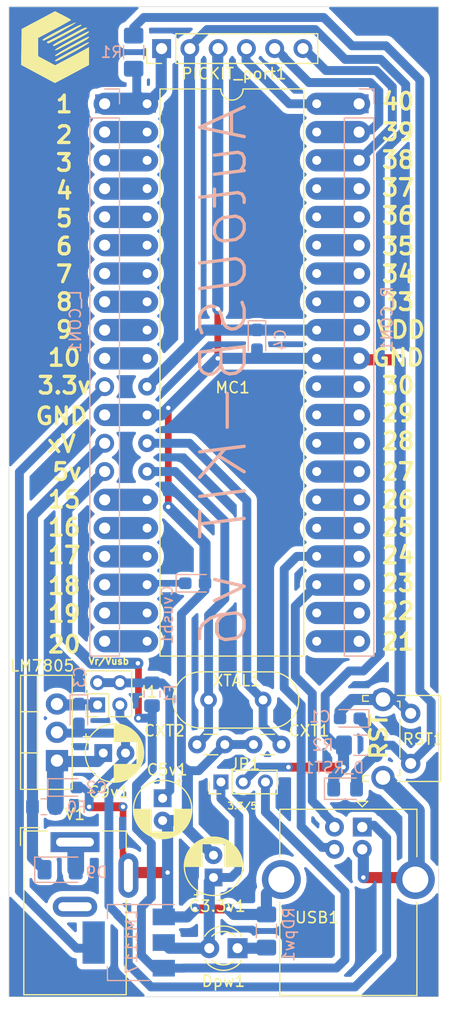
<source format=kicad_pcb>
(kicad_pcb (version 20171130) (host pcbnew "(5.1.5)-3")

  (general
    (thickness 1.6)
    (drawings 48)
    (tracks 314)
    (zones 0)
    (modules 31)
    (nets 50)
  )

  (page A4)
  (title_block
    (title PINGUINO)
    (date 2021-07-14)
    (rev 1.4)
    (company Automática/CUJAE)
    (comment 1 "Diseño de enfocado en una sola capa")
    (comment 2 "Jumpers con pasantes para unir tierras")
  )

  (layers
    (0 F.Cu signal)
    (31 B.Cu signal)
    (32 B.Adhes user)
    (33 F.Adhes user)
    (34 B.Paste user)
    (35 F.Paste user)
    (36 B.SilkS user)
    (37 F.SilkS user)
    (38 B.Mask user)
    (39 F.Mask user)
    (40 Dwgs.User user)
    (41 Cmts.User user)
    (42 Eco1.User user)
    (43 Eco2.User user)
    (44 Edge.Cuts user)
    (45 Margin user)
    (46 B.CrtYd user)
    (47 F.CrtYd user)
    (48 B.Fab user)
    (49 F.Fab user)
  )

  (setup
    (last_trace_width 0.25)
    (user_trace_width 0.5)
    (user_trace_width 0.6)
    (user_trace_width 0.8)
    (user_trace_width 1)
    (user_trace_width 1.5)
    (user_trace_width 1.6)
    (user_trace_width 1.8)
    (user_trace_width 2)
    (trace_clearance 0.2)
    (zone_clearance 0.508)
    (zone_45_only no)
    (trace_min 0.2)
    (via_size 0.8)
    (via_drill 0.4)
    (via_min_size 0.4)
    (via_min_drill 0.3)
    (uvia_size 0.3)
    (uvia_drill 0.1)
    (uvias_allowed no)
    (uvia_min_size 0.2)
    (uvia_min_drill 0.1)
    (edge_width 0.05)
    (segment_width 0.2)
    (pcb_text_width 0.3)
    (pcb_text_size 1.5 1.5)
    (mod_edge_width 0.12)
    (mod_text_size 1 1)
    (mod_text_width 0.15)
    (pad_size 4 1.8)
    (pad_drill 3)
    (pad_to_mask_clearance 0.051)
    (solder_mask_min_width 0.25)
    (aux_axis_origin 0 0)
    (visible_elements 7FFFFFFF)
    (pcbplotparams
      (layerselection 0x3ffff_ffffffff)
      (usegerberextensions false)
      (usegerberattributes false)
      (usegerberadvancedattributes false)
      (creategerberjobfile false)
      (excludeedgelayer true)
      (linewidth 0.100000)
      (plotframeref false)
      (viasonmask true)
      (mode 1)
      (useauxorigin false)
      (hpglpennumber 1)
      (hpglpenspeed 20)
      (hpglpendiameter 15.000000)
      (psnegative false)
      (psa4output false)
      (plotreference true)
      (plotvalue true)
      (plotinvisibletext false)
      (padsonsilk false)
      (subtractmaskfromsilk false)
      (outputformat 5)
      (mirror true)
      (drillshape 2)
      (scaleselection 1)
      (outputdirectory "D:/DOCUMENTOS/UNIVERSIDAD/CURSOS AUTOMATICA/TESIS/Daniel/pro/HARDWARE/AutoUSB-kit-v6/AutoUSB-KIT-v6/PCB/"))
  )

  (net 0 "")
  (net 1 GND)
  (net 2 "Net-(C1-Pad1)")
  (net 3 +3V3)
  (net 4 +5V)
  (net 5 "Net-(C9v1-Pad1)")
  (net 6 Vusb_m)
  (net 7 OC1)
  (net 8 OC2)
  (net 9 +9V)
  (net 10 VDD)
  (net 11 VPP)
  (net 12 "Net-(Dpw1-Pad1)")
  (net 13 SPP1)
  (net 14 SPP0)
  (net 15 P1A_CCP1)
  (net 16 CCP2_T1-IN)
  (net 17 T1-OUT_T3-IN)
  (net 18 AD7_OESPP)
  (net 19 AD6_CLK2SPP)
  (net 20 AD5_CLK1SPP)
  (net 21 AD4_C2-OUT)
  (net 22 T0-IN_C1-OUT)
  (net 23 AD3_Vref+)
  (net 24 AD2_Vref-)
  (net 25 AD1)
  (net 26 AD0)
  (net 27 KBI3_PGD)
  (net 28 KBI2_PGC)
  (net 29 KBI1_PGM)
  (net 30 AD11_KBI0_CSSPP)
  (net 31 AD9_CCP2)
  (net 32 AD8_INT2)
  (net 33 AD10_INT1_SCK_SCL)
  (net 34 AD12_INT0_SDI_SDA)
  (net 35 SPP7_P1D)
  (net 36 SPP6_P1C)
  (net 37 SPP5_P1B)
  (net 38 SPP4)
  (net 39 RX_SDO_DT)
  (net 40 TX)
  (net 41 D+)
  (net 42 D-)
  (net 43 SPP3)
  (net 44 SPP2)
  (net 45 "Net-(J1-Pad3)")
  (net 46 "Net-(C5v1-Pad1)")
  (net 47 VCC)
  (net 48 "Net-(C3-Pad1)")
  (net 49 "Net-(D9-Pad2)")

  (net_class Default "Esta es la clase de red por defecto."
    (clearance 0.2)
    (trace_width 0.25)
    (via_dia 0.8)
    (via_drill 0.4)
    (uvia_dia 0.3)
    (uvia_drill 0.1)
    (add_net +3V3)
    (add_net +5V)
    (add_net +9V)
    (add_net AD0)
    (add_net AD1)
    (add_net AD10_INT1_SCK_SCL)
    (add_net AD11_KBI0_CSSPP)
    (add_net AD12_INT0_SDI_SDA)
    (add_net AD2_Vref-)
    (add_net AD3_Vref+)
    (add_net AD4_C2-OUT)
    (add_net AD5_CLK1SPP)
    (add_net AD6_CLK2SPP)
    (add_net AD7_OESPP)
    (add_net AD8_INT2)
    (add_net AD9_CCP2)
    (add_net CCP2_T1-IN)
    (add_net D+)
    (add_net D-)
    (add_net GND)
    (add_net KBI1_PGM)
    (add_net KBI2_PGC)
    (add_net KBI3_PGD)
    (add_net "Net-(C1-Pad1)")
    (add_net "Net-(C3-Pad1)")
    (add_net "Net-(C5v1-Pad1)")
    (add_net "Net-(C9v1-Pad1)")
    (add_net "Net-(D9-Pad2)")
    (add_net "Net-(Dpw1-Pad1)")
    (add_net "Net-(J1-Pad3)")
    (add_net OC1)
    (add_net OC2)
    (add_net P1A_CCP1)
    (add_net RX_SDO_DT)
    (add_net SPP0)
    (add_net SPP1)
    (add_net SPP2)
    (add_net SPP3)
    (add_net SPP4)
    (add_net SPP5_P1B)
    (add_net SPP6_P1C)
    (add_net SPP7_P1D)
    (add_net T0-IN_C1-OUT)
    (add_net T1-OUT_T3-IN)
    (add_net TX)
    (add_net VCC)
    (add_net VDD)
    (add_net VPP)
    (add_net Vusb_m)
  )

  (module Battery:cujae (layer F.Cu) (tedit 61B19D54) (tstamp 61B216DD)
    (at 85.344 34.544)
    (fp_text reference G*** (at -0.508 5.588) (layer F.SilkS) hide
      (effects (font (size 1.524 1.524) (thickness 0.3)))
    )
    (fp_text value LOGO (at 0.254 0) (layer F.SilkS) hide
      (effects (font (size 1.524 1.524) (thickness 0.3)))
    )
    (fp_poly (pts (xy 0.802806 -2.780955) (xy 1.11242 -2.61846) (xy 1.35546 -2.482609) (xy 1.49897 -2.392273)
      (xy 1.523617 -2.368142) (xy 1.452571 -2.316508) (xy 1.254222 -2.198725) (xy 0.951119 -2.027498)
      (xy 0.565814 -1.815531) (xy 0.120856 -1.575527) (xy 0.042333 -1.533615) (xy -1.439334 -0.743945)
      (xy -1.4385 0.072527) (xy -1.437666 0.889) (xy -0.675219 1.296872) (xy 0.087227 1.704745)
      (xy 1.165447 1.137692) (xy 1.597769 0.909218) (xy 2.018254 0.685043) (xy 2.383665 0.488343)
      (xy 2.650768 0.342295) (xy 2.688166 0.321439) (xy 3.132666 0.072239) (xy 3.132666 1.67368)
      (xy 1.609687 2.48784) (xy 1.14959 2.732936) (xy 0.743097 2.94783) (xy 0.412736 3.120747)
      (xy 0.181035 3.239914) (xy 0.070521 3.293557) (xy 0.06452 3.29537) (xy -0.013279 3.255154)
      (xy -0.217524 3.146772) (xy -0.525558 2.982323) (xy -0.914727 2.773907) (xy -1.362374 2.533625)
      (xy -1.46229 2.479927) (xy -2.966912 1.671113) (xy -2.943956 0.059272) (xy -2.921 -1.552568)
      (xy -1.419311 -2.350739) (xy 0.082379 -3.148909) (xy 0.802806 -2.780955)) (layer F.SilkS) (width 0.01))
    (fp_poly (pts (xy 3.132666 -0.321189) (xy 3.062302 -0.256917) (xy 2.869448 -0.129123) (xy 2.581462 0.046855)
      (xy 2.225702 0.255674) (xy 1.829526 0.481995) (xy 1.420293 0.710477) (xy 1.025359 0.925781)
      (xy 0.672084 1.112565) (xy 0.387825 1.25549) (xy 0.19994 1.339215) (xy 0.143938 1.354666)
      (xy 0.085626 1.290414) (xy 0.084666 1.276385) (xy 0.155647 1.211207) (xy 0.350793 1.085095)
      (xy 0.64341 0.914023) (xy 1.006803 0.713968) (xy 1.164166 0.630372) (xy 1.59668 0.401796)
      (xy 2.017319 0.177541) (xy 2.382898 -0.019243) (xy 2.65023 -0.165406) (xy 2.688166 -0.186561)
      (xy 2.956948 -0.322899) (xy 3.100911 -0.358935) (xy 3.132666 -0.321189)) (layer F.SilkS) (width 0.01))
    (fp_poly (pts (xy 3.148652 -0.816945) (xy 3.076089 -0.726645) (xy 2.855491 -0.574067) (xy 2.484405 -0.357512)
      (xy 1.9685 -0.079545) (xy 1.532658 0.150595) (xy 1.119988 0.370705) (xy 0.767668 0.5608)
      (xy 0.512876 0.700897) (xy 0.4445 0.739667) (xy 0.221043 0.855911) (xy 0.109447 0.876717)
      (xy 0.084666 0.82736) (xy 0.155103 0.762081) (xy 0.348154 0.63356) (xy 0.636434 0.457125)
      (xy 0.992557 0.248105) (xy 1.389135 0.021826) (xy 1.798783 -0.206383) (xy 2.194113 -0.421194)
      (xy 2.54774 -0.607279) (xy 2.832277 -0.749309) (xy 3.020337 -0.831958) (xy 3.075632 -0.846667)
      (xy 3.148652 -0.816945)) (layer F.SilkS) (width 0.01))
    (fp_poly (pts (xy 3.129434 -1.3235) (xy 3.132671 -1.288403) (xy 3.132666 -1.283913) (xy 3.062851 -1.209346)
      (xy 2.875487 -1.07941) (xy 2.603699 -0.916011) (xy 2.434166 -0.821939) (xy 1.776492 -0.46756)
      (xy 1.252561 -0.187272) (xy 0.847585 0.026146) (xy 0.546775 0.179914) (xy 0.335341 0.281255)
      (xy 0.198494 0.337389) (xy 0.121445 0.355538) (xy 0.089405 0.342923) (xy 0.085612 0.324807)
      (xy 0.157452 0.251848) (xy 0.356957 0.115815) (xy 0.661024 -0.069275) (xy 1.046553 -0.289403)
      (xy 1.49044 -0.53055) (xy 1.527788 -0.550334) (xy 2.056465 -0.829688) (xy 2.454068 -1.038517)
      (xy 2.739266 -1.185357) (xy 2.930732 -1.278741) (xy 3.047134 -1.327203) (xy 3.107145 -1.339278)
      (xy 3.129434 -1.3235)) (layer F.SilkS) (width 0.01))
    (fp_poly (pts (xy 2.961701 -1.632728) (xy 2.961665 -1.629834) (xy 2.890787 -1.578941) (xy 2.696909 -1.464176)
      (xy 2.407055 -1.300191) (xy 2.04825 -1.101639) (xy 1.647517 -0.883174) (xy 1.231882 -0.659448)
      (xy 0.828369 -0.445115) (xy 0.464003 -0.254828) (xy 0.165807 -0.103239) (xy -0.013408 -0.016698)
      (xy -0.102386 -0.048597) (xy -0.116017 -0.066895) (xy -0.065652 -0.134668) (xy 0.107228 -0.258404)
      (xy 0.373447 -0.418807) (xy 0.617058 -0.551694) (xy 1.044504 -0.77768) (xy 1.509826 -1.026614)
      (xy 1.933568 -1.255904) (xy 2.06347 -1.326997) (xy 2.471299 -1.540478) (xy 2.750293 -1.66035)
      (xy 2.910434 -1.689978) (xy 2.961701 -1.632728)) (layer F.SilkS) (width 0.01))
    (fp_poly (pts (xy 2.437681 -1.923855) (xy 2.454897 -1.886249) (xy 2.455333 -1.874212) (xy 2.38477 -1.819733)
      (xy 2.191402 -1.702113) (xy 1.902712 -1.536232) (xy 1.546183 -1.33697) (xy 1.149298 -1.119207)
      (xy 0.739539 -0.897825) (xy 0.344388 -0.687705) (xy -0.00867 -0.503725) (xy -0.292154 -0.360768)
      (xy -0.478582 -0.273714) (xy -0.537011 -0.254) (xy -0.617598 -0.313785) (xy -0.635 -0.338667)
      (xy -0.640546 -0.417426) (xy -0.618831 -0.423667) (xy -0.525986 -0.461822) (xy -0.308269 -0.567855)
      (xy 0.010059 -0.729437) (xy 0.404735 -0.934244) (xy 0.851498 -1.16995) (xy 0.881049 -1.185667)
      (xy 1.4054 -1.463632) (xy 1.799281 -1.668906) (xy 2.08107 -1.809527) (xy 2.269146 -1.893533)
      (xy 2.38189 -1.928963) (xy 2.437681 -1.923855)) (layer F.SilkS) (width 0.01))
    (fp_poly (pts (xy 1.903817 -2.086627) (xy 1.726185 -1.969893) (xy 1.452522 -1.804102) (xy 1.109689 -1.604245)
      (xy 0.724545 -1.385317) (xy 0.323953 -1.16231) (xy -0.065228 -0.950217) (xy -0.416137 -0.764031)
      (xy -0.701913 -0.618744) (xy -0.895695 -0.529351) (xy -0.964015 -0.508) (xy -1.041331 -0.565925)
      (xy -1.044908 -0.5715) (xy -0.989064 -0.631791) (xy -0.8079 -0.751224) (xy -0.528703 -0.915558)
      (xy -0.178758 -1.11055) (xy 0.214649 -1.321955) (xy 0.624232 -1.535532) (xy 1.022707 -1.737037)
      (xy 1.382786 -1.912226) (xy 1.677185 -2.046857) (xy 1.878618 -2.126687) (xy 1.958557 -2.13931)
      (xy 1.903817 -2.086627)) (layer F.SilkS) (width 0.01))
  )

  (module Connector_USB:USB_B_OST_USB-B1HSxx_Horizontal (layer F.Cu) (tedit 5AFE01FF) (tstamp 61B20C75)
    (at 113.03 104.648 270)
    (descr "USB B receptacle, Horizontal, through-hole, http://www.on-shore.com/wp-content/uploads/2015/09/usb-b1hsxx.pdf")
    (tags "USB-B receptacle horizontal through-hole")
    (path /60F80E54)
    (fp_text reference USB1 (at 8.128 4.064 180) (layer F.SilkS)
      (effects (font (size 1 1) (thickness 0.15)))
    )
    (fp_text value USB_B (at 6.76 10.27 90) (layer F.Fab)
      (effects (font (size 1 1) (thickness 0.15)))
    )
    (fp_text user %R (at 6.76 1.25 90) (layer F.Fab)
      (effects (font (size 1 1) (thickness 0.15)))
    )
    (fp_line (start 15.51 -7.02) (end -1.99 -7.02) (layer F.CrtYd) (width 0.05))
    (fp_line (start 15.51 9.52) (end 15.51 -7.02) (layer F.CrtYd) (width 0.05))
    (fp_line (start -1.99 9.52) (end 15.51 9.52) (layer F.CrtYd) (width 0.05))
    (fp_line (start -1.99 -7.02) (end -1.99 9.52) (layer F.CrtYd) (width 0.05))
    (fp_line (start -2.32 0.5) (end -1.82 0) (layer F.SilkS) (width 0.12))
    (fp_line (start -2.32 -0.5) (end -2.32 0.5) (layer F.SilkS) (width 0.12))
    (fp_line (start -1.82 0) (end -2.32 -0.5) (layer F.SilkS) (width 0.12))
    (fp_line (start 15.12 7.41) (end 6.76 7.41) (layer F.SilkS) (width 0.12))
    (fp_line (start 15.12 -4.91) (end 15.12 7.41) (layer F.SilkS) (width 0.12))
    (fp_line (start 6.76 -4.91) (end 15.12 -4.91) (layer F.SilkS) (width 0.12))
    (fp_line (start -1.6 7.41) (end 2.66 7.41) (layer F.SilkS) (width 0.12))
    (fp_line (start -1.6 -4.91) (end -1.6 7.41) (layer F.SilkS) (width 0.12))
    (fp_line (start 2.66 -4.91) (end -1.6 -4.91) (layer F.SilkS) (width 0.12))
    (fp_line (start -1.49 -3.8) (end -0.49 -4.8) (layer F.Fab) (width 0.1))
    (fp_line (start -1.49 7.3) (end -1.49 -3.8) (layer F.Fab) (width 0.1))
    (fp_line (start 15.01 7.3) (end -1.49 7.3) (layer F.Fab) (width 0.1))
    (fp_line (start 15.01 -4.8) (end 15.01 7.3) (layer F.Fab) (width 0.1))
    (fp_line (start -0.49 -4.8) (end 15.01 -4.8) (layer F.Fab) (width 0.1))
    (pad 5 thru_hole circle (at 4.71 7.27 270) (size 3.5 3.5) (drill 2.33) (layers *.Cu *.Mask)
      (net 1 GND))
    (pad 5 thru_hole circle (at 4.71 -4.77 270) (size 3.5 3.5) (drill 2.33) (layers *.Cu *.Mask)
      (net 1 GND))
    (pad 4 thru_hole circle (at 2 0 270) (size 1.7 1.7) (drill 0.92) (layers *.Cu *.Mask)
      (net 1 GND))
    (pad 3 thru_hole circle (at 2 2.5 270) (size 1.7 1.7) (drill 0.92) (layers *.Cu *.Mask)
      (net 41 D+))
    (pad 2 thru_hole circle (at 0 2.5 270) (size 1.7 1.7) (drill 0.92) (layers *.Cu *.Mask)
      (net 42 D-))
    (pad 1 thru_hole rect (at 0 0 270) (size 1.7 1.7) (drill 0.92) (layers *.Cu *.Mask)
      (net 45 "Net-(J1-Pad3)"))
    (model ${KIPRJMOD}/3d/USB-B-S-S-B-TH-TR.stp
      (offset (xyz 7 -1.5 0))
      (scale (xyz 1 1 1))
      (rotate (xyz -90 0 -90))
    )
  )

  (module Capacitor_THT:CP_Radial_D5.0mm_P2.00mm (layer F.Cu) (tedit 5AE50EF0) (tstamp 60EFA720)
    (at 89.758 97.998)
    (descr "CP, Radial series, Radial, pin pitch=2.00mm, , diameter=5mm, Electrolytic Capacitor")
    (tags "CP Radial series Radial pin pitch 2.00mm  diameter 5mm Electrolytic Capacitor")
    (path /60ECF2A2)
    (fp_text reference C9v1 (at 0.492 3.502) (layer F.SilkS)
      (effects (font (size 1 1) (thickness 0.15)))
    )
    (fp_text value 100u (at 1 3.75) (layer F.Fab)
      (effects (font (size 1 1) (thickness 0.15)))
    )
    (fp_text user %R (at 1 0) (layer F.Fab)
      (effects (font (size 1 1) (thickness 0.15)))
    )
    (fp_line (start -1.554775 -1.725) (end -1.554775 -1.225) (layer F.SilkS) (width 0.12))
    (fp_line (start -1.804775 -1.475) (end -1.304775 -1.475) (layer F.SilkS) (width 0.12))
    (fp_line (start 3.601 -0.284) (end 3.601 0.284) (layer F.SilkS) (width 0.12))
    (fp_line (start 3.561 -0.518) (end 3.561 0.518) (layer F.SilkS) (width 0.12))
    (fp_line (start 3.521 -0.677) (end 3.521 0.677) (layer F.SilkS) (width 0.12))
    (fp_line (start 3.481 -0.805) (end 3.481 0.805) (layer F.SilkS) (width 0.12))
    (fp_line (start 3.441 -0.915) (end 3.441 0.915) (layer F.SilkS) (width 0.12))
    (fp_line (start 3.401 -1.011) (end 3.401 1.011) (layer F.SilkS) (width 0.12))
    (fp_line (start 3.361 -1.098) (end 3.361 1.098) (layer F.SilkS) (width 0.12))
    (fp_line (start 3.321 -1.178) (end 3.321 1.178) (layer F.SilkS) (width 0.12))
    (fp_line (start 3.281 -1.251) (end 3.281 1.251) (layer F.SilkS) (width 0.12))
    (fp_line (start 3.241 -1.319) (end 3.241 1.319) (layer F.SilkS) (width 0.12))
    (fp_line (start 3.201 -1.383) (end 3.201 1.383) (layer F.SilkS) (width 0.12))
    (fp_line (start 3.161 -1.443) (end 3.161 1.443) (layer F.SilkS) (width 0.12))
    (fp_line (start 3.121 -1.5) (end 3.121 1.5) (layer F.SilkS) (width 0.12))
    (fp_line (start 3.081 -1.554) (end 3.081 1.554) (layer F.SilkS) (width 0.12))
    (fp_line (start 3.041 -1.605) (end 3.041 1.605) (layer F.SilkS) (width 0.12))
    (fp_line (start 3.001 1.04) (end 3.001 1.653) (layer F.SilkS) (width 0.12))
    (fp_line (start 3.001 -1.653) (end 3.001 -1.04) (layer F.SilkS) (width 0.12))
    (fp_line (start 2.961 1.04) (end 2.961 1.699) (layer F.SilkS) (width 0.12))
    (fp_line (start 2.961 -1.699) (end 2.961 -1.04) (layer F.SilkS) (width 0.12))
    (fp_line (start 2.921 1.04) (end 2.921 1.743) (layer F.SilkS) (width 0.12))
    (fp_line (start 2.921 -1.743) (end 2.921 -1.04) (layer F.SilkS) (width 0.12))
    (fp_line (start 2.881 1.04) (end 2.881 1.785) (layer F.SilkS) (width 0.12))
    (fp_line (start 2.881 -1.785) (end 2.881 -1.04) (layer F.SilkS) (width 0.12))
    (fp_line (start 2.841 1.04) (end 2.841 1.826) (layer F.SilkS) (width 0.12))
    (fp_line (start 2.841 -1.826) (end 2.841 -1.04) (layer F.SilkS) (width 0.12))
    (fp_line (start 2.801 1.04) (end 2.801 1.864) (layer F.SilkS) (width 0.12))
    (fp_line (start 2.801 -1.864) (end 2.801 -1.04) (layer F.SilkS) (width 0.12))
    (fp_line (start 2.761 1.04) (end 2.761 1.901) (layer F.SilkS) (width 0.12))
    (fp_line (start 2.761 -1.901) (end 2.761 -1.04) (layer F.SilkS) (width 0.12))
    (fp_line (start 2.721 1.04) (end 2.721 1.937) (layer F.SilkS) (width 0.12))
    (fp_line (start 2.721 -1.937) (end 2.721 -1.04) (layer F.SilkS) (width 0.12))
    (fp_line (start 2.681 1.04) (end 2.681 1.971) (layer F.SilkS) (width 0.12))
    (fp_line (start 2.681 -1.971) (end 2.681 -1.04) (layer F.SilkS) (width 0.12))
    (fp_line (start 2.641 1.04) (end 2.641 2.004) (layer F.SilkS) (width 0.12))
    (fp_line (start 2.641 -2.004) (end 2.641 -1.04) (layer F.SilkS) (width 0.12))
    (fp_line (start 2.601 1.04) (end 2.601 2.035) (layer F.SilkS) (width 0.12))
    (fp_line (start 2.601 -2.035) (end 2.601 -1.04) (layer F.SilkS) (width 0.12))
    (fp_line (start 2.561 1.04) (end 2.561 2.065) (layer F.SilkS) (width 0.12))
    (fp_line (start 2.561 -2.065) (end 2.561 -1.04) (layer F.SilkS) (width 0.12))
    (fp_line (start 2.521 1.04) (end 2.521 2.095) (layer F.SilkS) (width 0.12))
    (fp_line (start 2.521 -2.095) (end 2.521 -1.04) (layer F.SilkS) (width 0.12))
    (fp_line (start 2.481 1.04) (end 2.481 2.122) (layer F.SilkS) (width 0.12))
    (fp_line (start 2.481 -2.122) (end 2.481 -1.04) (layer F.SilkS) (width 0.12))
    (fp_line (start 2.441 1.04) (end 2.441 2.149) (layer F.SilkS) (width 0.12))
    (fp_line (start 2.441 -2.149) (end 2.441 -1.04) (layer F.SilkS) (width 0.12))
    (fp_line (start 2.401 1.04) (end 2.401 2.175) (layer F.SilkS) (width 0.12))
    (fp_line (start 2.401 -2.175) (end 2.401 -1.04) (layer F.SilkS) (width 0.12))
    (fp_line (start 2.361 1.04) (end 2.361 2.2) (layer F.SilkS) (width 0.12))
    (fp_line (start 2.361 -2.2) (end 2.361 -1.04) (layer F.SilkS) (width 0.12))
    (fp_line (start 2.321 1.04) (end 2.321 2.224) (layer F.SilkS) (width 0.12))
    (fp_line (start 2.321 -2.224) (end 2.321 -1.04) (layer F.SilkS) (width 0.12))
    (fp_line (start 2.281 1.04) (end 2.281 2.247) (layer F.SilkS) (width 0.12))
    (fp_line (start 2.281 -2.247) (end 2.281 -1.04) (layer F.SilkS) (width 0.12))
    (fp_line (start 2.241 1.04) (end 2.241 2.268) (layer F.SilkS) (width 0.12))
    (fp_line (start 2.241 -2.268) (end 2.241 -1.04) (layer F.SilkS) (width 0.12))
    (fp_line (start 2.201 1.04) (end 2.201 2.29) (layer F.SilkS) (width 0.12))
    (fp_line (start 2.201 -2.29) (end 2.201 -1.04) (layer F.SilkS) (width 0.12))
    (fp_line (start 2.161 1.04) (end 2.161 2.31) (layer F.SilkS) (width 0.12))
    (fp_line (start 2.161 -2.31) (end 2.161 -1.04) (layer F.SilkS) (width 0.12))
    (fp_line (start 2.121 1.04) (end 2.121 2.329) (layer F.SilkS) (width 0.12))
    (fp_line (start 2.121 -2.329) (end 2.121 -1.04) (layer F.SilkS) (width 0.12))
    (fp_line (start 2.081 1.04) (end 2.081 2.348) (layer F.SilkS) (width 0.12))
    (fp_line (start 2.081 -2.348) (end 2.081 -1.04) (layer F.SilkS) (width 0.12))
    (fp_line (start 2.041 1.04) (end 2.041 2.365) (layer F.SilkS) (width 0.12))
    (fp_line (start 2.041 -2.365) (end 2.041 -1.04) (layer F.SilkS) (width 0.12))
    (fp_line (start 2.001 1.04) (end 2.001 2.382) (layer F.SilkS) (width 0.12))
    (fp_line (start 2.001 -2.382) (end 2.001 -1.04) (layer F.SilkS) (width 0.12))
    (fp_line (start 1.961 1.04) (end 1.961 2.398) (layer F.SilkS) (width 0.12))
    (fp_line (start 1.961 -2.398) (end 1.961 -1.04) (layer F.SilkS) (width 0.12))
    (fp_line (start 1.921 1.04) (end 1.921 2.414) (layer F.SilkS) (width 0.12))
    (fp_line (start 1.921 -2.414) (end 1.921 -1.04) (layer F.SilkS) (width 0.12))
    (fp_line (start 1.881 1.04) (end 1.881 2.428) (layer F.SilkS) (width 0.12))
    (fp_line (start 1.881 -2.428) (end 1.881 -1.04) (layer F.SilkS) (width 0.12))
    (fp_line (start 1.841 1.04) (end 1.841 2.442) (layer F.SilkS) (width 0.12))
    (fp_line (start 1.841 -2.442) (end 1.841 -1.04) (layer F.SilkS) (width 0.12))
    (fp_line (start 1.801 1.04) (end 1.801 2.455) (layer F.SilkS) (width 0.12))
    (fp_line (start 1.801 -2.455) (end 1.801 -1.04) (layer F.SilkS) (width 0.12))
    (fp_line (start 1.761 1.04) (end 1.761 2.468) (layer F.SilkS) (width 0.12))
    (fp_line (start 1.761 -2.468) (end 1.761 -1.04) (layer F.SilkS) (width 0.12))
    (fp_line (start 1.721 1.04) (end 1.721 2.48) (layer F.SilkS) (width 0.12))
    (fp_line (start 1.721 -2.48) (end 1.721 -1.04) (layer F.SilkS) (width 0.12))
    (fp_line (start 1.68 1.04) (end 1.68 2.491) (layer F.SilkS) (width 0.12))
    (fp_line (start 1.68 -2.491) (end 1.68 -1.04) (layer F.SilkS) (width 0.12))
    (fp_line (start 1.64 1.04) (end 1.64 2.501) (layer F.SilkS) (width 0.12))
    (fp_line (start 1.64 -2.501) (end 1.64 -1.04) (layer F.SilkS) (width 0.12))
    (fp_line (start 1.6 1.04) (end 1.6 2.511) (layer F.SilkS) (width 0.12))
    (fp_line (start 1.6 -2.511) (end 1.6 -1.04) (layer F.SilkS) (width 0.12))
    (fp_line (start 1.56 1.04) (end 1.56 2.52) (layer F.SilkS) (width 0.12))
    (fp_line (start 1.56 -2.52) (end 1.56 -1.04) (layer F.SilkS) (width 0.12))
    (fp_line (start 1.52 1.04) (end 1.52 2.528) (layer F.SilkS) (width 0.12))
    (fp_line (start 1.52 -2.528) (end 1.52 -1.04) (layer F.SilkS) (width 0.12))
    (fp_line (start 1.48 1.04) (end 1.48 2.536) (layer F.SilkS) (width 0.12))
    (fp_line (start 1.48 -2.536) (end 1.48 -1.04) (layer F.SilkS) (width 0.12))
    (fp_line (start 1.44 1.04) (end 1.44 2.543) (layer F.SilkS) (width 0.12))
    (fp_line (start 1.44 -2.543) (end 1.44 -1.04) (layer F.SilkS) (width 0.12))
    (fp_line (start 1.4 1.04) (end 1.4 2.55) (layer F.SilkS) (width 0.12))
    (fp_line (start 1.4 -2.55) (end 1.4 -1.04) (layer F.SilkS) (width 0.12))
    (fp_line (start 1.36 1.04) (end 1.36 2.556) (layer F.SilkS) (width 0.12))
    (fp_line (start 1.36 -2.556) (end 1.36 -1.04) (layer F.SilkS) (width 0.12))
    (fp_line (start 1.32 1.04) (end 1.32 2.561) (layer F.SilkS) (width 0.12))
    (fp_line (start 1.32 -2.561) (end 1.32 -1.04) (layer F.SilkS) (width 0.12))
    (fp_line (start 1.28 1.04) (end 1.28 2.565) (layer F.SilkS) (width 0.12))
    (fp_line (start 1.28 -2.565) (end 1.28 -1.04) (layer F.SilkS) (width 0.12))
    (fp_line (start 1.24 1.04) (end 1.24 2.569) (layer F.SilkS) (width 0.12))
    (fp_line (start 1.24 -2.569) (end 1.24 -1.04) (layer F.SilkS) (width 0.12))
    (fp_line (start 1.2 1.04) (end 1.2 2.573) (layer F.SilkS) (width 0.12))
    (fp_line (start 1.2 -2.573) (end 1.2 -1.04) (layer F.SilkS) (width 0.12))
    (fp_line (start 1.16 1.04) (end 1.16 2.576) (layer F.SilkS) (width 0.12))
    (fp_line (start 1.16 -2.576) (end 1.16 -1.04) (layer F.SilkS) (width 0.12))
    (fp_line (start 1.12 1.04) (end 1.12 2.578) (layer F.SilkS) (width 0.12))
    (fp_line (start 1.12 -2.578) (end 1.12 -1.04) (layer F.SilkS) (width 0.12))
    (fp_line (start 1.08 1.04) (end 1.08 2.579) (layer F.SilkS) (width 0.12))
    (fp_line (start 1.08 -2.579) (end 1.08 -1.04) (layer F.SilkS) (width 0.12))
    (fp_line (start 1.04 -2.58) (end 1.04 -1.04) (layer F.SilkS) (width 0.12))
    (fp_line (start 1.04 1.04) (end 1.04 2.58) (layer F.SilkS) (width 0.12))
    (fp_line (start 1 -2.58) (end 1 -1.04) (layer F.SilkS) (width 0.12))
    (fp_line (start 1 1.04) (end 1 2.58) (layer F.SilkS) (width 0.12))
    (fp_line (start -0.883605 -1.3375) (end -0.883605 -0.8375) (layer F.Fab) (width 0.1))
    (fp_line (start -1.133605 -1.0875) (end -0.633605 -1.0875) (layer F.Fab) (width 0.1))
    (fp_circle (center 1 0) (end 3.75 0) (layer F.CrtYd) (width 0.05))
    (fp_circle (center 1 0) (end 3.62 0) (layer F.SilkS) (width 0.12))
    (fp_circle (center 1 0) (end 3.5 0) (layer F.Fab) (width 0.1))
    (pad 2 thru_hole circle (at 2 0) (size 1.6 1.6) (drill 0.8) (layers *.Cu *.Mask)
      (net 1 GND))
    (pad 1 thru_hole rect (at 0 0) (size 1.6 1.6) (drill 0.8) (layers *.Cu *.Mask)
      (net 47 VCC))
    (model ${KISYS3DMOD}/Capacitor_THT.3dshapes/CP_Radial_D5.0mm_P2.00mm.wrl
      (at (xyz 0 0 0))
      (scale (xyz 1 1 1))
      (rotate (xyz 0 0 0))
    )
  )

  (module Capacitor_Tantalum_SMD:CP_EIA-2012-12_Kemet-R (layer B.Cu) (tedit 5B301BBE) (tstamp 61B1E65F)
    (at 103.5685 60.8965 270)
    (descr "Tantalum Capacitor SMD Kemet-R (2012-12 Metric), IPC_7351 nominal, (Body size from: https://www.vishay.com/docs/40182/tmch.pdf), generated with kicad-footprint-generator")
    (tags "capacitor tantalum")
    (path /61B20374)
    (attr smd)
    (fp_text reference C4 (at 0 -2.0955 270) (layer B.SilkS)
      (effects (font (size 1 1) (thickness 0.15)) (justify mirror))
    )
    (fp_text value 0.1u (at 0 -1.58 270) (layer B.Fab)
      (effects (font (size 1 1) (thickness 0.15)) (justify mirror))
    )
    (fp_text user %R (at 0 0 270) (layer B.Fab)
      (effects (font (size 0.5 0.5) (thickness 0.08)) (justify mirror))
    )
    (fp_line (start 1.7 -0.88) (end -1.7 -0.88) (layer B.CrtYd) (width 0.05))
    (fp_line (start 1.7 0.88) (end 1.7 -0.88) (layer B.CrtYd) (width 0.05))
    (fp_line (start -1.7 0.88) (end 1.7 0.88) (layer B.CrtYd) (width 0.05))
    (fp_line (start -1.7 -0.88) (end -1.7 0.88) (layer B.CrtYd) (width 0.05))
    (fp_line (start -1.71 -0.785) (end 1 -0.785) (layer B.SilkS) (width 0.12))
    (fp_line (start -1.71 0.785) (end -1.71 -0.785) (layer B.SilkS) (width 0.12))
    (fp_line (start 1 0.785) (end -1.71 0.785) (layer B.SilkS) (width 0.12))
    (fp_line (start 1 -0.625) (end 1 0.625) (layer B.Fab) (width 0.1))
    (fp_line (start -1 -0.625) (end 1 -0.625) (layer B.Fab) (width 0.1))
    (fp_line (start -1 0.3125) (end -1 -0.625) (layer B.Fab) (width 0.1))
    (fp_line (start -0.6875 0.625) (end -1 0.3125) (layer B.Fab) (width 0.1))
    (fp_line (start 1 0.625) (end -0.6875 0.625) (layer B.Fab) (width 0.1))
    (pad 2 smd roundrect (at 0.8875 0 270) (size 1.125 1.05) (layers B.Cu B.Paste B.Mask) (roundrect_rratio 0.238095)
      (net 1 GND))
    (pad 1 smd roundrect (at -0.8875 0 270) (size 1.125 1.05) (layers B.Cu B.Paste B.Mask) (roundrect_rratio 0.238095)
      (net 10 VDD))
    (model ${KISYS3DMOD}/Capacitor_Tantalum_SMD.3dshapes/CP_EIA-2012-12_Kemet-R.wrl
      (at (xyz 0 0 0))
      (scale (xyz 1 1 1))
      (rotate (xyz 0 0 0))
    )
  )

  (module Capacitor_Tantalum_SMD:CP_EIA-2012-12_Kemet-R (layer B.Cu) (tedit 5B301BBE) (tstamp 61B1F1C6)
    (at 87.5665 94.4865 270)
    (descr "Tantalum Capacitor SMD Kemet-R (2012-12 Metric), IPC_7351 nominal, (Body size from: https://www.vishay.com/docs/40182/tmch.pdf), generated with kicad-footprint-generator")
    (tags "capacitor tantalum")
    (path /61B3858D)
    (attr smd)
    (fp_text reference C3 (at -3.3005 -0.0635 90) (layer B.SilkS)
      (effects (font (size 1 1) (thickness 0.15)) (justify mirror))
    )
    (fp_text value 0.1u (at 0 -1.58 90) (layer B.Fab)
      (effects (font (size 1 1) (thickness 0.15)) (justify mirror))
    )
    (fp_text user %R (at 0 0 90) (layer B.Fab)
      (effects (font (size 0.5 0.5) (thickness 0.08)) (justify mirror))
    )
    (fp_line (start 1.7 -0.88) (end -1.7 -0.88) (layer B.CrtYd) (width 0.05))
    (fp_line (start 1.7 0.88) (end 1.7 -0.88) (layer B.CrtYd) (width 0.05))
    (fp_line (start -1.7 0.88) (end 1.7 0.88) (layer B.CrtYd) (width 0.05))
    (fp_line (start -1.7 -0.88) (end -1.7 0.88) (layer B.CrtYd) (width 0.05))
    (fp_line (start -1.71 -0.785) (end 1 -0.785) (layer B.SilkS) (width 0.12))
    (fp_line (start -1.71 0.785) (end -1.71 -0.785) (layer B.SilkS) (width 0.12))
    (fp_line (start 1 0.785) (end -1.71 0.785) (layer B.SilkS) (width 0.12))
    (fp_line (start 1 -0.625) (end 1 0.625) (layer B.Fab) (width 0.1))
    (fp_line (start -1 -0.625) (end 1 -0.625) (layer B.Fab) (width 0.1))
    (fp_line (start -1 0.3125) (end -1 -0.625) (layer B.Fab) (width 0.1))
    (fp_line (start -0.6875 0.625) (end -1 0.3125) (layer B.Fab) (width 0.1))
    (fp_line (start 1 0.625) (end -0.6875 0.625) (layer B.Fab) (width 0.1))
    (pad 2 smd roundrect (at 0.8875 0 270) (size 1.125 1.05) (layers B.Cu B.Paste B.Mask) (roundrect_rratio 0.238095)
      (net 1 GND))
    (pad 1 smd roundrect (at -0.8875 0 270) (size 1.125 1.05) (layers B.Cu B.Paste B.Mask) (roundrect_rratio 0.238095)
      (net 48 "Net-(C3-Pad1)"))
    (model ${KISYS3DMOD}/Capacitor_Tantalum_SMD.3dshapes/CP_EIA-2012-12_Kemet-R.wrl
      (at (xyz 0 0 0))
      (scale (xyz 1 1 1))
      (rotate (xyz 0 0 0))
    )
  )

  (module Capacitor_Tantalum_SMD:CP_EIA-2012-12_Kemet-R (layer B.Cu) (tedit 5B301BBE) (tstamp 61B1F357)
    (at 86.4885 101.092)
    (descr "Tantalum Capacitor SMD Kemet-R (2012-12 Metric), IPC_7351 nominal, (Body size from: https://www.vishay.com/docs/40182/tmch.pdf), generated with kicad-footprint-generator")
    (tags "capacitor tantalum")
    (path /61B38BAF)
    (attr smd)
    (fp_text reference C2 (at 2.6655 0) (layer B.SilkS)
      (effects (font (size 1 1) (thickness 0.15)) (justify mirror))
    )
    (fp_text value 0.1u (at 0 -1.58) (layer B.Fab)
      (effects (font (size 1 1) (thickness 0.15)) (justify mirror))
    )
    (fp_text user %R (at 0 0) (layer B.Fab)
      (effects (font (size 0.5 0.5) (thickness 0.08)) (justify mirror))
    )
    (fp_line (start 1.7 -0.88) (end -1.7 -0.88) (layer B.CrtYd) (width 0.05))
    (fp_line (start 1.7 0.88) (end 1.7 -0.88) (layer B.CrtYd) (width 0.05))
    (fp_line (start -1.7 0.88) (end 1.7 0.88) (layer B.CrtYd) (width 0.05))
    (fp_line (start -1.7 -0.88) (end -1.7 0.88) (layer B.CrtYd) (width 0.05))
    (fp_line (start -1.71 -0.785) (end 1 -0.785) (layer B.SilkS) (width 0.12))
    (fp_line (start -1.71 0.785) (end -1.71 -0.785) (layer B.SilkS) (width 0.12))
    (fp_line (start 1 0.785) (end -1.71 0.785) (layer B.SilkS) (width 0.12))
    (fp_line (start 1 -0.625) (end 1 0.625) (layer B.Fab) (width 0.1))
    (fp_line (start -1 -0.625) (end 1 -0.625) (layer B.Fab) (width 0.1))
    (fp_line (start -1 0.3125) (end -1 -0.625) (layer B.Fab) (width 0.1))
    (fp_line (start -0.6875 0.625) (end -1 0.3125) (layer B.Fab) (width 0.1))
    (fp_line (start 1 0.625) (end -0.6875 0.625) (layer B.Fab) (width 0.1))
    (pad 2 smd roundrect (at 0.8875 0) (size 1.125 1.05) (layers B.Cu B.Paste B.Mask) (roundrect_rratio 0.238095)
      (net 1 GND))
    (pad 1 smd roundrect (at -0.8875 0) (size 1.125 1.05) (layers B.Cu B.Paste B.Mask) (roundrect_rratio 0.238095)
      (net 47 VCC))
    (model ${KISYS3DMOD}/Capacitor_Tantalum_SMD.3dshapes/CP_EIA-2012-12_Kemet-R.wrl
      (at (xyz 0 0 0))
      (scale (xyz 1 1 1))
      (rotate (xyz 0 0 0))
    )
  )

  (module Package_DIP:DIP-40_W15.24mm (layer F.Cu) (tedit 5A02E8C5) (tstamp 61B1EFAA)
    (at 93.695 39.705)
    (descr "40-lead though-hole mounted DIP package, row spacing 15.24 mm (600 mils)")
    (tags "THT DIP DIL PDIP 2.54mm 15.24mm 600mil")
    (path /60E367E2)
    (fp_text reference MC1 (at 7.685 25.485) (layer F.SilkS)
      (effects (font (size 1 1) (thickness 0.15)))
    )
    (fp_text value PIC18F4550-IP (at 7.62 50.59) (layer F.Fab)
      (effects (font (size 1 1) (thickness 0.15)))
    )
    (fp_text user %R (at 7.62 24.13) (layer F.Fab)
      (effects (font (size 1 1) (thickness 0.15)))
    )
    (fp_line (start 16.3 -1.55) (end -1.05 -1.55) (layer F.CrtYd) (width 0.05))
    (fp_line (start 16.3 49.8) (end 16.3 -1.55) (layer F.CrtYd) (width 0.05))
    (fp_line (start -1.05 49.8) (end 16.3 49.8) (layer F.CrtYd) (width 0.05))
    (fp_line (start -1.05 -1.55) (end -1.05 49.8) (layer F.CrtYd) (width 0.05))
    (fp_line (start 14.08 -1.33) (end 8.62 -1.33) (layer F.SilkS) (width 0.12))
    (fp_line (start 14.08 49.59) (end 14.08 -1.33) (layer F.SilkS) (width 0.12))
    (fp_line (start 1.16 49.59) (end 14.08 49.59) (layer F.SilkS) (width 0.12))
    (fp_line (start 1.16 -1.33) (end 1.16 49.59) (layer F.SilkS) (width 0.12))
    (fp_line (start 6.62 -1.33) (end 1.16 -1.33) (layer F.SilkS) (width 0.12))
    (fp_line (start 0.255 -0.27) (end 1.255 -1.27) (layer F.Fab) (width 0.1))
    (fp_line (start 0.255 49.53) (end 0.255 -0.27) (layer F.Fab) (width 0.1))
    (fp_line (start 14.985 49.53) (end 0.255 49.53) (layer F.Fab) (width 0.1))
    (fp_line (start 14.985 -1.27) (end 14.985 49.53) (layer F.Fab) (width 0.1))
    (fp_line (start 1.255 -1.27) (end 14.985 -1.27) (layer F.Fab) (width 0.1))
    (fp_arc (start 7.62 -1.33) (end 6.62 -1.33) (angle -180) (layer F.SilkS) (width 0.12))
    (pad 40 thru_hole oval (at 15.24 0) (size 1.6 1.6) (drill 0.8) (layers *.Cu *.Mask)
      (net 27 KBI3_PGD))
    (pad 20 thru_hole oval (at 0 48.26) (size 1.6 1.6) (drill 0.8) (layers *.Cu *.Mask)
      (net 13 SPP1))
    (pad 39 thru_hole oval (at 15.24 2.54) (size 1.6 1.6) (drill 0.8) (layers *.Cu *.Mask)
      (net 28 KBI2_PGC))
    (pad 19 thru_hole oval (at 0 45.72) (size 1.6 1.6) (drill 0.8) (layers *.Cu *.Mask)
      (net 14 SPP0))
    (pad 38 thru_hole oval (at 15.24 5.08) (size 1.6 1.6) (drill 0.8) (layers *.Cu *.Mask)
      (net 29 KBI1_PGM))
    (pad 18 thru_hole oval (at 0 43.18) (size 1.6 1.6) (drill 0.8) (layers *.Cu *.Mask)
      (net 6 Vusb_m))
    (pad 37 thru_hole oval (at 15.24 7.62) (size 1.6 1.6) (drill 0.8) (layers *.Cu *.Mask)
      (net 30 AD11_KBI0_CSSPP))
    (pad 17 thru_hole oval (at 0 40.64) (size 1.6 1.6) (drill 0.8) (layers *.Cu *.Mask)
      (net 15 P1A_CCP1))
    (pad 36 thru_hole oval (at 15.24 10.16) (size 1.6 1.6) (drill 0.8) (layers *.Cu *.Mask)
      (net 31 AD9_CCP2))
    (pad 16 thru_hole oval (at 0 38.1) (size 1.6 1.6) (drill 0.8) (layers *.Cu *.Mask)
      (net 16 CCP2_T1-IN))
    (pad 35 thru_hole oval (at 15.24 12.7) (size 1.6 1.6) (drill 0.8) (layers *.Cu *.Mask)
      (net 32 AD8_INT2))
    (pad 15 thru_hole oval (at 0 35.56) (size 1.6 1.6) (drill 0.8) (layers *.Cu *.Mask)
      (net 17 T1-OUT_T3-IN))
    (pad 34 thru_hole oval (at 15.24 15.24) (size 1.6 1.6) (drill 0.8) (layers *.Cu *.Mask)
      (net 33 AD10_INT1_SCK_SCL))
    (pad 14 thru_hole oval (at 0 33.02) (size 1.6 1.6) (drill 0.8) (layers *.Cu *.Mask)
      (net 8 OC2))
    (pad 33 thru_hole oval (at 15.24 17.78) (size 1.6 1.6) (drill 0.8) (layers *.Cu *.Mask)
      (net 34 AD12_INT0_SDI_SDA))
    (pad 13 thru_hole oval (at 0 30.48) (size 1.6 1.6) (drill 0.8) (layers *.Cu *.Mask)
      (net 7 OC1))
    (pad 32 thru_hole oval (at 15.24 20.32) (size 1.6 1.6) (drill 0.8) (layers *.Cu *.Mask)
      (net 10 VDD))
    (pad 12 thru_hole oval (at 0 27.94) (size 1.6 1.6) (drill 0.8) (layers *.Cu *.Mask)
      (net 1 GND))
    (pad 31 thru_hole oval (at 15.24 22.86) (size 1.6 1.6) (drill 0.8) (layers *.Cu *.Mask)
      (net 1 GND))
    (pad 11 thru_hole oval (at 0 25.4) (size 1.6 1.6) (drill 0.8) (layers *.Cu *.Mask)
      (net 10 VDD))
    (pad 30 thru_hole oval (at 15.24 25.4) (size 1.6 1.6) (drill 0.8) (layers *.Cu *.Mask)
      (net 35 SPP7_P1D))
    (pad 10 thru_hole oval (at 0 22.86) (size 1.6 1.6) (drill 0.8) (layers *.Cu *.Mask)
      (net 18 AD7_OESPP))
    (pad 29 thru_hole oval (at 15.24 27.94) (size 1.6 1.6) (drill 0.8) (layers *.Cu *.Mask)
      (net 36 SPP6_P1C))
    (pad 9 thru_hole oval (at 0 20.32) (size 1.6 1.6) (drill 0.8) (layers *.Cu *.Mask)
      (net 19 AD6_CLK2SPP))
    (pad 28 thru_hole oval (at 15.24 30.48) (size 1.6 1.6) (drill 0.8) (layers *.Cu *.Mask)
      (net 37 SPP5_P1B))
    (pad 8 thru_hole oval (at 0 17.78) (size 1.6 1.6) (drill 0.8) (layers *.Cu *.Mask)
      (net 20 AD5_CLK1SPP))
    (pad 27 thru_hole oval (at 15.24 33.02) (size 1.6 1.6) (drill 0.8) (layers *.Cu *.Mask)
      (net 38 SPP4))
    (pad 7 thru_hole oval (at 0 15.24) (size 1.6 1.6) (drill 0.8) (layers *.Cu *.Mask)
      (net 21 AD4_C2-OUT))
    (pad 26 thru_hole oval (at 15.24 35.56) (size 1.6 1.6) (drill 0.8) (layers *.Cu *.Mask)
      (net 39 RX_SDO_DT))
    (pad 6 thru_hole oval (at 0 12.7) (size 1.6 1.6) (drill 0.8) (layers *.Cu *.Mask)
      (net 22 T0-IN_C1-OUT))
    (pad 25 thru_hole oval (at 15.24 38.1) (size 1.6 1.6) (drill 0.8) (layers *.Cu *.Mask)
      (net 40 TX))
    (pad 5 thru_hole oval (at 0 10.16) (size 1.6 1.6) (drill 0.8) (layers *.Cu *.Mask)
      (net 23 AD3_Vref+))
    (pad 24 thru_hole oval (at 15.24 40.64) (size 1.6 1.6) (drill 0.8) (layers *.Cu *.Mask)
      (net 41 D+))
    (pad 4 thru_hole oval (at 0 7.62) (size 1.6 1.6) (drill 0.8) (layers *.Cu *.Mask)
      (net 24 AD2_Vref-))
    (pad 23 thru_hole oval (at 15.24 43.18) (size 1.6 1.6) (drill 0.8) (layers *.Cu *.Mask)
      (net 42 D-))
    (pad 3 thru_hole oval (at 0 5.08) (size 1.6 1.6) (drill 0.8) (layers *.Cu *.Mask)
      (net 25 AD1))
    (pad 22 thru_hole oval (at 15.24 45.72) (size 1.6 1.6) (drill 0.8) (layers *.Cu *.Mask)
      (net 43 SPP3))
    (pad 2 thru_hole oval (at 0 2.54) (size 1.6 1.6) (drill 0.8) (layers *.Cu *.Mask)
      (net 26 AD0))
    (pad 21 thru_hole oval (at 15.24 48.26) (size 1.6 1.6) (drill 0.8) (layers *.Cu *.Mask)
      (net 44 SPP2))
    (pad 1 thru_hole rect (at 0 0) (size 1.6 1.6) (drill 0.8) (layers *.Cu *.Mask)
      (net 11 VPP))
    (model ${KISYS3DMOD}/Package_DIP.3dshapes/DIP-40_W15.24mm.wrl
      (at (xyz 0 0 0))
      (scale (xyz 1 1 1))
      (rotate (xyz 0 0 0))
    )
  )

  (module Resistor_SMD:R_1206_3216Metric_Pad1.42x1.75mm_HandSolder (layer B.Cu) (tedit 5B301BBD) (tstamp 61637D57)
    (at 104.41888 113.97968 90)
    (descr "Resistor SMD 1206 (3216 Metric), square (rectangular) end terminal, IPC_7351 nominal with elongated pad for handsoldering. (Body size source: http://www.tortai-tech.com/upload/download/2011102023233369053.pdf), generated with kicad-footprint-generator")
    (tags "resistor handsolder")
    (path /60F49E46)
    (attr smd)
    (fp_text reference RDpw1 (at -0.32032 2.00712 90) (layer B.SilkS)
      (effects (font (size 1 1) (thickness 0.15)) (justify mirror))
    )
    (fp_text value 100 (at 0 -1.82 90) (layer B.Fab)
      (effects (font (size 1 1) (thickness 0.15)) (justify mirror))
    )
    (fp_text user %R (at 0 0 90) (layer B.Fab)
      (effects (font (size 0.8 0.8) (thickness 0.12)) (justify mirror))
    )
    (fp_line (start 2.45 -1.12) (end -2.45 -1.12) (layer B.CrtYd) (width 0.05))
    (fp_line (start 2.45 1.12) (end 2.45 -1.12) (layer B.CrtYd) (width 0.05))
    (fp_line (start -2.45 1.12) (end 2.45 1.12) (layer B.CrtYd) (width 0.05))
    (fp_line (start -2.45 -1.12) (end -2.45 1.12) (layer B.CrtYd) (width 0.05))
    (fp_line (start -0.602064 -0.91) (end 0.602064 -0.91) (layer B.SilkS) (width 0.12))
    (fp_line (start -0.602064 0.91) (end 0.602064 0.91) (layer B.SilkS) (width 0.12))
    (fp_line (start 1.6 -0.8) (end -1.6 -0.8) (layer B.Fab) (width 0.1))
    (fp_line (start 1.6 0.8) (end 1.6 -0.8) (layer B.Fab) (width 0.1))
    (fp_line (start -1.6 0.8) (end 1.6 0.8) (layer B.Fab) (width 0.1))
    (fp_line (start -1.6 -0.8) (end -1.6 0.8) (layer B.Fab) (width 0.1))
    (pad 2 smd roundrect (at 1.4875 0 90) (size 1.425 1.75) (layers B.Cu B.Paste B.Mask) (roundrect_rratio 0.175439)
      (net 1 GND))
    (pad 1 smd roundrect (at -1.4875 0 90) (size 1.425 1.75) (layers B.Cu B.Paste B.Mask) (roundrect_rratio 0.175439)
      (net 12 "Net-(Dpw1-Pad1)"))
    (model ${KISYS3DMOD}/Resistor_SMD.3dshapes/R_1206_3216Metric.wrl
      (at (xyz 0 0 0))
      (scale (xyz 1 1 1))
      (rotate (xyz 0 0 0))
    )
  )

  (module Button_Switch_THT:SW_Tactile_SPST_Angled_PTS645Vx39-2LFS (layer F.Cu) (tedit 60EFC7E9) (tstamp 60EFAA1F)
    (at 117.3805 94.442 270)
    (descr "tactile switch SPST right angle, PTS645VL39-2 LFS")
    (tags "tactile switch SPST angled PTS645VL39-2 LFS C&K Button")
    (path /60E421BB)
    (fp_text reference RST1 (at 2.308 -1.1195) (layer F.SilkS)
      (effects (font (size 1 1) (thickness 0.15)))
    )
    (fp_text value BT (at 2.25 5.38988 270) (layer F.Fab)
      (effects (font (size 1 1) (thickness 0.15)))
    )
    (fp_line (start 0.55 0.97) (end 3.95 0.97) (layer F.SilkS) (width 0.12))
    (fp_line (start -1.09 0.97) (end -0.55 0.97) (layer F.SilkS) (width 0.12))
    (fp_line (start 6.11 3.8) (end 6.11 4.31) (layer F.SilkS) (width 0.12))
    (fp_line (start 5.59 4.31) (end 6.11 4.31) (layer F.SilkS) (width 0.12))
    (fp_line (start 5.59 3.8) (end 5.59 4.31) (layer F.SilkS) (width 0.12))
    (fp_line (start 5.05 0.97) (end 5.59 0.97) (layer F.SilkS) (width 0.12))
    (fp_line (start -1.61 3.8) (end -1.61 4.31) (layer F.SilkS) (width 0.12))
    (fp_line (start -1.09 3.8) (end -1.09 4.31) (layer F.SilkS) (width 0.12))
    (fp_line (start 5.59 0.97) (end 5.59 1.2) (layer F.SilkS) (width 0.12))
    (fp_line (start -1.2 4.2) (end -1.2 0.86) (layer F.Fab) (width 0.1))
    (fp_line (start 5.7 4.2) (end 6 4.2) (layer F.Fab) (width 0.1))
    (fp_line (start -1.5 4.2) (end -1.5 -2.59) (layer F.Fab) (width 0.1))
    (fp_line (start -1.5 -2.59) (end 6 -2.59) (layer F.Fab) (width 0.1))
    (fp_line (start -1.61 -2.7) (end -1.61 1.2) (layer F.SilkS) (width 0.12))
    (fp_line (start -1.61 4.31) (end -1.09 4.31) (layer F.SilkS) (width 0.12))
    (fp_line (start 6.11 -2.7) (end 6.11 1.2) (layer F.SilkS) (width 0.12))
    (fp_line (start -1.61 -2.7) (end 6.11 -2.7) (layer F.SilkS) (width 0.12))
    (fp_line (start -2.5 4.45) (end -2.5 -2.8) (layer F.CrtYd) (width 0.05))
    (fp_line (start 7.05 4.45) (end -2.5 4.45) (layer F.CrtYd) (width 0.05))
    (fp_line (start 7.05 -2.8) (end 7.05 4.45) (layer F.CrtYd) (width 0.05))
    (fp_line (start -2.5 -2.8) (end 7.05 -2.8) (layer F.CrtYd) (width 0.05))
    (fp_line (start 6 4.2) (end 6 -2.59) (layer F.Fab) (width 0.1))
    (fp_line (start -1.2 0.86) (end 5.7 0.86) (layer F.Fab) (width 0.1))
    (fp_line (start -1.5 4.2) (end -1.2 4.2) (layer F.Fab) (width 0.1))
    (fp_line (start 5.7 4.2) (end 5.7 0.86) (layer F.Fab) (width 0.1))
    (fp_line (start -1.09 0.97) (end -1.09 1.2) (layer F.SilkS) (width 0.12))
    (fp_text user %R (at 2.25 1.68 270) (layer F.Fab)
      (effects (font (size 1 1) (thickness 0.15)))
    )
    (fp_line (start 0.5 -3.85) (end 4 -3.85) (layer F.Fab) (width 0.1))
    (fp_line (start 4 -3.85) (end 4 -2.59) (layer F.Fab) (width 0.1))
    (fp_line (start 0.5 -3.85) (end 0.5 -2.59) (layer F.Fab) (width 0.1))
    (pad 1 thru_hole circle (at -1.25 2.49 270) (size 2.1 2.1) (drill 1.3) (layers *.Cu *.Mask)
      (net 1 GND))
    (pad 1 thru_hole circle (at 0 0 270) (size 1.75 1.75) (drill 0.99) (layers *.Cu *.Mask)
      (net 1 GND))
    (pad 2 thru_hole circle (at 4.5 0 270) (size 1.75 1.75) (drill 0.99) (layers *.Cu *.Mask)
      (net 2 "Net-(C1-Pad1)"))
    (pad 1 thru_hole circle (at 5.76 2.49 270) (size 2.1 2.1) (drill 1.3) (layers *.Cu *.Mask)
      (net 1 GND))
    (model ${KISYS3DMOD}/Button_Switch_THT.3dshapes/SW_Tactile_SPST_Angled_PTS645Vx39-2LFS.wrl
      (at (xyz 0 0 0))
      (scale (xyz 1 1 1))
      (rotate (xyz 0 0 0))
    )
  )

  (module Capacitor_Tantalum_SMD:CP_EIA-2012-12_Kemet-R (layer B.Cu) (tedit 5B301BBE) (tstamp 60F05BE3)
    (at 98.013 82.758)
    (descr "Tantalum Capacitor SMD Kemet-R (2012-12 Metric), IPC_7351 nominal, (Body size from: https://www.vishay.com/docs/40182/tmch.pdf), generated with kicad-footprint-generator")
    (tags "capacitor tantalum")
    (path /60EA974A)
    (attr smd)
    (fp_text reference Cvusb1 (at -2.509 2.84 270) (layer B.SilkS)
      (effects (font (size 1 1) (thickness 0.15)) (justify mirror))
    )
    (fp_text value 0.1u (at 0 -1.58) (layer B.Fab)
      (effects (font (size 1 1) (thickness 0.15)) (justify mirror))
    )
    (fp_text user %R (at 0 0) (layer B.Fab)
      (effects (font (size 0.5 0.5) (thickness 0.08)) (justify mirror))
    )
    (fp_line (start 1.7 -0.88) (end -1.7 -0.88) (layer B.CrtYd) (width 0.05))
    (fp_line (start 1.7 0.88) (end 1.7 -0.88) (layer B.CrtYd) (width 0.05))
    (fp_line (start -1.7 0.88) (end 1.7 0.88) (layer B.CrtYd) (width 0.05))
    (fp_line (start -1.7 -0.88) (end -1.7 0.88) (layer B.CrtYd) (width 0.05))
    (fp_line (start -1.71 -0.785) (end 1 -0.785) (layer B.SilkS) (width 0.12))
    (fp_line (start -1.71 0.785) (end -1.71 -0.785) (layer B.SilkS) (width 0.12))
    (fp_line (start 1 0.785) (end -1.71 0.785) (layer B.SilkS) (width 0.12))
    (fp_line (start 1 -0.625) (end 1 0.625) (layer B.Fab) (width 0.1))
    (fp_line (start -1 -0.625) (end 1 -0.625) (layer B.Fab) (width 0.1))
    (fp_line (start -1 0.3125) (end -1 -0.625) (layer B.Fab) (width 0.1))
    (fp_line (start -0.6875 0.625) (end -1 0.3125) (layer B.Fab) (width 0.1))
    (fp_line (start 1 0.625) (end -0.6875 0.625) (layer B.Fab) (width 0.1))
    (pad 2 smd roundrect (at 0.8875 0) (size 1.125 1.05) (layers B.Cu B.Paste B.Mask) (roundrect_rratio 0.238095)
      (net 1 GND))
    (pad 1 smd roundrect (at -0.8875 0) (size 1.125 1.05) (layers B.Cu B.Paste B.Mask) (roundrect_rratio 0.238095)
      (net 6 Vusb_m))
    (model ${KISYS3DMOD}/Capacitor_Tantalum_SMD.3dshapes/CP_EIA-2012-12_Kemet-R.wrl
      (at (xyz 0 0 0))
      (scale (xyz 1 1 1))
      (rotate (xyz 0 0 0))
    )
  )

  (module Package_TO_SOT_SMD:SOT-223-3_TabPin2 (layer B.Cu) (tedit 5A02FF57) (tstamp 60EFAA35)
    (at 92.044 115.016 180)
    (descr "module CMS SOT223 4 pins")
    (tags "CMS SOT")
    (path /60EBB286)
    (attr smd)
    (fp_text reference LM1117 (at -0.254 0.0635 90) (layer B.SilkS)
      (effects (font (size 1 1) (thickness 0.15)) (justify mirror))
    )
    (fp_text value AP1117-15 (at 0 -4.5) (layer B.Fab)
      (effects (font (size 1 1) (thickness 0.15)) (justify mirror))
    )
    (fp_line (start 1.85 3.35) (end 1.85 -3.35) (layer B.Fab) (width 0.1))
    (fp_line (start -1.85 -3.35) (end 1.85 -3.35) (layer B.Fab) (width 0.1))
    (fp_line (start -4.1 3.41) (end 1.91 3.41) (layer B.SilkS) (width 0.12))
    (fp_line (start -0.85 3.35) (end 1.85 3.35) (layer B.Fab) (width 0.1))
    (fp_line (start -1.85 -3.41) (end 1.91 -3.41) (layer B.SilkS) (width 0.12))
    (fp_line (start -1.85 2.35) (end -1.85 -3.35) (layer B.Fab) (width 0.1))
    (fp_line (start -1.85 2.35) (end -0.85 3.35) (layer B.Fab) (width 0.1))
    (fp_line (start -4.4 3.6) (end -4.4 -3.6) (layer B.CrtYd) (width 0.05))
    (fp_line (start -4.4 -3.6) (end 4.4 -3.6) (layer B.CrtYd) (width 0.05))
    (fp_line (start 4.4 -3.6) (end 4.4 3.6) (layer B.CrtYd) (width 0.05))
    (fp_line (start 4.4 3.6) (end -4.4 3.6) (layer B.CrtYd) (width 0.05))
    (fp_line (start 1.91 3.41) (end 1.91 2.15) (layer B.SilkS) (width 0.12))
    (fp_line (start 1.91 -3.41) (end 1.91 -2.15) (layer B.SilkS) (width 0.12))
    (fp_text user %R (at 0 0 270) (layer B.Fab)
      (effects (font (size 0.8 0.8) (thickness 0.12)) (justify mirror))
    )
    (pad 1 smd rect (at -3.15 2.3 180) (size 2 1.5) (layers B.Cu B.Paste B.Mask)
      (net 1 GND))
    (pad 3 smd rect (at -3.15 -2.3 180) (size 2 1.5) (layers B.Cu B.Paste B.Mask)
      (net 4 +5V))
    (pad 2 smd rect (at -3.15 0 180) (size 2 1.5) (layers B.Cu B.Paste B.Mask)
      (net 3 +3V3))
    (pad 2 smd rect (at 3.15 0 180) (size 2 3.8) (layers B.Cu B.Paste B.Mask)
      (net 3 +3V3))
    (model ${KISYS3DMOD}/Package_TO_SOT_SMD.3dshapes/SOT-223.wrl
      (at (xyz 0 0 0))
      (scale (xyz 1 1 1))
      (rotate (xyz 0 0 0))
    )
  )

  (module Diode_SMD:D_1206_3216Metric (layer B.Cu) (tedit 5B301BBE) (tstamp 6163CB89)
    (at 85.8845 108.4755)
    (descr "Diode SMD 1206 (3216 Metric), square (rectangular) end terminal, IPC_7351 nominal, (Body size source: http://www.tortai-tech.com/upload/download/2011102023233369053.pdf), generated with kicad-footprint-generator")
    (tags diode)
    (path /60F15450)
    (attr smd)
    (fp_text reference D9 (at 3.2695 0.2365 180) (layer B.SilkS)
      (effects (font (size 1 1) (thickness 0.15)) (justify mirror))
    )
    (fp_text value D (at 0 -1.82 180) (layer B.Fab)
      (effects (font (size 1 1) (thickness 0.15)) (justify mirror))
    )
    (fp_text user %R (at 0 0 180) (layer B.Fab)
      (effects (font (size 0.8 0.8) (thickness 0.12)) (justify mirror))
    )
    (fp_line (start 2.28 -1.12) (end -2.28 -1.12) (layer B.CrtYd) (width 0.05))
    (fp_line (start 2.28 1.12) (end 2.28 -1.12) (layer B.CrtYd) (width 0.05))
    (fp_line (start -2.28 1.12) (end 2.28 1.12) (layer B.CrtYd) (width 0.05))
    (fp_line (start -2.28 -1.12) (end -2.28 1.12) (layer B.CrtYd) (width 0.05))
    (fp_line (start -2.285 -1.135) (end 1.6 -1.135) (layer B.SilkS) (width 0.12))
    (fp_line (start -2.285 1.135) (end -2.285 -1.135) (layer B.SilkS) (width 0.12))
    (fp_line (start 1.6 1.135) (end -2.285 1.135) (layer B.SilkS) (width 0.12))
    (fp_line (start 1.6 -0.8) (end 1.6 0.8) (layer B.Fab) (width 0.1))
    (fp_line (start -1.6 -0.8) (end 1.6 -0.8) (layer B.Fab) (width 0.1))
    (fp_line (start -1.6 0.4) (end -1.6 -0.8) (layer B.Fab) (width 0.1))
    (fp_line (start -1.2 0.8) (end -1.6 0.4) (layer B.Fab) (width 0.1))
    (fp_line (start 1.6 0.8) (end -1.2 0.8) (layer B.Fab) (width 0.1))
    (pad 2 smd roundrect (at 1.4 0) (size 1.25 1.75) (layers B.Cu B.Paste B.Mask) (roundrect_rratio 0.2)
      (net 49 "Net-(D9-Pad2)"))
    (pad 1 smd roundrect (at -1.4 0) (size 1.25 1.75) (layers B.Cu B.Paste B.Mask) (roundrect_rratio 0.2)
      (net 47 VCC))
    (model ${KISYS3DMOD}/Diode_SMD.3dshapes/D_1206_3216Metric.wrl
      (at (xyz 0 0 0))
      (scale (xyz 1 1 1))
      (rotate (xyz 0 0 0))
    )
  )

  (module Resistor_SMD:R_1206_3216Metric_Pad1.42x1.75mm_HandSolder (layer B.Cu) (tedit 5B301BBD) (tstamp 60EFA99A)
    (at 112.872 97.2995)
    (descr "Resistor SMD 1206 (3216 Metric), square (rectangular) end terminal, IPC_7351 nominal with elongated pad for handsoldering. (Body size source: http://www.tortai-tech.com/upload/download/2011102023233369053.pdf), generated with kicad-footprint-generator")
    (tags "resistor handsolder")
    (path /60E442C0)
    (attr smd)
    (fp_text reference R2 (at -3.398 -0.0175) (layer B.SilkS)
      (effects (font (size 1 1) (thickness 0.15)) (justify mirror))
    )
    (fp_text value 5K (at 0 -1.82) (layer B.Fab)
      (effects (font (size 1 1) (thickness 0.15)) (justify mirror))
    )
    (fp_text user %R (at 0 0) (layer B.Fab)
      (effects (font (size 0.8 0.8) (thickness 0.12)) (justify mirror))
    )
    (fp_line (start 2.45 -1.12) (end -2.45 -1.12) (layer B.CrtYd) (width 0.05))
    (fp_line (start 2.45 1.12) (end 2.45 -1.12) (layer B.CrtYd) (width 0.05))
    (fp_line (start -2.45 1.12) (end 2.45 1.12) (layer B.CrtYd) (width 0.05))
    (fp_line (start -2.45 -1.12) (end -2.45 1.12) (layer B.CrtYd) (width 0.05))
    (fp_line (start -0.602064 -0.91) (end 0.602064 -0.91) (layer B.SilkS) (width 0.12))
    (fp_line (start -0.602064 0.91) (end 0.602064 0.91) (layer B.SilkS) (width 0.12))
    (fp_line (start 1.6 -0.8) (end -1.6 -0.8) (layer B.Fab) (width 0.1))
    (fp_line (start 1.6 0.8) (end 1.6 -0.8) (layer B.Fab) (width 0.1))
    (fp_line (start -1.6 0.8) (end 1.6 0.8) (layer B.Fab) (width 0.1))
    (fp_line (start -1.6 -0.8) (end -1.6 0.8) (layer B.Fab) (width 0.1))
    (pad 2 smd roundrect (at 1.4875 0) (size 1.425 1.75) (layers B.Cu B.Paste B.Mask) (roundrect_rratio 0.175439)
      (net 2 "Net-(C1-Pad1)"))
    (pad 1 smd roundrect (at -1.4875 0) (size 1.425 1.75) (layers B.Cu B.Paste B.Mask) (roundrect_rratio 0.175439)
      (net 10 VDD))
    (model ${KISYS3DMOD}/Resistor_SMD.3dshapes/R_1206_3216Metric.wrl
      (at (xyz 0 0 0))
      (scale (xyz 1 1 1))
      (rotate (xyz 0 0 0))
    )
  )

  (module Crystal:Crystal_HC18-U_Vertical (layer F.Cu) (tedit 5A1AD3B7) (tstamp 60EFAA83)
    (at 99.2195 93.2355)
    (descr "Crystal THT HC-18/U, http://5hertz.com/pdfs/04404_D.pdf")
    (tags "THT crystalHC-18/U")
    (path /60F76911)
    (fp_text reference XTAL1 (at 2.5305 -1.7355) (layer F.SilkS)
      (effects (font (size 1 1) (thickness 0.15)))
    )
    (fp_text value 20MHz (at 2.45 3.525) (layer F.Fab)
      (effects (font (size 1 1) (thickness 0.15)))
    )
    (fp_arc (start 5.575 0) (end 5.575 -2.525) (angle 180) (layer F.SilkS) (width 0.12))
    (fp_arc (start -0.675 0) (end -0.675 -2.525) (angle -180) (layer F.SilkS) (width 0.12))
    (fp_arc (start 5.45 0) (end 5.45 -2) (angle 180) (layer F.Fab) (width 0.1))
    (fp_arc (start -0.55 0) (end -0.55 -2) (angle -180) (layer F.Fab) (width 0.1))
    (fp_arc (start 5.575 0) (end 5.575 -2.325) (angle 180) (layer F.Fab) (width 0.1))
    (fp_arc (start -0.675 0) (end -0.675 -2.325) (angle -180) (layer F.Fab) (width 0.1))
    (fp_line (start 8.4 -2.8) (end -3.5 -2.8) (layer F.CrtYd) (width 0.05))
    (fp_line (start 8.4 2.8) (end 8.4 -2.8) (layer F.CrtYd) (width 0.05))
    (fp_line (start -3.5 2.8) (end 8.4 2.8) (layer F.CrtYd) (width 0.05))
    (fp_line (start -3.5 -2.8) (end -3.5 2.8) (layer F.CrtYd) (width 0.05))
    (fp_line (start -0.675 2.525) (end 5.575 2.525) (layer F.SilkS) (width 0.12))
    (fp_line (start -0.675 -2.525) (end 5.575 -2.525) (layer F.SilkS) (width 0.12))
    (fp_line (start -0.55 2) (end 5.45 2) (layer F.Fab) (width 0.1))
    (fp_line (start -0.55 -2) (end 5.45 -2) (layer F.Fab) (width 0.1))
    (fp_line (start -0.675 2.325) (end 5.575 2.325) (layer F.Fab) (width 0.1))
    (fp_line (start -0.675 -2.325) (end 5.575 -2.325) (layer F.Fab) (width 0.1))
    (fp_text user %R (at 2.45 0) (layer F.Fab)
      (effects (font (size 1 1) (thickness 0.15)))
    )
    (pad 2 thru_hole circle (at 4.9 0) (size 1.5 1.5) (drill 0.8) (layers *.Cu *.Mask)
      (net 7 OC1))
    (pad 1 thru_hole circle (at 0 0) (size 1.5 1.5) (drill 0.8) (layers *.Cu *.Mask)
      (net 8 OC2))
    (model ${KISYS3DMOD}/Crystal.3dshapes/Crystal_HC49-4H_Vertical.step
      (at (xyz 0 0 0))
      (scale (xyz 1 1 1))
      (rotate (xyz 0 0 0))
    )
  )

  (module Package_TO_SOT_THT:TO-220-3_Vertical (layer F.Cu) (tedit 5AC8BA0D) (tstamp 60EFAA4F)
    (at 85.598 98.679 90)
    (descr "TO-220-3, Vertical, RM 2.54mm, see https://www.vishay.com/docs/66542/to-220-1.pdf")
    (tags "TO-220-3 Vertical RM 2.54mm")
    (path /60EC5D38)
    (fp_text reference LM7805 (at 8.51 -1.325 180) (layer F.SilkS)
      (effects (font (size 1 1) (thickness 0.15)))
    )
    (fp_text value L7805 (at 2.54 2.5 90) (layer F.Fab)
      (effects (font (size 1 1) (thickness 0.15)))
    )
    (fp_text user %R (at 2.54 -4.27 90) (layer F.Fab)
      (effects (font (size 1 1) (thickness 0.15)))
    )
    (fp_line (start 7.79 -3.4) (end -2.71 -3.4) (layer F.CrtYd) (width 0.05))
    (fp_line (start 7.79 1.51) (end 7.79 -3.4) (layer F.CrtYd) (width 0.05))
    (fp_line (start -2.71 1.51) (end 7.79 1.51) (layer F.CrtYd) (width 0.05))
    (fp_line (start -2.71 -3.4) (end -2.71 1.51) (layer F.CrtYd) (width 0.05))
    (fp_line (start 4.391 -3.27) (end 4.391 -1.76) (layer F.SilkS) (width 0.12))
    (fp_line (start 0.69 -3.27) (end 0.69 -1.76) (layer F.SilkS) (width 0.12))
    (fp_line (start -2.58 -1.76) (end 7.66 -1.76) (layer F.SilkS) (width 0.12))
    (fp_line (start 7.66 -3.27) (end 7.66 1.371) (layer F.SilkS) (width 0.12))
    (fp_line (start -2.58 -3.27) (end -2.58 1.371) (layer F.SilkS) (width 0.12))
    (fp_line (start -2.58 1.371) (end 7.66 1.371) (layer F.SilkS) (width 0.12))
    (fp_line (start -2.58 -3.27) (end 7.66 -3.27) (layer F.SilkS) (width 0.12))
    (fp_line (start 4.39 -3.15) (end 4.39 -1.88) (layer F.Fab) (width 0.1))
    (fp_line (start 0.69 -3.15) (end 0.69 -1.88) (layer F.Fab) (width 0.1))
    (fp_line (start -2.46 -1.88) (end 7.54 -1.88) (layer F.Fab) (width 0.1))
    (fp_line (start 7.54 -3.15) (end -2.46 -3.15) (layer F.Fab) (width 0.1))
    (fp_line (start 7.54 1.25) (end 7.54 -3.15) (layer F.Fab) (width 0.1))
    (fp_line (start -2.46 1.25) (end 7.54 1.25) (layer F.Fab) (width 0.1))
    (fp_line (start -2.46 -3.15) (end -2.46 1.25) (layer F.Fab) (width 0.1))
    (pad 3 thru_hole oval (at 5.08 0 90) (size 1.905 2) (drill 1.1) (layers *.Cu *.Mask)
      (net 48 "Net-(C3-Pad1)"))
    (pad 2 thru_hole oval (at 2.54 0 90) (size 1.905 2) (drill 1.1) (layers *.Cu *.Mask)
      (net 1 GND))
    (pad 1 thru_hole rect (at 0 0 90) (size 1.905 2) (drill 1.1) (layers *.Cu *.Mask)
      (net 47 VCC))
    (model ${KISYS3DMOD}/Package_TO_SOT_THT.3dshapes/TO-220-3_Vertical.wrl
      (at (xyz 0 0 0))
      (scale (xyz 1 1 1))
      (rotate (xyz 0 0 0))
    )
  )

  (module Resistor_SMD:R_1206_3216Metric_Pad1.42x1.75mm_HandSolder (layer B.Cu) (tedit 5B301BBD) (tstamp 60EFA989)
    (at 92.4885 35.0695 90)
    (descr "Resistor SMD 1206 (3216 Metric), square (rectangular) end terminal, IPC_7351 nominal with elongated pad for handsoldering. (Body size source: http://www.tortai-tech.com/upload/download/2011102023233369053.pdf), generated with kicad-footprint-generator")
    (tags "resistor handsolder")
    (path /60E40035)
    (attr smd)
    (fp_text reference R1 (at 0 -1.9885 180) (layer B.SilkS)
      (effects (font (size 1 1) (thickness 0.15)) (justify mirror))
    )
    (fp_text value 5K (at 0 -1.82 90) (layer B.Fab)
      (effects (font (size 1 1) (thickness 0.15)) (justify mirror))
    )
    (fp_text user %R (at 0 0 90) (layer B.Fab)
      (effects (font (size 0.8 0.8) (thickness 0.12)) (justify mirror))
    )
    (fp_line (start 2.45 -1.12) (end -2.45 -1.12) (layer B.CrtYd) (width 0.05))
    (fp_line (start 2.45 1.12) (end 2.45 -1.12) (layer B.CrtYd) (width 0.05))
    (fp_line (start -2.45 1.12) (end 2.45 1.12) (layer B.CrtYd) (width 0.05))
    (fp_line (start -2.45 -1.12) (end -2.45 1.12) (layer B.CrtYd) (width 0.05))
    (fp_line (start -0.602064 -0.91) (end 0.602064 -0.91) (layer B.SilkS) (width 0.12))
    (fp_line (start -0.602064 0.91) (end 0.602064 0.91) (layer B.SilkS) (width 0.12))
    (fp_line (start 1.6 -0.8) (end -1.6 -0.8) (layer B.Fab) (width 0.1))
    (fp_line (start 1.6 0.8) (end 1.6 -0.8) (layer B.Fab) (width 0.1))
    (fp_line (start -1.6 0.8) (end 1.6 0.8) (layer B.Fab) (width 0.1))
    (fp_line (start -1.6 -0.8) (end -1.6 0.8) (layer B.Fab) (width 0.1))
    (pad 2 smd roundrect (at 1.4875 0 90) (size 1.425 1.75) (layers B.Cu B.Paste B.Mask) (roundrect_rratio 0.175439)
      (net 2 "Net-(C1-Pad1)"))
    (pad 1 smd roundrect (at -1.4875 0 90) (size 1.425 1.75) (layers B.Cu B.Paste B.Mask) (roundrect_rratio 0.175439)
      (net 11 VPP))
    (model ${KISYS3DMOD}/Resistor_SMD.3dshapes/R_1206_3216Metric.wrl
      (at (xyz 0 0 0))
      (scale (xyz 1 1 1))
      (rotate (xyz 0 0 0))
    )
  )

  (module Connector_PinHeader_2.00mm:PinHeader_1x03_P2.00mm_Vertical (layer F.Cu) (tedit 59FED667) (tstamp 60EF3D56)
    (at 100.331 100.6015 90)
    (descr "Through hole straight pin header, 1x03, 2.00mm pitch, single row")
    (tags "Through hole pin header THT 1x03 2.00mm single row")
    (path /60EBD0DA)
    (fp_text reference JP1 (at 1.6015 2.169) (layer F.SilkS)
      (effects (font (size 1 1) (thickness 0.15)))
    )
    (fp_text value 3.3/5 (at 0 6.06 90) (layer F.Fab)
      (effects (font (size 1 1) (thickness 0.15)))
    )
    (fp_text user %R (at 0 2) (layer F.Fab)
      (effects (font (size 1 1) (thickness 0.15)))
    )
    (fp_line (start 1.5 -1.5) (end -1.5 -1.5) (layer F.CrtYd) (width 0.05))
    (fp_line (start 1.5 5.5) (end 1.5 -1.5) (layer F.CrtYd) (width 0.05))
    (fp_line (start -1.5 5.5) (end 1.5 5.5) (layer F.CrtYd) (width 0.05))
    (fp_line (start -1.5 -1.5) (end -1.5 5.5) (layer F.CrtYd) (width 0.05))
    (fp_line (start -1.06 -1.06) (end 0 -1.06) (layer F.SilkS) (width 0.12))
    (fp_line (start -1.06 0) (end -1.06 -1.06) (layer F.SilkS) (width 0.12))
    (fp_line (start -1.06 1) (end 1.06 1) (layer F.SilkS) (width 0.12))
    (fp_line (start 1.06 1) (end 1.06 5.06) (layer F.SilkS) (width 0.12))
    (fp_line (start -1.06 1) (end -1.06 5.06) (layer F.SilkS) (width 0.12))
    (fp_line (start -1.06 5.06) (end 1.06 5.06) (layer F.SilkS) (width 0.12))
    (fp_line (start -1 -0.5) (end -0.5 -1) (layer F.Fab) (width 0.1))
    (fp_line (start -1 5) (end -1 -0.5) (layer F.Fab) (width 0.1))
    (fp_line (start 1 5) (end -1 5) (layer F.Fab) (width 0.1))
    (fp_line (start 1 -1) (end 1 5) (layer F.Fab) (width 0.1))
    (fp_line (start -0.5 -1) (end 1 -1) (layer F.Fab) (width 0.1))
    (pad 3 thru_hole oval (at 0 4 90) (size 1.35 1.35) (drill 0.8) (layers *.Cu *.Mask)
      (net 4 +5V))
    (pad 2 thru_hole oval (at 0 2 90) (size 1.35 1.35) (drill 0.8) (layers *.Cu *.Mask)
      (net 10 VDD))
    (pad 1 thru_hole rect (at 0 0 90) (size 1.35 1.35) (drill 0.8) (layers *.Cu *.Mask)
      (net 3 +3V3))
    (model ${KISYS3DMOD}/Connector_PinHeader_2.00mm.3dshapes/PinHeader_1x03_P2.00mm_Vertical.wrl
      (at (xyz 0 0 0))
      (scale (xyz 1 1 1))
      (rotate (xyz 0 0 0))
    )
  )

  (module Connector_PinHeader_2.00mm:PinHeader_2x02_P2.00mm_Vertical (layer F.Cu) (tedit 59FED667) (tstamp 60EFA7D1)
    (at 89.25 93.68 90)
    (descr "Through hole straight pin header, 2x02, 2.00mm pitch, double rows")
    (tags "Through hole pin header THT 2x02 2.00mm double row")
    (path /60F52F3F)
    (fp_text reference J1 (at 1.18 4.5 180) (layer F.SilkS)
      (effects (font (size 1 1) (thickness 0.15)))
    )
    (fp_text value Conn_02x02_Odd_Even (at 1 4.06 90) (layer F.Fab)
      (effects (font (size 1 1) (thickness 0.15)))
    )
    (fp_text user %R (at 1 1) (layer F.Fab)
      (effects (font (size 1 1) (thickness 0.15)))
    )
    (fp_line (start 3.5 -1.5) (end -1.5 -1.5) (layer F.CrtYd) (width 0.05))
    (fp_line (start 3.5 3.5) (end 3.5 -1.5) (layer F.CrtYd) (width 0.05))
    (fp_line (start -1.5 3.5) (end 3.5 3.5) (layer F.CrtYd) (width 0.05))
    (fp_line (start -1.5 -1.5) (end -1.5 3.5) (layer F.CrtYd) (width 0.05))
    (fp_line (start -1.06 -1.06) (end 0 -1.06) (layer F.SilkS) (width 0.12))
    (fp_line (start -1.06 0) (end -1.06 -1.06) (layer F.SilkS) (width 0.12))
    (fp_line (start 1 -1.06) (end 3.06 -1.06) (layer F.SilkS) (width 0.12))
    (fp_line (start 1 1) (end 1 -1.06) (layer F.SilkS) (width 0.12))
    (fp_line (start -1.06 1) (end 1 1) (layer F.SilkS) (width 0.12))
    (fp_line (start 3.06 -1.06) (end 3.06 3.06) (layer F.SilkS) (width 0.12))
    (fp_line (start -1.06 1) (end -1.06 3.06) (layer F.SilkS) (width 0.12))
    (fp_line (start -1.06 3.06) (end 3.06 3.06) (layer F.SilkS) (width 0.12))
    (fp_line (start -1 0) (end 0 -1) (layer F.Fab) (width 0.1))
    (fp_line (start -1 3) (end -1 0) (layer F.Fab) (width 0.1))
    (fp_line (start 3 3) (end -1 3) (layer F.Fab) (width 0.1))
    (fp_line (start 3 -1) (end 3 3) (layer F.Fab) (width 0.1))
    (fp_line (start 0 -1) (end 3 -1) (layer F.Fab) (width 0.1))
    (pad 4 thru_hole oval (at 2 2 90) (size 1.35 1.35) (drill 0.8) (layers *.Cu *.Mask)
      (net 46 "Net-(C5v1-Pad1)"))
    (pad 3 thru_hole oval (at 0 2 90) (size 1.35 1.35) (drill 0.8) (layers *.Cu *.Mask)
      (net 45 "Net-(J1-Pad3)"))
    (pad 2 thru_hole oval (at 2 0 90) (size 1.35 1.35) (drill 0.8) (layers *.Cu *.Mask)
      (net 46 "Net-(C5v1-Pad1)"))
    (pad 1 thru_hole rect (at 0 0 90) (size 1.35 1.35) (drill 0.8) (layers *.Cu *.Mask)
      (net 48 "Net-(C3-Pad1)"))
    (model ${KISYS3DMOD}/Connector_PinHeader_2.00mm.3dshapes/PinHeader_2x02_P2.00mm_Vertical.wrl
      (at (xyz 0 0 0))
      (scale (xyz 1 1 1))
      (rotate (xyz 0 0 0))
    )
  )

  (module Fuse:Fuse_0805_2012Metric_Pad1.15x1.40mm_HandSolder (layer B.Cu) (tedit 5B36C52C) (tstamp 60EFA7B7)
    (at 94.1395 92.7275 90)
    (descr "Fuse SMD 0805 (2012 Metric), square (rectangular) end terminal, IPC_7351 nominal with elongated pad for handsoldering. (Body size source: https://docs.google.com/spreadsheets/d/1BsfQQcO9C6DZCsRaXUlFlo91Tg2WpOkGARC1WS5S8t0/edit?usp=sharing), generated with kicad-footprint-generator")
    (tags "resistor handsolder")
    (path /60FE1FF3)
    (attr smd)
    (fp_text reference F1 (at 0 1.65 90) (layer B.SilkS)
      (effects (font (size 1 1) (thickness 0.15)) (justify mirror))
    )
    (fp_text value 200mA (at 0 -1.65 90) (layer B.Fab)
      (effects (font (size 1 1) (thickness 0.15)) (justify mirror))
    )
    (fp_text user %R (at 0 0 90) (layer B.Fab)
      (effects (font (size 0.5 0.5) (thickness 0.08)) (justify mirror))
    )
    (fp_line (start 1.85 -0.95) (end -1.85 -0.95) (layer B.CrtYd) (width 0.05))
    (fp_line (start 1.85 0.95) (end 1.85 -0.95) (layer B.CrtYd) (width 0.05))
    (fp_line (start -1.85 0.95) (end 1.85 0.95) (layer B.CrtYd) (width 0.05))
    (fp_line (start -1.85 -0.95) (end -1.85 0.95) (layer B.CrtYd) (width 0.05))
    (fp_line (start -0.261252 -0.71) (end 0.261252 -0.71) (layer B.SilkS) (width 0.12))
    (fp_line (start -0.261252 0.71) (end 0.261252 0.71) (layer B.SilkS) (width 0.12))
    (fp_line (start 1 -0.6) (end -1 -0.6) (layer B.Fab) (width 0.1))
    (fp_line (start 1 0.6) (end 1 -0.6) (layer B.Fab) (width 0.1))
    (fp_line (start -1 0.6) (end 1 0.6) (layer B.Fab) (width 0.1))
    (fp_line (start -1 -0.6) (end -1 0.6) (layer B.Fab) (width 0.1))
    (pad 2 smd roundrect (at 1.025 0 90) (size 1.15 1.4) (layers B.Cu B.Paste B.Mask) (roundrect_rratio 0.217391)
      (net 46 "Net-(C5v1-Pad1)"))
    (pad 1 smd roundrect (at -1.025 0 90) (size 1.15 1.4) (layers B.Cu B.Paste B.Mask) (roundrect_rratio 0.217391)
      (net 4 +5V))
    (model ${KISYS3DMOD}/Fuse.3dshapes/Fuse_0805_2012Metric.wrl
      (at (xyz 0 0 0))
      (scale (xyz 1 1 1))
      (rotate (xyz 0 0 0))
    )
  )

  (module Fuse:Fuse_0805_2012Metric_Pad1.15x1.40mm_HandSolder (layer B.Cu) (tedit 5B36C52C) (tstamp 60EFA7A6)
    (at 84.424 102.824 180)
    (descr "Fuse SMD 0805 (2012 Metric), square (rectangular) end terminal, IPC_7351 nominal with elongated pad for handsoldering. (Body size source: https://docs.google.com/spreadsheets/d/1BsfQQcO9C6DZCsRaXUlFlo91Tg2WpOkGARC1WS5S8t0/edit?usp=sharing), generated with kicad-footprint-generator")
    (tags "resistor handsolder")
    (path /60F6D360)
    (attr smd)
    (fp_text reference F0 (at -2.952 -0.046) (layer B.SilkS)
      (effects (font (size 1 1) (thickness 0.15)) (justify mirror))
    )
    (fp_text value 1A (at 0 -1.65) (layer B.Fab)
      (effects (font (size 1 1) (thickness 0.15)) (justify mirror))
    )
    (fp_text user %R (at 0 0) (layer B.Fab)
      (effects (font (size 0.5 0.5) (thickness 0.08)) (justify mirror))
    )
    (fp_line (start 1.85 -0.95) (end -1.85 -0.95) (layer B.CrtYd) (width 0.05))
    (fp_line (start 1.85 0.95) (end 1.85 -0.95) (layer B.CrtYd) (width 0.05))
    (fp_line (start -1.85 0.95) (end 1.85 0.95) (layer B.CrtYd) (width 0.05))
    (fp_line (start -1.85 -0.95) (end -1.85 0.95) (layer B.CrtYd) (width 0.05))
    (fp_line (start -0.261252 -0.71) (end 0.261252 -0.71) (layer B.SilkS) (width 0.12))
    (fp_line (start -0.261252 0.71) (end 0.261252 0.71) (layer B.SilkS) (width 0.12))
    (fp_line (start 1 -0.6) (end -1 -0.6) (layer B.Fab) (width 0.1))
    (fp_line (start 1 0.6) (end 1 -0.6) (layer B.Fab) (width 0.1))
    (fp_line (start -1 0.6) (end 1 0.6) (layer B.Fab) (width 0.1))
    (fp_line (start -1 -0.6) (end -1 0.6) (layer B.Fab) (width 0.1))
    (pad 2 smd roundrect (at 1.025 0 180) (size 1.15 1.4) (layers B.Cu B.Paste B.Mask) (roundrect_rratio 0.217391)
      (net 9 +9V))
    (pad 1 smd roundrect (at -1.025 0 180) (size 1.15 1.4) (layers B.Cu B.Paste B.Mask) (roundrect_rratio 0.217391)
      (net 5 "Net-(C9v1-Pad1)"))
    (model ${KISYS3DMOD}/Fuse.3dshapes/Fuse_0805_2012Metric.wrl
      (at (xyz 0 0 0))
      (scale (xyz 1 1 1))
      (rotate (xyz 0 0 0))
    )
  )

  (module LED_THT:LED_D3.0mm (layer F.Cu) (tedit 587A3A7B) (tstamp 60EFA795)
    (at 101.823 115.524 180)
    (descr "LED, diameter 3.0mm, 2 pins")
    (tags "LED diameter 3.0mm 2 pins")
    (path /60F47098)
    (fp_text reference Dpw1 (at 1.27 -2.96) (layer F.SilkS)
      (effects (font (size 1 1) (thickness 0.15)))
    )
    (fp_text value LED (at 1.27 2.96) (layer F.Fab)
      (effects (font (size 1 1) (thickness 0.15)))
    )
    (fp_line (start 3.7 -2.25) (end -1.15 -2.25) (layer F.CrtYd) (width 0.05))
    (fp_line (start 3.7 2.25) (end 3.7 -2.25) (layer F.CrtYd) (width 0.05))
    (fp_line (start -1.15 2.25) (end 3.7 2.25) (layer F.CrtYd) (width 0.05))
    (fp_line (start -1.15 -2.25) (end -1.15 2.25) (layer F.CrtYd) (width 0.05))
    (fp_line (start -0.29 1.08) (end -0.29 1.236) (layer F.SilkS) (width 0.12))
    (fp_line (start -0.29 -1.236) (end -0.29 -1.08) (layer F.SilkS) (width 0.12))
    (fp_line (start -0.23 -1.16619) (end -0.23 1.16619) (layer F.Fab) (width 0.1))
    (fp_circle (center 1.27 0) (end 2.77 0) (layer F.Fab) (width 0.1))
    (fp_arc (start 1.27 0) (end 0.229039 1.08) (angle -87.9) (layer F.SilkS) (width 0.12))
    (fp_arc (start 1.27 0) (end 0.229039 -1.08) (angle 87.9) (layer F.SilkS) (width 0.12))
    (fp_arc (start 1.27 0) (end -0.29 1.235516) (angle -108.8) (layer F.SilkS) (width 0.12))
    (fp_arc (start 1.27 0) (end -0.29 -1.235516) (angle 108.8) (layer F.SilkS) (width 0.12))
    (fp_arc (start 1.27 0) (end -0.23 -1.16619) (angle 284.3) (layer F.Fab) (width 0.1))
    (pad 2 thru_hole circle (at 2.54 0 180) (size 1.8 1.8) (drill 0.9) (layers *.Cu *.Mask)
      (net 3 +3V3))
    (pad 1 thru_hole rect (at 0 0 180) (size 1.8 1.8) (drill 0.9) (layers *.Cu *.Mask)
      (net 12 "Net-(Dpw1-Pad1)"))
    (model ${KISYS3DMOD}/LED_THT.3dshapes/LED_D3.0mm.wrl
      (at (xyz 0 0 0))
      (scale (xyz 1 1 1))
      (rotate (xyz 0 0 0))
    )
  )

  (module Capacitor_THT:C_Disc_D3.0mm_W1.6mm_P2.50mm (layer F.Cu) (tedit 5AE50EF0) (tstamp 60EFA757)
    (at 100.68 97.236 180)
    (descr "C, Disc series, Radial, pin pitch=2.50mm, , diameter*width=3.0*1.6mm^2, Capacitor, http://www.vishay.com/docs/45233/krseries.pdf")
    (tags "C Disc series Radial pin pitch 2.50mm  diameter 3.0mm width 1.6mm Capacitor")
    (path /60F76902)
    (fp_text reference CXT2 (at 5.43 1.236) (layer F.SilkS)
      (effects (font (size 1 1) (thickness 0.15)))
    )
    (fp_text value 15pF (at 1.25 2.05) (layer F.Fab)
      (effects (font (size 1 1) (thickness 0.15)))
    )
    (fp_text user %R (at 1.25 0) (layer F.Fab)
      (effects (font (size 0.6 0.6) (thickness 0.09)))
    )
    (fp_line (start 3.55 -1.05) (end -1.05 -1.05) (layer F.CrtYd) (width 0.05))
    (fp_line (start 3.55 1.05) (end 3.55 -1.05) (layer F.CrtYd) (width 0.05))
    (fp_line (start -1.05 1.05) (end 3.55 1.05) (layer F.CrtYd) (width 0.05))
    (fp_line (start -1.05 -1.05) (end -1.05 1.05) (layer F.CrtYd) (width 0.05))
    (fp_line (start 0.621 0.92) (end 1.879 0.92) (layer F.SilkS) (width 0.12))
    (fp_line (start 0.621 -0.92) (end 1.879 -0.92) (layer F.SilkS) (width 0.12))
    (fp_line (start 2.75 -0.8) (end -0.25 -0.8) (layer F.Fab) (width 0.1))
    (fp_line (start 2.75 0.8) (end 2.75 -0.8) (layer F.Fab) (width 0.1))
    (fp_line (start -0.25 0.8) (end 2.75 0.8) (layer F.Fab) (width 0.1))
    (fp_line (start -0.25 -0.8) (end -0.25 0.8) (layer F.Fab) (width 0.1))
    (pad 2 thru_hole circle (at 2.5 0 180) (size 1.6 1.6) (drill 0.8) (layers *.Cu *.Mask)
      (net 8 OC2))
    (pad 1 thru_hole circle (at 0 0 180) (size 1.6 1.6) (drill 0.8) (layers *.Cu *.Mask)
      (net 1 GND))
    (model ${KISYS3DMOD}/Capacitor_THT.3dshapes/C_Disc_D3.0mm_W1.6mm_P2.50mm.wrl
      (at (xyz 0 0 0))
      (scale (xyz 1 1 1))
      (rotate (xyz 0 0 0))
    )
  )

  (module Capacitor_THT:C_Disc_D3.0mm_W1.6mm_P2.50mm (layer F.Cu) (tedit 5AE50EF0) (tstamp 60EFA746)
    (at 105.76 97.236 180)
    (descr "C, Disc series, Radial, pin pitch=2.50mm, , diameter*width=3.0*1.6mm^2, Capacitor, http://www.vishay.com/docs/45233/krseries.pdf")
    (tags "C Disc series Radial pin pitch 2.50mm  diameter 3.0mm width 1.6mm Capacitor")
    (path /60F768FC)
    (fp_text reference CXT1 (at -2.49 1.236) (layer F.SilkS)
      (effects (font (size 1 1) (thickness 0.15)))
    )
    (fp_text value 15pF (at 1.25 2.05) (layer F.Fab)
      (effects (font (size 1 1) (thickness 0.15)))
    )
    (fp_text user %R (at 1.25 0) (layer F.Fab)
      (effects (font (size 0.6 0.6) (thickness 0.09)))
    )
    (fp_line (start 3.55 -1.05) (end -1.05 -1.05) (layer F.CrtYd) (width 0.05))
    (fp_line (start 3.55 1.05) (end 3.55 -1.05) (layer F.CrtYd) (width 0.05))
    (fp_line (start -1.05 1.05) (end 3.55 1.05) (layer F.CrtYd) (width 0.05))
    (fp_line (start -1.05 -1.05) (end -1.05 1.05) (layer F.CrtYd) (width 0.05))
    (fp_line (start 0.621 0.92) (end 1.879 0.92) (layer F.SilkS) (width 0.12))
    (fp_line (start 0.621 -0.92) (end 1.879 -0.92) (layer F.SilkS) (width 0.12))
    (fp_line (start 2.75 -0.8) (end -0.25 -0.8) (layer F.Fab) (width 0.1))
    (fp_line (start 2.75 0.8) (end 2.75 -0.8) (layer F.Fab) (width 0.1))
    (fp_line (start -0.25 0.8) (end 2.75 0.8) (layer F.Fab) (width 0.1))
    (fp_line (start -0.25 -0.8) (end -0.25 0.8) (layer F.Fab) (width 0.1))
    (pad 2 thru_hole circle (at 2.5 0 180) (size 1.6 1.6) (drill 0.8) (layers *.Cu *.Mask)
      (net 1 GND))
    (pad 1 thru_hole circle (at 0 0 180) (size 1.6 1.6) (drill 0.8) (layers *.Cu *.Mask)
      (net 7 OC1))
    (model ${KISYS3DMOD}/Capacitor_THT.3dshapes/C_Disc_D3.0mm_W1.6mm_P2.50mm.wrl
      (at (xyz 0 0 0))
      (scale (xyz 1 1 1))
      (rotate (xyz 0 0 0))
    )
  )

  (module Capacitor_THT:CP_Radial_D5.0mm_P2.00mm (layer F.Cu) (tedit 5AE50EF0) (tstamp 60EF3F0A)
    (at 95.092 102.062 270)
    (descr "CP, Radial series, Radial, pin pitch=2.00mm, , diameter=5mm, Electrolytic Capacitor")
    (tags "CP Radial series Radial pin pitch 2.00mm  diameter 5mm Electrolytic Capacitor")
    (path /60EC3D59)
    (fp_text reference C5v1 (at -2.562 -0.408 180) (layer F.SilkS)
      (effects (font (size 1 1) (thickness 0.15)))
    )
    (fp_text value 47u (at 1 3.75 90) (layer F.Fab)
      (effects (font (size 1 1) (thickness 0.15)))
    )
    (fp_text user %R (at 1 0 90) (layer F.Fab)
      (effects (font (size 1 1) (thickness 0.15)))
    )
    (fp_line (start -1.554775 -1.725) (end -1.554775 -1.225) (layer F.SilkS) (width 0.12))
    (fp_line (start -1.804775 -1.475) (end -1.304775 -1.475) (layer F.SilkS) (width 0.12))
    (fp_line (start 3.601 -0.284) (end 3.601 0.284) (layer F.SilkS) (width 0.12))
    (fp_line (start 3.561 -0.518) (end 3.561 0.518) (layer F.SilkS) (width 0.12))
    (fp_line (start 3.521 -0.677) (end 3.521 0.677) (layer F.SilkS) (width 0.12))
    (fp_line (start 3.481 -0.805) (end 3.481 0.805) (layer F.SilkS) (width 0.12))
    (fp_line (start 3.441 -0.915) (end 3.441 0.915) (layer F.SilkS) (width 0.12))
    (fp_line (start 3.401 -1.011) (end 3.401 1.011) (layer F.SilkS) (width 0.12))
    (fp_line (start 3.361 -1.098) (end 3.361 1.098) (layer F.SilkS) (width 0.12))
    (fp_line (start 3.321 -1.178) (end 3.321 1.178) (layer F.SilkS) (width 0.12))
    (fp_line (start 3.281 -1.251) (end 3.281 1.251) (layer F.SilkS) (width 0.12))
    (fp_line (start 3.241 -1.319) (end 3.241 1.319) (layer F.SilkS) (width 0.12))
    (fp_line (start 3.201 -1.383) (end 3.201 1.383) (layer F.SilkS) (width 0.12))
    (fp_line (start 3.161 -1.443) (end 3.161 1.443) (layer F.SilkS) (width 0.12))
    (fp_line (start 3.121 -1.5) (end 3.121 1.5) (layer F.SilkS) (width 0.12))
    (fp_line (start 3.081 -1.554) (end 3.081 1.554) (layer F.SilkS) (width 0.12))
    (fp_line (start 3.041 -1.605) (end 3.041 1.605) (layer F.SilkS) (width 0.12))
    (fp_line (start 3.001 1.04) (end 3.001 1.653) (layer F.SilkS) (width 0.12))
    (fp_line (start 3.001 -1.653) (end 3.001 -1.04) (layer F.SilkS) (width 0.12))
    (fp_line (start 2.961 1.04) (end 2.961 1.699) (layer F.SilkS) (width 0.12))
    (fp_line (start 2.961 -1.699) (end 2.961 -1.04) (layer F.SilkS) (width 0.12))
    (fp_line (start 2.921 1.04) (end 2.921 1.743) (layer F.SilkS) (width 0.12))
    (fp_line (start 2.921 -1.743) (end 2.921 -1.04) (layer F.SilkS) (width 0.12))
    (fp_line (start 2.881 1.04) (end 2.881 1.785) (layer F.SilkS) (width 0.12))
    (fp_line (start 2.881 -1.785) (end 2.881 -1.04) (layer F.SilkS) (width 0.12))
    (fp_line (start 2.841 1.04) (end 2.841 1.826) (layer F.SilkS) (width 0.12))
    (fp_line (start 2.841 -1.826) (end 2.841 -1.04) (layer F.SilkS) (width 0.12))
    (fp_line (start 2.801 1.04) (end 2.801 1.864) (layer F.SilkS) (width 0.12))
    (fp_line (start 2.801 -1.864) (end 2.801 -1.04) (layer F.SilkS) (width 0.12))
    (fp_line (start 2.761 1.04) (end 2.761 1.901) (layer F.SilkS) (width 0.12))
    (fp_line (start 2.761 -1.901) (end 2.761 -1.04) (layer F.SilkS) (width 0.12))
    (fp_line (start 2.721 1.04) (end 2.721 1.937) (layer F.SilkS) (width 0.12))
    (fp_line (start 2.721 -1.937) (end 2.721 -1.04) (layer F.SilkS) (width 0.12))
    (fp_line (start 2.681 1.04) (end 2.681 1.971) (layer F.SilkS) (width 0.12))
    (fp_line (start 2.681 -1.971) (end 2.681 -1.04) (layer F.SilkS) (width 0.12))
    (fp_line (start 2.641 1.04) (end 2.641 2.004) (layer F.SilkS) (width 0.12))
    (fp_line (start 2.641 -2.004) (end 2.641 -1.04) (layer F.SilkS) (width 0.12))
    (fp_line (start 2.601 1.04) (end 2.601 2.035) (layer F.SilkS) (width 0.12))
    (fp_line (start 2.601 -2.035) (end 2.601 -1.04) (layer F.SilkS) (width 0.12))
    (fp_line (start 2.561 1.04) (end 2.561 2.065) (layer F.SilkS) (width 0.12))
    (fp_line (start 2.561 -2.065) (end 2.561 -1.04) (layer F.SilkS) (width 0.12))
    (fp_line (start 2.521 1.04) (end 2.521 2.095) (layer F.SilkS) (width 0.12))
    (fp_line (start 2.521 -2.095) (end 2.521 -1.04) (layer F.SilkS) (width 0.12))
    (fp_line (start 2.481 1.04) (end 2.481 2.122) (layer F.SilkS) (width 0.12))
    (fp_line (start 2.481 -2.122) (end 2.481 -1.04) (layer F.SilkS) (width 0.12))
    (fp_line (start 2.441 1.04) (end 2.441 2.149) (layer F.SilkS) (width 0.12))
    (fp_line (start 2.441 -2.149) (end 2.441 -1.04) (layer F.SilkS) (width 0.12))
    (fp_line (start 2.401 1.04) (end 2.401 2.175) (layer F.SilkS) (width 0.12))
    (fp_line (start 2.401 -2.175) (end 2.401 -1.04) (layer F.SilkS) (width 0.12))
    (fp_line (start 2.361 1.04) (end 2.361 2.2) (layer F.SilkS) (width 0.12))
    (fp_line (start 2.361 -2.2) (end 2.361 -1.04) (layer F.SilkS) (width 0.12))
    (fp_line (start 2.321 1.04) (end 2.321 2.224) (layer F.SilkS) (width 0.12))
    (fp_line (start 2.321 -2.224) (end 2.321 -1.04) (layer F.SilkS) (width 0.12))
    (fp_line (start 2.281 1.04) (end 2.281 2.247) (layer F.SilkS) (width 0.12))
    (fp_line (start 2.281 -2.247) (end 2.281 -1.04) (layer F.SilkS) (width 0.12))
    (fp_line (start 2.241 1.04) (end 2.241 2.268) (layer F.SilkS) (width 0.12))
    (fp_line (start 2.241 -2.268) (end 2.241 -1.04) (layer F.SilkS) (width 0.12))
    (fp_line (start 2.201 1.04) (end 2.201 2.29) (layer F.SilkS) (width 0.12))
    (fp_line (start 2.201 -2.29) (end 2.201 -1.04) (layer F.SilkS) (width 0.12))
    (fp_line (start 2.161 1.04) (end 2.161 2.31) (layer F.SilkS) (width 0.12))
    (fp_line (start 2.161 -2.31) (end 2.161 -1.04) (layer F.SilkS) (width 0.12))
    (fp_line (start 2.121 1.04) (end 2.121 2.329) (layer F.SilkS) (width 0.12))
    (fp_line (start 2.121 -2.329) (end 2.121 -1.04) (layer F.SilkS) (width 0.12))
    (fp_line (start 2.081 1.04) (end 2.081 2.348) (layer F.SilkS) (width 0.12))
    (fp_line (start 2.081 -2.348) (end 2.081 -1.04) (layer F.SilkS) (width 0.12))
    (fp_line (start 2.041 1.04) (end 2.041 2.365) (layer F.SilkS) (width 0.12))
    (fp_line (start 2.041 -2.365) (end 2.041 -1.04) (layer F.SilkS) (width 0.12))
    (fp_line (start 2.001 1.04) (end 2.001 2.382) (layer F.SilkS) (width 0.12))
    (fp_line (start 2.001 -2.382) (end 2.001 -1.04) (layer F.SilkS) (width 0.12))
    (fp_line (start 1.961 1.04) (end 1.961 2.398) (layer F.SilkS) (width 0.12))
    (fp_line (start 1.961 -2.398) (end 1.961 -1.04) (layer F.SilkS) (width 0.12))
    (fp_line (start 1.921 1.04) (end 1.921 2.414) (layer F.SilkS) (width 0.12))
    (fp_line (start 1.921 -2.414) (end 1.921 -1.04) (layer F.SilkS) (width 0.12))
    (fp_line (start 1.881 1.04) (end 1.881 2.428) (layer F.SilkS) (width 0.12))
    (fp_line (start 1.881 -2.428) (end 1.881 -1.04) (layer F.SilkS) (width 0.12))
    (fp_line (start 1.841 1.04) (end 1.841 2.442) (layer F.SilkS) (width 0.12))
    (fp_line (start 1.841 -2.442) (end 1.841 -1.04) (layer F.SilkS) (width 0.12))
    (fp_line (start 1.801 1.04) (end 1.801 2.455) (layer F.SilkS) (width 0.12))
    (fp_line (start 1.801 -2.455) (end 1.801 -1.04) (layer F.SilkS) (width 0.12))
    (fp_line (start 1.761 1.04) (end 1.761 2.468) (layer F.SilkS) (width 0.12))
    (fp_line (start 1.761 -2.468) (end 1.761 -1.04) (layer F.SilkS) (width 0.12))
    (fp_line (start 1.721 1.04) (end 1.721 2.48) (layer F.SilkS) (width 0.12))
    (fp_line (start 1.721 -2.48) (end 1.721 -1.04) (layer F.SilkS) (width 0.12))
    (fp_line (start 1.68 1.04) (end 1.68 2.491) (layer F.SilkS) (width 0.12))
    (fp_line (start 1.68 -2.491) (end 1.68 -1.04) (layer F.SilkS) (width 0.12))
    (fp_line (start 1.64 1.04) (end 1.64 2.501) (layer F.SilkS) (width 0.12))
    (fp_line (start 1.64 -2.501) (end 1.64 -1.04) (layer F.SilkS) (width 0.12))
    (fp_line (start 1.6 1.04) (end 1.6 2.511) (layer F.SilkS) (width 0.12))
    (fp_line (start 1.6 -2.511) (end 1.6 -1.04) (layer F.SilkS) (width 0.12))
    (fp_line (start 1.56 1.04) (end 1.56 2.52) (layer F.SilkS) (width 0.12))
    (fp_line (start 1.56 -2.52) (end 1.56 -1.04) (layer F.SilkS) (width 0.12))
    (fp_line (start 1.52 1.04) (end 1.52 2.528) (layer F.SilkS) (width 0.12))
    (fp_line (start 1.52 -2.528) (end 1.52 -1.04) (layer F.SilkS) (width 0.12))
    (fp_line (start 1.48 1.04) (end 1.48 2.536) (layer F.SilkS) (width 0.12))
    (fp_line (start 1.48 -2.536) (end 1.48 -1.04) (layer F.SilkS) (width 0.12))
    (fp_line (start 1.44 1.04) (end 1.44 2.543) (layer F.SilkS) (width 0.12))
    (fp_line (start 1.44 -2.543) (end 1.44 -1.04) (layer F.SilkS) (width 0.12))
    (fp_line (start 1.4 1.04) (end 1.4 2.55) (layer F.SilkS) (width 0.12))
    (fp_line (start 1.4 -2.55) (end 1.4 -1.04) (layer F.SilkS) (width 0.12))
    (fp_line (start 1.36 1.04) (end 1.36 2.556) (layer F.SilkS) (width 0.12))
    (fp_line (start 1.36 -2.556) (end 1.36 -1.04) (layer F.SilkS) (width 0.12))
    (fp_line (start 1.32 1.04) (end 1.32 2.561) (layer F.SilkS) (width 0.12))
    (fp_line (start 1.32 -2.561) (end 1.32 -1.04) (layer F.SilkS) (width 0.12))
    (fp_line (start 1.28 1.04) (end 1.28 2.565) (layer F.SilkS) (width 0.12))
    (fp_line (start 1.28 -2.565) (end 1.28 -1.04) (layer F.SilkS) (width 0.12))
    (fp_line (start 1.24 1.04) (end 1.24 2.569) (layer F.SilkS) (width 0.12))
    (fp_line (start 1.24 -2.569) (end 1.24 -1.04) (layer F.SilkS) (width 0.12))
    (fp_line (start 1.2 1.04) (end 1.2 2.573) (layer F.SilkS) (width 0.12))
    (fp_line (start 1.2 -2.573) (end 1.2 -1.04) (layer F.SilkS) (width 0.12))
    (fp_line (start 1.16 1.04) (end 1.16 2.576) (layer F.SilkS) (width 0.12))
    (fp_line (start 1.16 -2.576) (end 1.16 -1.04) (layer F.SilkS) (width 0.12))
    (fp_line (start 1.12 1.04) (end 1.12 2.578) (layer F.SilkS) (width 0.12))
    (fp_line (start 1.12 -2.578) (end 1.12 -1.04) (layer F.SilkS) (width 0.12))
    (fp_line (start 1.08 1.04) (end 1.08 2.579) (layer F.SilkS) (width 0.12))
    (fp_line (start 1.08 -2.579) (end 1.08 -1.04) (layer F.SilkS) (width 0.12))
    (fp_line (start 1.04 -2.58) (end 1.04 -1.04) (layer F.SilkS) (width 0.12))
    (fp_line (start 1.04 1.04) (end 1.04 2.58) (layer F.SilkS) (width 0.12))
    (fp_line (start 1 -2.58) (end 1 -1.04) (layer F.SilkS) (width 0.12))
    (fp_line (start 1 1.04) (end 1 2.58) (layer F.SilkS) (width 0.12))
    (fp_line (start -0.883605 -1.3375) (end -0.883605 -0.8375) (layer F.Fab) (width 0.1))
    (fp_line (start -1.133605 -1.0875) (end -0.633605 -1.0875) (layer F.Fab) (width 0.1))
    (fp_circle (center 1 0) (end 3.75 0) (layer F.CrtYd) (width 0.05))
    (fp_circle (center 1 0) (end 3.62 0) (layer F.SilkS) (width 0.12))
    (fp_circle (center 1 0) (end 3.5 0) (layer F.Fab) (width 0.1))
    (pad 2 thru_hole circle (at 2 0 270) (size 1.6 1.6) (drill 0.8) (layers *.Cu *.Mask)
      (net 1 GND))
    (pad 1 thru_hole rect (at 0 0 270) (size 1.6 1.6) (drill 0.8) (layers *.Cu *.Mask)
      (net 46 "Net-(C5v1-Pad1)"))
    (model ${KISYS3DMOD}/Capacitor_THT.3dshapes/CP_Radial_D5.0mm_P2.00mm.wrl
      (at (xyz 0 0 0))
      (scale (xyz 1 1 1))
      (rotate (xyz 0 0 0))
    )
  )

  (module Capacitor_THT:CP_Radial_D5.0mm_P2.00mm (layer F.Cu) (tedit 5AE50EF0) (tstamp 60EFA61A)
    (at 99.664 109.174 90)
    (descr "CP, Radial series, Radial, pin pitch=2.00mm, , diameter=5mm, Electrolytic Capacitor")
    (tags "CP Radial series Radial pin pitch 2.00mm  diameter 5mm Electrolytic Capacitor")
    (path /60EC1D66)
    (fp_text reference C3.3v1 (at -2.576 0.336 180) (layer F.SilkS)
      (effects (font (size 1 1) (thickness 0.15)))
    )
    (fp_text value 47u (at 1 3.75 90) (layer F.Fab)
      (effects (font (size 1 1) (thickness 0.15)))
    )
    (fp_text user %R (at 1 0 90) (layer F.Fab)
      (effects (font (size 1 1) (thickness 0.15)))
    )
    (fp_line (start -1.554775 -1.725) (end -1.554775 -1.225) (layer F.SilkS) (width 0.12))
    (fp_line (start -1.804775 -1.475) (end -1.304775 -1.475) (layer F.SilkS) (width 0.12))
    (fp_line (start 3.601 -0.284) (end 3.601 0.284) (layer F.SilkS) (width 0.12))
    (fp_line (start 3.561 -0.518) (end 3.561 0.518) (layer F.SilkS) (width 0.12))
    (fp_line (start 3.521 -0.677) (end 3.521 0.677) (layer F.SilkS) (width 0.12))
    (fp_line (start 3.481 -0.805) (end 3.481 0.805) (layer F.SilkS) (width 0.12))
    (fp_line (start 3.441 -0.915) (end 3.441 0.915) (layer F.SilkS) (width 0.12))
    (fp_line (start 3.401 -1.011) (end 3.401 1.011) (layer F.SilkS) (width 0.12))
    (fp_line (start 3.361 -1.098) (end 3.361 1.098) (layer F.SilkS) (width 0.12))
    (fp_line (start 3.321 -1.178) (end 3.321 1.178) (layer F.SilkS) (width 0.12))
    (fp_line (start 3.281 -1.251) (end 3.281 1.251) (layer F.SilkS) (width 0.12))
    (fp_line (start 3.241 -1.319) (end 3.241 1.319) (layer F.SilkS) (width 0.12))
    (fp_line (start 3.201 -1.383) (end 3.201 1.383) (layer F.SilkS) (width 0.12))
    (fp_line (start 3.161 -1.443) (end 3.161 1.443) (layer F.SilkS) (width 0.12))
    (fp_line (start 3.121 -1.5) (end 3.121 1.5) (layer F.SilkS) (width 0.12))
    (fp_line (start 3.081 -1.554) (end 3.081 1.554) (layer F.SilkS) (width 0.12))
    (fp_line (start 3.041 -1.605) (end 3.041 1.605) (layer F.SilkS) (width 0.12))
    (fp_line (start 3.001 1.04) (end 3.001 1.653) (layer F.SilkS) (width 0.12))
    (fp_line (start 3.001 -1.653) (end 3.001 -1.04) (layer F.SilkS) (width 0.12))
    (fp_line (start 2.961 1.04) (end 2.961 1.699) (layer F.SilkS) (width 0.12))
    (fp_line (start 2.961 -1.699) (end 2.961 -1.04) (layer F.SilkS) (width 0.12))
    (fp_line (start 2.921 1.04) (end 2.921 1.743) (layer F.SilkS) (width 0.12))
    (fp_line (start 2.921 -1.743) (end 2.921 -1.04) (layer F.SilkS) (width 0.12))
    (fp_line (start 2.881 1.04) (end 2.881 1.785) (layer F.SilkS) (width 0.12))
    (fp_line (start 2.881 -1.785) (end 2.881 -1.04) (layer F.SilkS) (width 0.12))
    (fp_line (start 2.841 1.04) (end 2.841 1.826) (layer F.SilkS) (width 0.12))
    (fp_line (start 2.841 -1.826) (end 2.841 -1.04) (layer F.SilkS) (width 0.12))
    (fp_line (start 2.801 1.04) (end 2.801 1.864) (layer F.SilkS) (width 0.12))
    (fp_line (start 2.801 -1.864) (end 2.801 -1.04) (layer F.SilkS) (width 0.12))
    (fp_line (start 2.761 1.04) (end 2.761 1.901) (layer F.SilkS) (width 0.12))
    (fp_line (start 2.761 -1.901) (end 2.761 -1.04) (layer F.SilkS) (width 0.12))
    (fp_line (start 2.721 1.04) (end 2.721 1.937) (layer F.SilkS) (width 0.12))
    (fp_line (start 2.721 -1.937) (end 2.721 -1.04) (layer F.SilkS) (width 0.12))
    (fp_line (start 2.681 1.04) (end 2.681 1.971) (layer F.SilkS) (width 0.12))
    (fp_line (start 2.681 -1.971) (end 2.681 -1.04) (layer F.SilkS) (width 0.12))
    (fp_line (start 2.641 1.04) (end 2.641 2.004) (layer F.SilkS) (width 0.12))
    (fp_line (start 2.641 -2.004) (end 2.641 -1.04) (layer F.SilkS) (width 0.12))
    (fp_line (start 2.601 1.04) (end 2.601 2.035) (layer F.SilkS) (width 0.12))
    (fp_line (start 2.601 -2.035) (end 2.601 -1.04) (layer F.SilkS) (width 0.12))
    (fp_line (start 2.561 1.04) (end 2.561 2.065) (layer F.SilkS) (width 0.12))
    (fp_line (start 2.561 -2.065) (end 2.561 -1.04) (layer F.SilkS) (width 0.12))
    (fp_line (start 2.521 1.04) (end 2.521 2.095) (layer F.SilkS) (width 0.12))
    (fp_line (start 2.521 -2.095) (end 2.521 -1.04) (layer F.SilkS) (width 0.12))
    (fp_line (start 2.481 1.04) (end 2.481 2.122) (layer F.SilkS) (width 0.12))
    (fp_line (start 2.481 -2.122) (end 2.481 -1.04) (layer F.SilkS) (width 0.12))
    (fp_line (start 2.441 1.04) (end 2.441 2.149) (layer F.SilkS) (width 0.12))
    (fp_line (start 2.441 -2.149) (end 2.441 -1.04) (layer F.SilkS) (width 0.12))
    (fp_line (start 2.401 1.04) (end 2.401 2.175) (layer F.SilkS) (width 0.12))
    (fp_line (start 2.401 -2.175) (end 2.401 -1.04) (layer F.SilkS) (width 0.12))
    (fp_line (start 2.361 1.04) (end 2.361 2.2) (layer F.SilkS) (width 0.12))
    (fp_line (start 2.361 -2.2) (end 2.361 -1.04) (layer F.SilkS) (width 0.12))
    (fp_line (start 2.321 1.04) (end 2.321 2.224) (layer F.SilkS) (width 0.12))
    (fp_line (start 2.321 -2.224) (end 2.321 -1.04) (layer F.SilkS) (width 0.12))
    (fp_line (start 2.281 1.04) (end 2.281 2.247) (layer F.SilkS) (width 0.12))
    (fp_line (start 2.281 -2.247) (end 2.281 -1.04) (layer F.SilkS) (width 0.12))
    (fp_line (start 2.241 1.04) (end 2.241 2.268) (layer F.SilkS) (width 0.12))
    (fp_line (start 2.241 -2.268) (end 2.241 -1.04) (layer F.SilkS) (width 0.12))
    (fp_line (start 2.201 1.04) (end 2.201 2.29) (layer F.SilkS) (width 0.12))
    (fp_line (start 2.201 -2.29) (end 2.201 -1.04) (layer F.SilkS) (width 0.12))
    (fp_line (start 2.161 1.04) (end 2.161 2.31) (layer F.SilkS) (width 0.12))
    (fp_line (start 2.161 -2.31) (end 2.161 -1.04) (layer F.SilkS) (width 0.12))
    (fp_line (start 2.121 1.04) (end 2.121 2.329) (layer F.SilkS) (width 0.12))
    (fp_line (start 2.121 -2.329) (end 2.121 -1.04) (layer F.SilkS) (width 0.12))
    (fp_line (start 2.081 1.04) (end 2.081 2.348) (layer F.SilkS) (width 0.12))
    (fp_line (start 2.081 -2.348) (end 2.081 -1.04) (layer F.SilkS) (width 0.12))
    (fp_line (start 2.041 1.04) (end 2.041 2.365) (layer F.SilkS) (width 0.12))
    (fp_line (start 2.041 -2.365) (end 2.041 -1.04) (layer F.SilkS) (width 0.12))
    (fp_line (start 2.001 1.04) (end 2.001 2.382) (layer F.SilkS) (width 0.12))
    (fp_line (start 2.001 -2.382) (end 2.001 -1.04) (layer F.SilkS) (width 0.12))
    (fp_line (start 1.961 1.04) (end 1.961 2.398) (layer F.SilkS) (width 0.12))
    (fp_line (start 1.961 -2.398) (end 1.961 -1.04) (layer F.SilkS) (width 0.12))
    (fp_line (start 1.921 1.04) (end 1.921 2.414) (layer F.SilkS) (width 0.12))
    (fp_line (start 1.921 -2.414) (end 1.921 -1.04) (layer F.SilkS) (width 0.12))
    (fp_line (start 1.881 1.04) (end 1.881 2.428) (layer F.SilkS) (width 0.12))
    (fp_line (start 1.881 -2.428) (end 1.881 -1.04) (layer F.SilkS) (width 0.12))
    (fp_line (start 1.841 1.04) (end 1.841 2.442) (layer F.SilkS) (width 0.12))
    (fp_line (start 1.841 -2.442) (end 1.841 -1.04) (layer F.SilkS) (width 0.12))
    (fp_line (start 1.801 1.04) (end 1.801 2.455) (layer F.SilkS) (width 0.12))
    (fp_line (start 1.801 -2.455) (end 1.801 -1.04) (layer F.SilkS) (width 0.12))
    (fp_line (start 1.761 1.04) (end 1.761 2.468) (layer F.SilkS) (width 0.12))
    (fp_line (start 1.761 -2.468) (end 1.761 -1.04) (layer F.SilkS) (width 0.12))
    (fp_line (start 1.721 1.04) (end 1.721 2.48) (layer F.SilkS) (width 0.12))
    (fp_line (start 1.721 -2.48) (end 1.721 -1.04) (layer F.SilkS) (width 0.12))
    (fp_line (start 1.68 1.04) (end 1.68 2.491) (layer F.SilkS) (width 0.12))
    (fp_line (start 1.68 -2.491) (end 1.68 -1.04) (layer F.SilkS) (width 0.12))
    (fp_line (start 1.64 1.04) (end 1.64 2.501) (layer F.SilkS) (width 0.12))
    (fp_line (start 1.64 -2.501) (end 1.64 -1.04) (layer F.SilkS) (width 0.12))
    (fp_line (start 1.6 1.04) (end 1.6 2.511) (layer F.SilkS) (width 0.12))
    (fp_line (start 1.6 -2.511) (end 1.6 -1.04) (layer F.SilkS) (width 0.12))
    (fp_line (start 1.56 1.04) (end 1.56 2.52) (layer F.SilkS) (width 0.12))
    (fp_line (start 1.56 -2.52) (end 1.56 -1.04) (layer F.SilkS) (width 0.12))
    (fp_line (start 1.52 1.04) (end 1.52 2.528) (layer F.SilkS) (width 0.12))
    (fp_line (start 1.52 -2.528) (end 1.52 -1.04) (layer F.SilkS) (width 0.12))
    (fp_line (start 1.48 1.04) (end 1.48 2.536) (layer F.SilkS) (width 0.12))
    (fp_line (start 1.48 -2.536) (end 1.48 -1.04) (layer F.SilkS) (width 0.12))
    (fp_line (start 1.44 1.04) (end 1.44 2.543) (layer F.SilkS) (width 0.12))
    (fp_line (start 1.44 -2.543) (end 1.44 -1.04) (layer F.SilkS) (width 0.12))
    (fp_line (start 1.4 1.04) (end 1.4 2.55) (layer F.SilkS) (width 0.12))
    (fp_line (start 1.4 -2.55) (end 1.4 -1.04) (layer F.SilkS) (width 0.12))
    (fp_line (start 1.36 1.04) (end 1.36 2.556) (layer F.SilkS) (width 0.12))
    (fp_line (start 1.36 -2.556) (end 1.36 -1.04) (layer F.SilkS) (width 0.12))
    (fp_line (start 1.32 1.04) (end 1.32 2.561) (layer F.SilkS) (width 0.12))
    (fp_line (start 1.32 -2.561) (end 1.32 -1.04) (layer F.SilkS) (width 0.12))
    (fp_line (start 1.28 1.04) (end 1.28 2.565) (layer F.SilkS) (width 0.12))
    (fp_line (start 1.28 -2.565) (end 1.28 -1.04) (layer F.SilkS) (width 0.12))
    (fp_line (start 1.24 1.04) (end 1.24 2.569) (layer F.SilkS) (width 0.12))
    (fp_line (start 1.24 -2.569) (end 1.24 -1.04) (layer F.SilkS) (width 0.12))
    (fp_line (start 1.2 1.04) (end 1.2 2.573) (layer F.SilkS) (width 0.12))
    (fp_line (start 1.2 -2.573) (end 1.2 -1.04) (layer F.SilkS) (width 0.12))
    (fp_line (start 1.16 1.04) (end 1.16 2.576) (layer F.SilkS) (width 0.12))
    (fp_line (start 1.16 -2.576) (end 1.16 -1.04) (layer F.SilkS) (width 0.12))
    (fp_line (start 1.12 1.04) (end 1.12 2.578) (layer F.SilkS) (width 0.12))
    (fp_line (start 1.12 -2.578) (end 1.12 -1.04) (layer F.SilkS) (width 0.12))
    (fp_line (start 1.08 1.04) (end 1.08 2.579) (layer F.SilkS) (width 0.12))
    (fp_line (start 1.08 -2.579) (end 1.08 -1.04) (layer F.SilkS) (width 0.12))
    (fp_line (start 1.04 -2.58) (end 1.04 -1.04) (layer F.SilkS) (width 0.12))
    (fp_line (start 1.04 1.04) (end 1.04 2.58) (layer F.SilkS) (width 0.12))
    (fp_line (start 1 -2.58) (end 1 -1.04) (layer F.SilkS) (width 0.12))
    (fp_line (start 1 1.04) (end 1 2.58) (layer F.SilkS) (width 0.12))
    (fp_line (start -0.883605 -1.3375) (end -0.883605 -0.8375) (layer F.Fab) (width 0.1))
    (fp_line (start -1.133605 -1.0875) (end -0.633605 -1.0875) (layer F.Fab) (width 0.1))
    (fp_circle (center 1 0) (end 3.75 0) (layer F.CrtYd) (width 0.05))
    (fp_circle (center 1 0) (end 3.62 0) (layer F.SilkS) (width 0.12))
    (fp_circle (center 1 0) (end 3.5 0) (layer F.Fab) (width 0.1))
    (pad 2 thru_hole circle (at 2 0 90) (size 1.6 1.6) (drill 0.8) (layers *.Cu *.Mask)
      (net 1 GND))
    (pad 1 thru_hole rect (at 0 0 90) (size 1.6 1.6) (drill 0.8) (layers *.Cu *.Mask)
      (net 3 +3V3))
    (model ${KISYS3DMOD}/Capacitor_THT.3dshapes/CP_Radial_D5.0mm_P2.00mm.wrl
      (at (xyz 0 0 0))
      (scale (xyz 1 1 1))
      (rotate (xyz 0 0 0))
    )
  )

  (module Capacitor_Tantalum_SMD:CP_EIA-2012-12_Kemet-R (layer B.Cu) (tedit 5B301BBE) (tstamp 60F06B26)
    (at 111.9195 94.8865 180)
    (descr "Tantalum Capacitor SMD Kemet-R (2012-12 Metric), IPC_7351 nominal, (Body size from: https://www.vishay.com/docs/40182/tmch.pdf), generated with kicad-footprint-generator")
    (tags "capacitor tantalum")
    (path /60E4316A)
    (attr smd)
    (fp_text reference C1 (at 2.6995 0.1445) (layer B.SilkS)
      (effects (font (size 1 1) (thickness 0.15)) (justify mirror))
    )
    (fp_text value 10u (at 0 -1.58) (layer B.Fab)
      (effects (font (size 1 1) (thickness 0.15)) (justify mirror))
    )
    (fp_text user %R (at 0 0) (layer B.Fab)
      (effects (font (size 0.5 0.5) (thickness 0.08)) (justify mirror))
    )
    (fp_line (start 1.7 -0.88) (end -1.7 -0.88) (layer B.CrtYd) (width 0.05))
    (fp_line (start 1.7 0.88) (end 1.7 -0.88) (layer B.CrtYd) (width 0.05))
    (fp_line (start -1.7 0.88) (end 1.7 0.88) (layer B.CrtYd) (width 0.05))
    (fp_line (start -1.7 -0.88) (end -1.7 0.88) (layer B.CrtYd) (width 0.05))
    (fp_line (start -1.71 -0.785) (end 1 -0.785) (layer B.SilkS) (width 0.12))
    (fp_line (start -1.71 0.785) (end -1.71 -0.785) (layer B.SilkS) (width 0.12))
    (fp_line (start 1 0.785) (end -1.71 0.785) (layer B.SilkS) (width 0.12))
    (fp_line (start 1 -0.625) (end 1 0.625) (layer B.Fab) (width 0.1))
    (fp_line (start -1 -0.625) (end 1 -0.625) (layer B.Fab) (width 0.1))
    (fp_line (start -1 0.3125) (end -1 -0.625) (layer B.Fab) (width 0.1))
    (fp_line (start -0.6875 0.625) (end -1 0.3125) (layer B.Fab) (width 0.1))
    (fp_line (start 1 0.625) (end -0.6875 0.625) (layer B.Fab) (width 0.1))
    (pad 2 smd roundrect (at 0.8875 0 180) (size 1.125 1.05) (layers B.Cu B.Paste B.Mask) (roundrect_rratio 0.238095)
      (net 1 GND))
    (pad 1 smd roundrect (at -0.8875 0 180) (size 1.125 1.05) (layers B.Cu B.Paste B.Mask) (roundrect_rratio 0.238095)
      (net 2 "Net-(C1-Pad1)"))
    (model ${KISYS3DMOD}/Capacitor_Tantalum_SMD.3dshapes/CP_EIA-2012-12_Kemet-R.wrl
      (at (xyz 0 0 0))
      (scale (xyz 1 1 1))
      (rotate (xyz 0 0 0))
    )
  )

  (module Connector_PinHeader_2.54mm:PinHeader_1x20_P2.54mm_Vertical (layer B.Cu) (tedit 59FED5CC) (tstamp 60EE798E)
    (at 112.745 39.705 180)
    (descr "Through hole straight pin header, 1x20, 2.54mm pitch, single row")
    (tags "Through hole pin header THT 1x20 2.54mm single row")
    (path /60EC99F7)
    (fp_text reference R_CON1 (at -2.505 -19.295 90) (layer B.SilkS)
      (effects (font (size 1 1) (thickness 0.15)) (justify mirror))
    )
    (fp_text value Conn_01x20_Male (at 0 -50.59) (layer B.Fab)
      (effects (font (size 1 1) (thickness 0.15)) (justify mirror))
    )
    (fp_text user %R (at 0 -24.13 270) (layer B.Fab)
      (effects (font (size 1 1) (thickness 0.15)) (justify mirror))
    )
    (fp_line (start 1.8 1.8) (end -1.8 1.8) (layer B.CrtYd) (width 0.05))
    (fp_line (start 1.8 -50.05) (end 1.8 1.8) (layer B.CrtYd) (width 0.05))
    (fp_line (start -1.8 -50.05) (end 1.8 -50.05) (layer B.CrtYd) (width 0.05))
    (fp_line (start -1.8 1.8) (end -1.8 -50.05) (layer B.CrtYd) (width 0.05))
    (fp_line (start -1.33 1.33) (end 0 1.33) (layer B.SilkS) (width 0.12))
    (fp_line (start -1.33 0) (end -1.33 1.33) (layer B.SilkS) (width 0.12))
    (fp_line (start -1.33 -1.27) (end 1.33 -1.27) (layer B.SilkS) (width 0.12))
    (fp_line (start 1.33 -1.27) (end 1.33 -49.59) (layer B.SilkS) (width 0.12))
    (fp_line (start -1.33 -1.27) (end -1.33 -49.59) (layer B.SilkS) (width 0.12))
    (fp_line (start -1.33 -49.59) (end 1.33 -49.59) (layer B.SilkS) (width 0.12))
    (fp_line (start -1.27 0.635) (end -0.635 1.27) (layer B.Fab) (width 0.1))
    (fp_line (start -1.27 -49.53) (end -1.27 0.635) (layer B.Fab) (width 0.1))
    (fp_line (start 1.27 -49.53) (end -1.27 -49.53) (layer B.Fab) (width 0.1))
    (fp_line (start 1.27 1.27) (end 1.27 -49.53) (layer B.Fab) (width 0.1))
    (fp_line (start -0.635 1.27) (end 1.27 1.27) (layer B.Fab) (width 0.1))
    (pad 20 thru_hole oval (at 0 -48.26 180) (size 1.7 1.7) (drill 1) (layers *.Cu *.Mask)
      (net 44 SPP2))
    (pad 19 thru_hole oval (at 0 -45.72 180) (size 1.7 1.7) (drill 1) (layers *.Cu *.Mask)
      (net 43 SPP3))
    (pad 18 thru_hole oval (at 0 -43.18 180) (size 1.7 1.7) (drill 1) (layers *.Cu *.Mask)
      (net 42 D-))
    (pad 17 thru_hole oval (at 0 -40.64 180) (size 1.7 1.7) (drill 1) (layers *.Cu *.Mask)
      (net 41 D+))
    (pad 16 thru_hole oval (at 0 -38.1 180) (size 1.7 1.7) (drill 1) (layers *.Cu *.Mask)
      (net 40 TX))
    (pad 15 thru_hole oval (at 0 -35.56 180) (size 1.7 1.7) (drill 1) (layers *.Cu *.Mask)
      (net 39 RX_SDO_DT))
    (pad 14 thru_hole oval (at 0 -33.02 180) (size 1.7 1.7) (drill 1) (layers *.Cu *.Mask)
      (net 38 SPP4))
    (pad 13 thru_hole oval (at 0 -30.48 180) (size 1.7 1.7) (drill 1) (layers *.Cu *.Mask)
      (net 37 SPP5_P1B))
    (pad 12 thru_hole oval (at 0 -27.94 180) (size 1.7 1.7) (drill 1) (layers *.Cu *.Mask)
      (net 36 SPP6_P1C))
    (pad 11 thru_hole oval (at 0 -25.4 180) (size 1.7 1.7) (drill 1) (layers *.Cu *.Mask)
      (net 35 SPP7_P1D))
    (pad 10 thru_hole oval (at 0 -22.86 180) (size 1.7 1.7) (drill 1) (layers *.Cu *.Mask)
      (net 1 GND))
    (pad 9 thru_hole oval (at 0 -20.32 180) (size 1.7 1.7) (drill 1) (layers *.Cu *.Mask)
      (net 10 VDD))
    (pad 8 thru_hole oval (at 0 -17.78 180) (size 1.7 1.7) (drill 1) (layers *.Cu *.Mask)
      (net 34 AD12_INT0_SDI_SDA))
    (pad 7 thru_hole oval (at 0 -15.24 180) (size 1.7 1.7) (drill 1) (layers *.Cu *.Mask)
      (net 33 AD10_INT1_SCK_SCL))
    (pad 6 thru_hole oval (at 0 -12.7 180) (size 1.7 1.7) (drill 1) (layers *.Cu *.Mask)
      (net 32 AD8_INT2))
    (pad 5 thru_hole oval (at 0 -10.16 180) (size 1.7 1.7) (drill 1) (layers *.Cu *.Mask)
      (net 31 AD9_CCP2))
    (pad 4 thru_hole oval (at 0 -7.62 180) (size 1.7 1.7) (drill 1) (layers *.Cu *.Mask)
      (net 30 AD11_KBI0_CSSPP))
    (pad 3 thru_hole oval (at 0 -5.08 180) (size 1.7 1.7) (drill 1) (layers *.Cu *.Mask)
      (net 29 KBI1_PGM))
    (pad 2 thru_hole oval (at 0 -2.54 180) (size 1.7 1.7) (drill 1) (layers *.Cu *.Mask)
      (net 28 KBI2_PGC))
    (pad 1 thru_hole rect (at 0 0 180) (size 1.7 1.7) (drill 1) (layers *.Cu *.Mask)
      (net 27 KBI3_PGD))
    (model ${KISYS3DMOD}/Connector_PinHeader_2.54mm.3dshapes/PinHeader_1x20_P2.54mm_Vertical.wrl
      (at (xyz 0 0 0))
      (scale (xyz 1 1 1))
      (rotate (xyz 0 0 0))
    )
  )

  (module Connector_PinHeader_2.54mm:PinHeader_1x20_P2.54mm_Vertical (layer B.Cu) (tedit 59FED5CC) (tstamp 61B2185A)
    (at 89.885 39.705 180)
    (descr "Through hole straight pin header, 1x20, 2.54mm pitch, single row")
    (tags "Through hole pin header THT 1x20 2.54mm single row")
    (path /60EF995D)
    (fp_text reference L_CON1 (at 2.635 -19.545 90) (layer B.SilkS)
      (effects (font (size 1 1) (thickness 0.15)) (justify mirror))
    )
    (fp_text value Conn_01x20_Male (at 0 -50.59) (layer B.Fab)
      (effects (font (size 1 1) (thickness 0.15)) (justify mirror))
    )
    (fp_text user %R (at 0 -24.13 270) (layer B.Fab)
      (effects (font (size 1 1) (thickness 0.15)) (justify mirror))
    )
    (fp_line (start 1.8 1.8) (end -1.8 1.8) (layer B.CrtYd) (width 0.05))
    (fp_line (start 1.8 -50.05) (end 1.8 1.8) (layer B.CrtYd) (width 0.05))
    (fp_line (start -1.8 -50.05) (end 1.8 -50.05) (layer B.CrtYd) (width 0.05))
    (fp_line (start -1.8 1.8) (end -1.8 -50.05) (layer B.CrtYd) (width 0.05))
    (fp_line (start -1.33 1.33) (end 0 1.33) (layer B.SilkS) (width 0.12))
    (fp_line (start -1.33 0) (end -1.33 1.33) (layer B.SilkS) (width 0.12))
    (fp_line (start -1.33 -1.27) (end 1.33 -1.27) (layer B.SilkS) (width 0.12))
    (fp_line (start 1.33 -1.27) (end 1.33 -49.59) (layer B.SilkS) (width 0.12))
    (fp_line (start -1.33 -1.27) (end -1.33 -49.59) (layer B.SilkS) (width 0.12))
    (fp_line (start -1.33 -49.59) (end 1.33 -49.59) (layer B.SilkS) (width 0.12))
    (fp_line (start -1.27 0.635) (end -0.635 1.27) (layer B.Fab) (width 0.1))
    (fp_line (start -1.27 -49.53) (end -1.27 0.635) (layer B.Fab) (width 0.1))
    (fp_line (start 1.27 -49.53) (end -1.27 -49.53) (layer B.Fab) (width 0.1))
    (fp_line (start 1.27 1.27) (end 1.27 -49.53) (layer B.Fab) (width 0.1))
    (fp_line (start -0.635 1.27) (end 1.27 1.27) (layer B.Fab) (width 0.1))
    (pad 20 thru_hole oval (at 0 -48.26 180) (size 1.7 1.7) (drill 1) (layers *.Cu *.Mask)
      (net 13 SPP1))
    (pad 19 thru_hole oval (at 0 -45.72 180) (size 1.7 1.7) (drill 1) (layers *.Cu *.Mask)
      (net 14 SPP0))
    (pad 18 thru_hole oval (at 0 -43.18 180) (size 1.7 1.7) (drill 1) (layers *.Cu *.Mask)
      (net 6 Vusb_m))
    (pad 17 thru_hole oval (at 0 -40.64 180) (size 1.7 1.7) (drill 1) (layers *.Cu *.Mask)
      (net 15 P1A_CCP1))
    (pad 16 thru_hole oval (at 0 -38.1 180) (size 1.7 1.7) (drill 1) (layers *.Cu *.Mask)
      (net 16 CCP2_T1-IN))
    (pad 15 thru_hole oval (at 0 -35.56 180) (size 1.7 1.7) (drill 1) (layers *.Cu *.Mask)
      (net 17 T1-OUT_T3-IN))
    (pad 14 thru_hole oval (at 0 -33.02 180) (size 1.7 1.7) (drill 1) (layers *.Cu *.Mask)
      (net 4 +5V))
    (pad 13 thru_hole oval (at 0 -30.48 180) (size 1.7 1.7) (drill 1) (layers *.Cu *.Mask)
      (net 47 VCC))
    (pad 12 thru_hole oval (at 0 -27.94 180) (size 1.7 1.7) (drill 1) (layers *.Cu *.Mask)
      (net 1 GND))
    (pad 11 thru_hole oval (at 0 -25.4 180) (size 1.7 1.7) (drill 1) (layers *.Cu *.Mask)
      (net 3 +3V3))
    (pad 10 thru_hole oval (at 0 -22.86 180) (size 1.7 1.7) (drill 1) (layers *.Cu *.Mask)
      (net 18 AD7_OESPP))
    (pad 9 thru_hole oval (at 0 -20.32 180) (size 1.7 1.7) (drill 1) (layers *.Cu *.Mask)
      (net 19 AD6_CLK2SPP))
    (pad 8 thru_hole oval (at 0 -17.78 180) (size 1.7 1.7) (drill 1) (layers *.Cu *.Mask)
      (net 20 AD5_CLK1SPP))
    (pad 7 thru_hole oval (at 0 -15.24 180) (size 1.7 1.7) (drill 1) (layers *.Cu *.Mask)
      (net 21 AD4_C2-OUT))
    (pad 6 thru_hole oval (at 0 -12.7 180) (size 1.7 1.7) (drill 1) (layers *.Cu *.Mask)
      (net 22 T0-IN_C1-OUT))
    (pad 5 thru_hole oval (at 0 -10.16 180) (size 1.7 1.7) (drill 1) (layers *.Cu *.Mask)
      (net 23 AD3_Vref+))
    (pad 4 thru_hole oval (at 0 -7.62 180) (size 1.7 1.7) (drill 1) (layers *.Cu *.Mask)
      (net 24 AD2_Vref-))
    (pad 3 thru_hole oval (at 0 -5.08 180) (size 1.7 1.7) (drill 1) (layers *.Cu *.Mask)
      (net 25 AD1))
    (pad 2 thru_hole oval (at 0 -2.54 180) (size 1.7 1.7) (drill 1) (layers *.Cu *.Mask)
      (net 26 AD0))
    (pad 1 thru_hole rect (at 0 0 180) (size 1.7 1.7) (drill 1) (layers *.Cu *.Mask)
      (net 11 VPP))
    (model ${KISYS3DMOD}/Connector_PinHeader_2.54mm.3dshapes/PinHeader_1x20_P2.54mm_Vertical.wrl
      (at (xyz 0 0 0))
      (scale (xyz 1 1 1))
      (rotate (xyz 0 0 0))
    )
  )

  (module Diode_SMD:D_0805_2012Metric_Pad1.15x1.40mm_HandSolder (layer B.Cu) (tedit 5B4B45C8) (tstamp 61637C19)
    (at 111.49024 101.20348)
    (descr "Diode SMD 0805 (2012 Metric), square (rectangular) end terminal, IPC_7351 nominal, (Body size source: https://docs.google.com/spreadsheets/d/1BsfQQcO9C6DZCsRaXUlFlo91Tg2WpOkGARC1WS5S8t0/edit?usp=sharing), generated with kicad-footprint-generator")
    (tags "diode handsolder")
    (path /60E45339)
    (attr smd)
    (fp_text reference D_RST1 (at -1.00024 -1.88948) (layer B.SilkS)
      (effects (font (size 1 1) (thickness 0.15)) (justify mirror))
    )
    (fp_text value D (at 0 -1.65) (layer B.Fab)
      (effects (font (size 1 1) (thickness 0.15)) (justify mirror))
    )
    (fp_line (start 1 0.6) (end -0.7 0.6) (layer B.Fab) (width 0.1))
    (fp_line (start -0.7 0.6) (end -1 0.3) (layer B.Fab) (width 0.1))
    (fp_line (start -1 0.3) (end -1 -0.6) (layer B.Fab) (width 0.1))
    (fp_line (start -1 -0.6) (end 1 -0.6) (layer B.Fab) (width 0.1))
    (fp_line (start 1 -0.6) (end 1 0.6) (layer B.Fab) (width 0.1))
    (fp_line (start 1 0.96) (end -1.86 0.96) (layer B.SilkS) (width 0.12))
    (fp_line (start -1.86 0.96) (end -1.86 -0.96) (layer B.SilkS) (width 0.12))
    (fp_line (start -1.86 -0.96) (end 1 -0.96) (layer B.SilkS) (width 0.12))
    (fp_line (start -1.85 -0.95) (end -1.85 0.95) (layer B.CrtYd) (width 0.05))
    (fp_line (start -1.85 0.95) (end 1.85 0.95) (layer B.CrtYd) (width 0.05))
    (fp_line (start 1.85 0.95) (end 1.85 -0.95) (layer B.CrtYd) (width 0.05))
    (fp_line (start 1.85 -0.95) (end -1.85 -0.95) (layer B.CrtYd) (width 0.05))
    (fp_text user %R (at 0 0) (layer B.Fab)
      (effects (font (size 0.5 0.5) (thickness 0.08)) (justify mirror))
    )
    (pad 1 smd roundrect (at -1.025 0) (size 1.15 1.4) (layers B.Cu B.Paste B.Mask) (roundrect_rratio 0.217391)
      (net 10 VDD))
    (pad 2 smd roundrect (at 1.025 0) (size 1.15 1.4) (layers B.Cu B.Paste B.Mask) (roundrect_rratio 0.217391)
      (net 2 "Net-(C1-Pad1)"))
    (model ${KISYS3DMOD}/Diode_SMD.3dshapes/D_0805_2012Metric.wrl
      (at (xyz 0 0 0))
      (scale (xyz 1 1 1))
      (rotate (xyz 0 0 0))
    )
  )

  (module Connector_BarrelJack:BarrelJack_Wuerth_6941xx301002 (layer F.Cu) (tedit 6163BDAF) (tstamp 6163D414)
    (at 87.218 106)
    (descr "Wuerth electronics barrel jack connector (5.5mm outher diameter, inner diameter 2.05mm or 2.55mm depending on exact order number), See: http://katalog.we-online.de/em/datasheet/6941xx301002.pdf")
    (tags "connector barrel jack")
    (path /60EC3DD5)
    (fp_text reference V1 (at 0 -2.5) (layer F.SilkS)
      (effects (font (size 1 1) (thickness 0.15)))
    )
    (fp_text value Jack-DC (at 0 15.5) (layer F.Fab)
      (effects (font (size 1 1) (thickness 0.15)))
    )
    (fp_line (start 5 14.1) (end 5 5.5) (layer F.CrtYd) (width 0.05))
    (fp_line (start 4.6 5.2) (end 4.6 13.7) (layer F.SilkS) (width 0.12))
    (fp_line (start -4.5 0.1) (end -3.5 -0.9) (layer F.Fab) (width 0.1))
    (fp_line (start 4.5 -0.9) (end -3.5 -0.9) (layer F.Fab) (width 0.1))
    (fp_line (start 4.5 -0.9) (end 4.5 13.6) (layer F.Fab) (width 0.1))
    (fp_line (start 4.5 13.6) (end -4.5 13.6) (layer F.Fab) (width 0.1))
    (fp_line (start -4.5 13.6) (end -4.5 0.1) (layer F.Fab) (width 0.1))
    (fp_text user %R (at 0 7.5) (layer F.Fab)
      (effects (font (size 1 1) (thickness 0.15)))
    )
    (fp_line (start 4.6 13.7) (end -4.6 13.7) (layer F.SilkS) (width 0.12))
    (fp_line (start -4.6 13.7) (end -4.6 -1) (layer F.SilkS) (width 0.12))
    (fp_line (start 2.5 -1) (end 4.6 -1) (layer F.SilkS) (width 0.12))
    (fp_line (start 4.6 -1) (end 4.6 0.8) (layer F.SilkS) (width 0.12))
    (fp_line (start -3.2 -1.3) (end -4.9 -1.3) (layer F.SilkS) (width 0.12))
    (fp_line (start -4.9 -1.3) (end -4.9 0.3) (layer F.SilkS) (width 0.12))
    (fp_line (start 5 -1.4) (end -5 -1.4) (layer F.CrtYd) (width 0.05))
    (fp_line (start -5 -1.4) (end -5 14.1) (layer F.CrtYd) (width 0.05))
    (fp_line (start -5 14.1) (end 5 14.1) (layer F.CrtYd) (width 0.05))
    (fp_line (start 5 0.5) (end 5 -1.4) (layer F.CrtYd) (width 0.05))
    (fp_line (start 6.2 0.5) (end 6.2 5.5) (layer F.CrtYd) (width 0.05))
    (fp_line (start 6.2 5.5) (end 5 5.5) (layer F.CrtYd) (width 0.05))
    (fp_line (start 6.2 0.5) (end 5 0.5) (layer F.CrtYd) (width 0.05))
    (fp_line (start -4.6 -1) (end -2.5 -1) (layer F.SilkS) (width 0.12))
    (pad 3 thru_hole oval (at 4.8 3 90) (size 4 1.8) (drill oval 3 0.8) (layers *.Cu *.Mask))
    (pad 2 thru_hole oval (at 0 5.8) (size 4 1.8) (drill oval 3 0.8) (layers *.Cu *.Mask)
      (net 1 GND))
    (pad 1 thru_hole rect (at 0 0) (size 4.4 1.8) (drill oval 3.4 0.8) (layers *.Cu *.Mask)
      (net 49 "Net-(D9-Pad2)"))
    (model D:/DOCUMENTOS/PROGRAMAS_ESCUELA/KICAD/PAC-3D/kicad-packages3D/Connector_BarrelJack.3dshapes/DCJ200-10-A-K1-K--3DModel-STEP-56544.STEP
      (offset (xyz 0 -7 0))
      (scale (xyz 1 1 1))
      (rotate (xyz -90 0 0))
    )
  )

  (module Connector_PinHeader_2.54mm:PinHeader_1x06_P2.54mm_Vertical (layer F.Cu) (tedit 6163DF7E) (tstamp 6163F2F7)
    (at 95 34.75 90)
    (descr "Through hole straight pin header, 1x06, 2.54mm pitch, single row")
    (tags "Through hole pin header THT 1x06 2.54mm single row")
    (path /60E55FBC)
    (fp_text reference PICKIT_port1 (at -2.25 6.5) (layer F.SilkS)
      (effects (font (size 1 1) (thickness 0.15)))
    )
    (fp_text value PICKIT_port (at 0 15.03 90) (layer F.Fab)
      (effects (font (size 1 1) (thickness 0.15)))
    )
    (fp_line (start -0.635 -1.27) (end 1.27 -1.27) (layer F.Fab) (width 0.1))
    (fp_line (start 1.27 -1.27) (end 1.27 13.97) (layer F.Fab) (width 0.1))
    (fp_line (start 1.27 13.97) (end -1.27 13.97) (layer F.Fab) (width 0.1))
    (fp_line (start -1.27 13.97) (end -1.27 -0.635) (layer F.Fab) (width 0.1))
    (fp_line (start -1.27 -0.635) (end -0.635 -1.27) (layer F.Fab) (width 0.1))
    (fp_line (start -1.33 14.03) (end 1.33 14.03) (layer F.SilkS) (width 0.12))
    (fp_line (start -1.33 1.27) (end -1.33 14.03) (layer F.SilkS) (width 0.12))
    (fp_line (start 1.33 1.27) (end 1.33 14.03) (layer F.SilkS) (width 0.12))
    (fp_line (start -1.33 1.27) (end 1.33 1.27) (layer F.SilkS) (width 0.12))
    (fp_line (start -1.33 0) (end -1.33 -1.33) (layer F.SilkS) (width 0.12))
    (fp_line (start -1.33 -1.33) (end 0 -1.33) (layer F.SilkS) (width 0.12))
    (fp_line (start -1.8 -1.8) (end -1.8 14.5) (layer F.CrtYd) (width 0.05))
    (fp_line (start -1.8 14.5) (end 1.8 14.5) (layer F.CrtYd) (width 0.05))
    (fp_line (start 1.8 14.5) (end 1.8 -1.8) (layer F.CrtYd) (width 0.05))
    (fp_line (start 1.8 -1.8) (end -1.8 -1.8) (layer F.CrtYd) (width 0.05))
    (fp_text user %R (at 0 6.35 180) (layer F.Fab)
      (effects (font (size 1 1) (thickness 0.15)))
    )
    (pad 1 thru_hole rect (at 0 0 90) (size 1.7 1.7) (drill 1) (layers *.Cu *.Mask)
      (net 11 VPP))
    (pad 2 thru_hole oval (at 0 2.54 90) (size 1.7 1.7) (drill 1) (layers *.Cu *.Mask)
      (net 10 VDD))
    (pad 3 thru_hole oval (at 0 5.08 90) (size 1.7 1.7) (drill 1) (layers *.Cu *.Mask)
      (net 1 GND))
    (pad 4 thru_hole oval (at 0 7.62 90) (size 1.7 1.7) (drill 1) (layers *.Cu *.Mask)
      (net 27 KBI3_PGD))
    (pad 5 thru_hole oval (at 0 10.16 90) (size 1.7 1.7) (drill 1) (layers *.Cu *.Mask)
      (net 28 KBI2_PGC))
    (pad 6 thru_hole oval (at 0 12.7 90) (size 1.7 1.7) (drill 1) (layers *.Cu *.Mask)
      (net 29 KBI1_PGM))
    (model ${KISYS3DMOD}/Connector_PinHeader_2.54mm.3dshapes/PinHeader_1x06_P2.54mm_Horizontal.wrl
      (at (xyz 0 0 0))
      (scale (xyz 1 1 1))
      (rotate (xyz 0 0 0))
    )
  )

  (gr_line (start 81.28 30.988) (end 81.28 119.888) (layer Edge.Cuts) (width 0.05) (tstamp 61B21ACF))
  (gr_line (start 119.888 30.988) (end 81.28 30.988) (layer Edge.Cuts) (width 0.05))
  (gr_line (start 119.888 119.888) (end 119.888 30.988) (layer Edge.Cuts) (width 0.05))
  (gr_line (start 81.28 119.888) (end 119.888 119.888) (layer Edge.Cuts) (width 0.05))
  (gr_text RST (at 114.5 96.5 90) (layer F.SilkS)
    (effects (font (size 1.5 1.5) (thickness 0.3)))
  )
  (gr_text 3.3/5 (at 102.25 102.75) (layer F.SilkS)
    (effects (font (size 0.6 0.6) (thickness 0.125)))
  )
  (gr_text Vr/Vusb (at 90.25 89.75) (layer F.SilkS)
    (effects (font (size 0.6 0.6) (thickness 0.15)))
  )
  (gr_text 40 (at 116.25 39.5) (layer F.SilkS)
    (effects (font (size 1.5 1.5) (thickness 0.3)))
  )
  (gr_text 39 (at 116.25 42.25) (layer F.SilkS)
    (effects (font (size 1.5 1.5) (thickness 0.3)))
  )
  (gr_text 38 (at 116.25 44.75) (layer F.SilkS)
    (effects (font (size 1.5 1.5) (thickness 0.3)))
  )
  (gr_text 37 (at 116.25 47.25) (layer F.SilkS)
    (effects (font (size 1.5 1.5) (thickness 0.3)))
  )
  (gr_text 36 (at 116.25 49.75) (layer F.SilkS)
    (effects (font (size 1.5 1.5) (thickness 0.3)))
  )
  (gr_text 35 (at 116.25 52.5) (layer F.SilkS)
    (effects (font (size 1.5 1.5) (thickness 0.3)))
  )
  (gr_text 34 (at 116.25 55) (layer F.SilkS)
    (effects (font (size 1.5 1.5) (thickness 0.3)))
  )
  (gr_text 33 (at 116.25 57.5) (layer F.SilkS)
    (effects (font (size 1.5 1.5) (thickness 0.3)))
  )
  (gr_text VDD (at 116.5 60) (layer F.SilkS)
    (effects (font (size 1.5 1.5) (thickness 0.3)))
  )
  (gr_text GND (at 116.25 62.5) (layer F.SilkS)
    (effects (font (size 1.5 1.5) (thickness 0.3)))
  )
  (gr_text 30 (at 116.25 65) (layer F.SilkS)
    (effects (font (size 1.5 1.5) (thickness 0.3)))
  )
  (gr_text 29 (at 116.25 67.5) (layer F.SilkS)
    (effects (font (size 1.5 1.5) (thickness 0.3)))
  )
  (gr_text 28 (at 116.25 70) (layer F.SilkS)
    (effects (font (size 1.5 1.5) (thickness 0.3)))
  )
  (gr_text 27 (at 116.25 72.75) (layer F.SilkS)
    (effects (font (size 1.5 1.5) (thickness 0.3)))
  )
  (gr_text 26 (at 116.25 75.25) (layer F.SilkS)
    (effects (font (size 1.5 1.5) (thickness 0.3)))
  )
  (gr_text 25 (at 116.25 77.75) (layer F.SilkS)
    (effects (font (size 1.5 1.5) (thickness 0.3)))
  )
  (gr_text 24 (at 116.25 80.25) (layer F.SilkS)
    (effects (font (size 1.5 1.5) (thickness 0.3)))
  )
  (gr_text 23 (at 116.25 82.75) (layer F.SilkS)
    (effects (font (size 1.5 1.5) (thickness 0.3)))
  )
  (gr_text 22 (at 116.25 85.25) (layer F.SilkS)
    (effects (font (size 1.5 1.5) (thickness 0.3)))
  )
  (gr_text 21 (at 116.25 88) (layer F.SilkS)
    (effects (font (size 1.5 1.5) (thickness 0.3)))
  )
  (gr_text 20 (at 86.25 88.25) (layer F.SilkS)
    (effects (font (size 1.5 1.5) (thickness 0.3)))
  )
  (gr_text 19 (at 86.25 85.5) (layer F.SilkS)
    (effects (font (size 1.5 1.5) (thickness 0.3)))
  )
  (gr_text 18 (at 86.25 83) (layer F.SilkS)
    (effects (font (size 1.5 1.5) (thickness 0.3)))
  )
  (gr_text 17 (at 86.25 80.25) (layer F.SilkS)
    (effects (font (size 1.5 1.5) (thickness 0.3)))
  )
  (gr_text 16 (at 86.25 77.75) (layer F.SilkS)
    (effects (font (size 1.5 1.5) (thickness 0.3)))
  )
  (gr_text 15 (at 86.25 75.25) (layer F.SilkS)
    (effects (font (size 1.5 1.5) (thickness 0.3)))
  )
  (gr_text 5v (at 86.5 72.75) (layer F.SilkS)
    (effects (font (size 1.5 1.5) (thickness 0.3)))
  )
  (gr_text xV (at 86 70.25) (layer F.SilkS)
    (effects (font (size 1.5 1.5) (thickness 0.3)))
  )
  (gr_text GND (at 86 67.75) (layer F.SilkS)
    (effects (font (size 1.5 1.5) (thickness 0.3)))
  )
  (gr_text 3.3v (at 86.25 65) (layer F.SilkS)
    (effects (font (size 1.5 1.5) (thickness 0.3)))
  )
  (gr_text 10 (at 86.25 62.5) (layer F.SilkS)
    (effects (font (size 1.5 1.5) (thickness 0.3)))
  )
  (gr_text 9 (at 86.25 60) (layer F.SilkS)
    (effects (font (size 1.5 1.5) (thickness 0.3)))
  )
  (gr_text 8 (at 86.25 57.5) (layer F.SilkS)
    (effects (font (size 1.5 1.5) (thickness 0.3)))
  )
  (gr_text 7 (at 86.25 55) (layer F.SilkS)
    (effects (font (size 1.5 1.5) (thickness 0.3)))
  )
  (gr_text 6 (at 86.25 52.5) (layer F.SilkS)
    (effects (font (size 1.5 1.5) (thickness 0.3)))
  )
  (gr_text 5 (at 86.25 50) (layer F.SilkS)
    (effects (font (size 1.5 1.5) (thickness 0.3)))
  )
  (gr_text 4 (at 86.25 47.5) (layer F.SilkS)
    (effects (font (size 1.5 1.5) (thickness 0.3)))
  )
  (gr_text 3 (at 86.25 45) (layer F.SilkS)
    (effects (font (size 1.5 1.5) (thickness 0.3)))
  )
  (gr_text 2 (at 86.25 42.5) (layer F.SilkS)
    (effects (font (size 1.5 1.5) (thickness 0.3)))
  )
  (gr_text 1 (at 86.25 39.75) (layer F.SilkS)
    (effects (font (size 1.5 1.5) (thickness 0.3)))
  )
  (gr_text "AutoUSB-KIT v6" (at 100.584 64.008 90) (layer B.SilkS)
    (effects (font (size 4 4) (thickness 0.3) italic) (justify mirror))
  )

  (via (at 113.126 109.174) (size 0.8) (drill 0.4) (layers F.Cu B.Cu) (net 1))
  (via (at 116.428 62.692) (size 0.8) (drill 0.4) (layers F.Cu B.Cu) (net 1))
  (via (at 91.536 102.824) (size 0.8) (drill 0.4) (layers F.Cu B.Cu) (net 1))
  (via (at 88.488 102.824) (size 0.8) (drill 0.4) (layers F.Cu B.Cu) (net 1))
  (segment (start 93.695 67.645) (end 89.885 67.645) (width 2) (layer B.Cu) (net 1))
  (segment (start 108.935 62.565) (end 112.745 62.565) (width 2) (layer B.Cu) (net 1))
  (segment (start 91.758 96.86663) (end 91.758 97.998) (width 0.8) (layer B.Cu) (net 1))
  (segment (start 91.11137 96.22) (end 91.758 96.86663) (width 0.8) (layer B.Cu) (net 1))
  (segment (start 100.68 97.236) (end 103.26 97.236) (width 0.8) (layer B.Cu) (net 1))
  (segment (start 88.488 102.824) (end 88.488 101.808) (width 0.8) (layer B.Cu) (net 1))
  (segment (start 91.758 98.538) (end 91.758 97.998) (width 0.8) (layer B.Cu) (net 1))
  (segment (start 88.488 101.808) (end 91.758 98.538) (width 0.8) (layer B.Cu) (net 1))
  (segment (start 88.488 102.824) (end 91.536 102.824) (width 0.8) (layer F.Cu) (net 1))
  (segment (start 114.396 92.6975) (end 114.8905 93.192) (width 0.8) (layer B.Cu) (net 1))
  (via (at 101 112) (size 0.8) (drill 0.4) (layers F.Cu B.Cu) (net 1))
  (via (at 98 112) (size 0.8) (drill 0.4) (layers F.Cu B.Cu) (net 1))
  (segment (start 98 112) (end 101 112) (width 0.8) (layer F.Cu) (net 1))
  (segment (start 101.49218 112.49218) (end 101 112) (width 1) (layer B.Cu) (net 1))
  (segment (start 104.41888 112.49218) (end 101.49218 112.49218) (width 1) (layer B.Cu) (net 1))
  (segment (start 104.41888 110.62212) (end 105.856 109.185) (width 1) (layer B.Cu) (net 1))
  (segment (start 104.41888 112.49218) (end 104.41888 110.62212) (width 1) (layer B.Cu) (net 1))
  (segment (start 92.145 108.745) (end 92.145 108.745) (width 0.6) (layer F.Cu) (net 1))
  (segment (start 95.6 112.31) (end 95.194 112.716) (width 0.6) (layer B.Cu) (net 1))
  (segment (start 97.284 112.716) (end 98 112) (width 1) (layer B.Cu) (net 1))
  (segment (start 95.194 112.716) (end 97.284 112.716) (width 1) (layer B.Cu) (net 1))
  (segment (start 95.53904 112.37096) (end 95.194 112.716) (width 1) (layer B.Cu) (net 1))
  (segment (start 95.53904 108.73204) (end 95.53904 108.73204) (width 1) (layer B.Cu) (net 1))
  (segment (start 95.53904 104.50904) (end 95.092 104.062) (width 1) (layer B.Cu) (net 1))
  (segment (start 95.53904 108.73204) (end 95.53904 104.50904) (width 1) (layer B.Cu) (net 1))
  (segment (start 117.896 103.2075) (end 117.896 109.185) (width 1.5) (layer B.Cu) (net 1))
  (segment (start 114.8905 100.202) (end 117.896 103.2075) (width 1.5) (layer B.Cu) (net 1))
  (segment (start 113.405576 93.192) (end 114.8905 93.192) (width 1) (layer B.Cu) (net 1))
  (segment (start 112.1015 93.192) (end 113.405576 93.192) (width 1) (layer B.Cu) (net 1))
  (segment (start 111.032 94.2615) (end 112.1015 93.192) (width 1) (layer B.Cu) (net 1))
  (segment (start 111.032 94.8865) (end 111.032 94.2615) (width 1) (layer B.Cu) (net 1))
  (segment (start 116.1305 93.192) (end 117.3805 94.442) (width 1) (layer B.Cu) (net 1))
  (segment (start 114.8905 93.192) (end 116.1305 93.192) (width 1) (layer B.Cu) (net 1))
  (segment (start 112.872 62.692) (end 112.745 62.565) (width 1) (layer F.Cu) (net 1))
  (segment (start 116.428 62.692) (end 112.872 62.692) (width 1) (layer F.Cu) (net 1))
  (segment (start 116.428 92.8945) (end 116.1305 93.192) (width 1) (layer B.Cu) (net 1))
  (segment (start 116.428 62.692) (end 116.428 92.8945) (width 1) (layer B.Cu) (net 1))
  (segment (start 113.137 109.185) (end 113.126 109.174) (width 1) (layer F.Cu) (net 1))
  (segment (start 117.896 109.185) (end 113.137 109.185) (width 1) (layer F.Cu) (net 1))
  (segment (start 113.126 106.475) (end 113.126 109.174) (width 1) (layer B.Cu) (net 1))
  (segment (start 98.9005 83.383) (end 98.9005 82.758) (width 0.8) (layer B.Cu) (net 1))
  (segment (start 96.779999 99.049999) (end 96.779999 85.503501) (width 0.8) (layer B.Cu) (net 1))
  (segment (start 97.3155 99.5855) (end 96.779999 99.049999) (width 0.8) (layer B.Cu) (net 1))
  (segment (start 96.779999 85.503501) (end 98.9005 83.383) (width 0.8) (layer B.Cu) (net 1))
  (segment (start 98.3305 99.5855) (end 97.3155 99.5855) (width 0.8) (layer B.Cu) (net 1))
  (segment (start 100.68 97.236) (end 98.3305 99.5855) (width 0.8) (layer B.Cu) (net 1))
  (via (at 100.045 58.12) (size 0.8) (drill 0.4) (layers F.Cu B.Cu) (net 1))
  (segment (start 100.045 34.625) (end 100.045 58.12) (width 1) (layer B.Cu) (net 1))
  (segment (start 100.045 58.12) (end 100.045 61.549) (width 0.6) (layer F.Cu) (net 1))
  (segment (start 98.9005 82.758) (end 98.9005 79.2005) (width 1) (layer B.Cu) (net 1))
  (via (at 95.6 67.01) (size 0.8) (drill 0.4) (layers F.Cu B.Cu) (net 1))
  (segment (start 98.9005 79.2005) (end 95.6 75.9) (width 1) (layer B.Cu) (net 1))
  (segment (start 95.6 67.01) (end 95.6 67.575685) (width 0.6) (layer F.Cu) (net 1))
  (via (at 95.6 75.9) (size 0.8) (drill 0.4) (layers F.Cu B.Cu) (net 1))
  (segment (start 95.6 67.575685) (end 95.6 75.9) (width 0.6) (layer F.Cu) (net 1))
  (segment (start 94.965 67.645) (end 95.6 67.01) (width 1) (layer B.Cu) (net 1))
  (segment (start 93.695 67.645) (end 94.965 67.645) (width 1) (layer B.Cu) (net 1))
  (segment (start 100.045 62.565) (end 100.045 62.565) (width 1) (layer B.Cu) (net 1))
  (segment (start 95.6 67.01) (end 100.045 62.565) (width 1) (layer B.Cu) (net 1))
  (segment (start 100.045 62.565) (end 108.935 62.565) (width 1) (layer B.Cu) (net 1) (tstamp 6163C66F))
  (via (at 100.045 62.565) (size 0.8) (drill 0.4) (layers F.Cu B.Cu) (net 1))
  (segment (start 100.045 61.549) (end 100.045 62.565) (width 0.6) (layer F.Cu) (net 1))
  (segment (start 91.536 108.009) (end 92.018 108.491) (width 0.6) (layer F.Cu) (net 1))
  (segment (start 91.536 102.824) (end 91.536 108.009) (width 0.6) (layer F.Cu) (net 1))
  (segment (start 97.3155 104.8255) (end 99.664 107.174) (width 1) (layer B.Cu) (net 1))
  (segment (start 97.3155 99.5855) (end 97.3155 104.8255) (width 1) (layer B.Cu) (net 1))
  (segment (start 96.552 104.062) (end 95.092 104.062) (width 1) (layer B.Cu) (net 1))
  (segment (start 97.3155 104.8255) (end 96.552 104.062) (width 1) (layer B.Cu) (net 1))
  (segment (start 95.53904 108.73204) (end 95.53904 112.37096) (width 1) (layer B.Cu) (net 1) (tstamp 6163D732))
  (via (at 95.53904 108.73204) (size 0.8) (drill 0.4) (layers F.Cu B.Cu) (net 1))
  (segment (start 92.25904 108.73204) (end 92.018 108.491) (width 1) (layer F.Cu) (net 1))
  (segment (start 95.53904 108.73204) (end 92.25904 108.73204) (width 1) (layer F.Cu) (net 1))
  (segment (start 92.018 108.491) (end 92.018 110.24902) (width 1) (layer F.Cu) (net 1))
  (segment (start 87.5665 95.9365) (end 87.5665 96.2025) (width 0.6) (layer B.Cu) (net 1))
  (segment (start 87.5665 95.374) (end 87.5665 95.9365) (width 0.6) (layer B.Cu) (net 1))
  (segment (start 86.075 96.22) (end 87.5665 96.2025) (width 0.8) (layer B.Cu) (net 1))
  (segment (start 87.5665 96.2025) (end 91.11137 96.22) (width 0.8) (layer B.Cu) (net 1))
  (segment (start 107.80363 62.565) (end 108.935 62.565) (width 0.5) (layer B.Cu) (net 1))
  (segment (start 103.787 62.565) (end 107.80363 62.565) (width 0.5) (layer B.Cu) (net 1))
  (segment (start 103.5685 62.3465) (end 103.787 62.565) (width 0.5) (layer B.Cu) (net 1))
  (segment (start 103.5685 61.784) (end 103.5685 62.3465) (width 0.5) (layer B.Cu) (net 1))
  (segment (start 88.488 101.6415) (end 88.488 101.808) (width 0.6) (layer B.Cu) (net 1))
  (segment (start 87.9385 101.092) (end 88.488 101.6415) (width 0.6) (layer B.Cu) (net 1))
  (segment (start 87.376 101.092) (end 87.9385 101.092) (width 0.6) (layer B.Cu) (net 1))
  (segment (start 115.738 97.2995) (end 117.3805 98.942) (width 0.8) (layer B.Cu) (net 2))
  (segment (start 114.3595 97.2995) (end 115.738 97.2995) (width 0.8) (layer B.Cu) (net 2))
  (segment (start 92.4885 32.8695) (end 93.4 31.958) (width 0.8) (layer B.Cu) (net 2))
  (segment (start 92.4885 33.582) (end 92.4885 32.8695) (width 0.8) (layer B.Cu) (net 2))
  (segment (start 93.4 31.958) (end 109.57 31.958) (width 0.8) (layer B.Cu) (net 2))
  (segment (start 109.57 31.958) (end 112.11 34.498) (width 0.8) (layer B.Cu) (net 2))
  (segment (start 112.11 34.498) (end 115.158 34.498) (width 0.8) (layer B.Cu) (net 2))
  (segment (start 115.158 34.498) (end 118.206 37.546) (width 0.8) (layer B.Cu) (net 2))
  (segment (start 118.206 37.546) (end 118.206 92.41) (width 0.8) (layer B.Cu) (net 2))
  (segment (start 118.206 92.41) (end 119.222 93.426) (width 0.8) (layer B.Cu) (net 2))
  (segment (start 119.222 97.1005) (end 117.3805 98.942) (width 0.8) (layer B.Cu) (net 2))
  (segment (start 119.222 93.426) (end 119.222 97.1005) (width 0.8) (layer B.Cu) (net 2))
  (segment (start 114.3595 96.439) (end 112.807 94.8865) (width 1) (layer B.Cu) (net 2))
  (segment (start 114.3595 97.2995) (end 114.3595 96.439) (width 1) (layer B.Cu) (net 2))
  (segment (start 113.99757 98.3155) (end 114.3185 98.3155) (width 1) (layer B.Cu) (net 2))
  (segment (start 114.3595 98.2745) (end 114.3595 97.2995) (width 1) (layer B.Cu) (net 2))
  (segment (start 112.51524 99.79783) (end 113.99757 98.3155) (width 1) (layer B.Cu) (net 2))
  (segment (start 114.3185 98.3155) (end 114.3595 98.2745) (width 1) (layer B.Cu) (net 2))
  (segment (start 112.51524 101.20348) (end 112.51524 99.79783) (width 1) (layer B.Cu) (net 2))
  (segment (start 99.283 109.555) (end 99.664 109.174) (width 1) (layer B.Cu) (net 3))
  (segment (start 99.283 115.524) (end 99.283 109.555) (width 1) (layer B.Cu) (net 3))
  (segment (start 101.264 109.174) (end 101.95 108.488) (width 0.8) (layer B.Cu) (net 3))
  (segment (start 99.664 109.174) (end 101.264 109.174) (width 0.8) (layer B.Cu) (net 3))
  (segment (start 101.95 103.6955) (end 100.331 102.0765) (width 0.8) (layer B.Cu) (net 3))
  (segment (start 100.331 102.0765) (end 100.331 100.6015) (width 0.8) (layer B.Cu) (net 3))
  (segment (start 101.95 108.488) (end 101.95 103.6955) (width 0.8) (layer B.Cu) (net 3))
  (segment (start 87.348 115.524) (end 82.22399 110.39999) (width 0.8) (layer B.Cu) (net 3))
  (segment (start 89.148 115.524) (end 87.348 115.524) (width 0.8) (layer B.Cu) (net 3))
  (segment (start 82.22399 72.76601) (end 82.22399 110.39999) (width 0.8) (layer B.Cu) (net 3))
  (segment (start 89.885 65.105) (end 82.22399 72.76601) (width 0.8) (layer B.Cu) (net 3))
  (segment (start 95.702 115.524) (end 95.194 115.016) (width 1) (layer B.Cu) (net 3))
  (segment (start 99.283 115.524) (end 95.702 115.524) (width 1) (layer B.Cu) (net 3))
  (via (at 92.87 89.94) (size 0.8) (drill 0.4) (layers F.Cu B.Cu) (net 4))
  (via (at 92.92 94.87) (size 0.8) (drill 0.4) (layers F.Cu B.Cu) (net 4))
  (segment (start 94.344 117.316) (end 95.194 117.316) (width 0.8) (layer B.Cu) (net 4))
  (segment (start 93.187 116.159) (end 94.344 117.316) (width 0.8) (layer B.Cu) (net 4))
  (segment (start 94.076 110.952) (end 93.187 111.841) (width 0.8) (layer B.Cu) (net 4))
  (segment (start 92.7425 104.7925) (end 94.076 106.126) (width 0.8) (layer B.Cu) (net 4))
  (segment (start 93.187 111.841) (end 93.187 116.159) (width 0.8) (layer B.Cu) (net 4))
  (segment (start 94.076 106.126) (end 94.076 110.952) (width 0.8) (layer B.Cu) (net 4))
  (segment (start 92.7425 100.8555) (end 92.7425 104.7925) (width 0.8) (layer B.Cu) (net 4))
  (segment (start 94.1395 94.3275) (end 94.158011 94.346011) (width 0.8) (layer B.Cu) (net 4))
  (segment (start 94.1395 93.7525) (end 94.1395 94.3275) (width 0.8) (layer B.Cu) (net 4))
  (segment (start 94.158011 99.439989) (end 92.7425 100.8555) (width 0.8) (layer B.Cu) (net 4))
  (segment (start 104.331 103.3) (end 104.331 100.6015) (width 0.8) (layer B.Cu) (net 4))
  (segment (start 111.475 110.444) (end 104.331 103.3) (width 0.8) (layer B.Cu) (net 4))
  (segment (start 96.994 117.316) (end 97.008 117.302) (width 0.8) (layer B.Cu) (net 4))
  (segment (start 110.713 117.302) (end 111.475 116.54) (width 0.8) (layer B.Cu) (net 4))
  (segment (start 95.194 117.316) (end 96.994 117.316) (width 0.8) (layer B.Cu) (net 4))
  (segment (start 97.008 117.302) (end 110.713 117.302) (width 0.8) (layer B.Cu) (net 4))
  (segment (start 111.475 116.54) (end 111.475 110.444) (width 0.8) (layer B.Cu) (net 4))
  (segment (start 92.92 94.87) (end 93.485685 94.87) (width 0.8) (layer B.Cu) (net 4))
  (segment (start 94.158011 94.346011) (end 94.158011 94.87) (width 0.8) (layer B.Cu) (net 4))
  (segment (start 93.485685 94.87) (end 94.158011 94.87) (width 0.8) (layer B.Cu) (net 4))
  (segment (start 94.158011 94.87) (end 94.158011 99.439989) (width 0.8) (layer B.Cu) (net 4))
  (segment (start 92.92 89.99) (end 92.87 89.94) (width 0.6) (layer F.Cu) (net 4))
  (segment (start 92.92 94.87) (end 92.92 89.99) (width 0.6) (layer F.Cu) (net 4))
  (segment (start 92.87 89.94) (end 88.71 89.94) (width 1) (layer B.Cu) (net 4))
  (segment (start 86.48 87.71) (end 86.48 76.13) (width 1) (layer B.Cu) (net 4))
  (segment (start 89.035001 73.574999) (end 89.885 72.725) (width 1) (layer B.Cu) (net 4))
  (segment (start 86.48 76.13) (end 89.035001 73.574999) (width 1) (layer B.Cu) (net 4))
  (segment (start 88.71 89.94) (end 86.48 87.71) (width 1) (layer B.Cu) (net 4))
  (segment (start 85.449 99.386) (end 86.075 98.76) (width 1.5) (layer B.Cu) (net 5))
  (segment (start 85.449 102.824) (end 85.449 99.386) (width 1.5) (layer B.Cu) (net 5))
  (segment (start 89.758 97.998) (end 89.758 98.252) (width 1) (layer B.Cu) (net 5))
  (segment (start 89.25 98.76) (end 86.075 98.76) (width 1) (layer B.Cu) (net 5))
  (segment (start 89.758 98.252) (end 89.25 98.76) (width 1) (layer B.Cu) (net 5))
  (segment (start 93.695 82.885) (end 89.885 82.885) (width 2) (layer B.Cu) (net 6))
  (segment (start 93.7585 82.8215) (end 93.695 82.885) (width 1) (layer B.Cu) (net 6))
  (segment (start 93.822 82.758) (end 93.695 82.885) (width 0.6) (layer B.Cu) (net 6))
  (segment (start 97.1255 82.758) (end 93.822 82.758) (width 0.6) (layer B.Cu) (net 6))
  (segment (start 104.1195 95.5955) (end 104.1195 93.2355) (width 0.8) (layer B.Cu) (net 7))
  (segment (start 105.76 97.236) (end 104.1195 95.5955) (width 0.8) (layer B.Cu) (net 7))
  (segment (start 104.1195 93.2355) (end 102.659 91.775) (width 0.8) (layer B.Cu) (net 7))
  (segment (start 97.505 70.185) (end 94.82637 70.185) (width 0.8) (layer B.Cu) (net 7))
  (segment (start 94.82637 70.185) (end 93.695 70.185) (width 0.8) (layer B.Cu) (net 7))
  (segment (start 102.659 75.339) (end 97.505 70.185) (width 0.8) (layer B.Cu) (net 7))
  (segment (start 102.659 91.775) (end 102.659 75.339) (width 0.8) (layer B.Cu) (net 7))
  (segment (start 98.979999 96.436001) (end 98.979999 96.396001) (width 0.8) (layer B.Cu) (net 8))
  (segment (start 98.18 97.236) (end 98.979999 96.436001) (width 0.8) (layer B.Cu) (net 8))
  (segment (start 99.2195 96.1565) (end 99.2195 93.2355) (width 0.8) (layer B.Cu) (net 8))
  (segment (start 98.979999 96.396001) (end 99.2195 96.1565) (width 0.8) (layer B.Cu) (net 8))
  (segment (start 96.235 72.725) (end 93.695 72.725) (width 0.8) (layer B.Cu) (net 8))
  (segment (start 100.68 84.155) (end 100.68 77.17) (width 0.8) (layer B.Cu) (net 8))
  (segment (start 99.2195 93.2355) (end 99.2195 85.6155) (width 0.8) (layer B.Cu) (net 8))
  (segment (start 100.68 77.17) (end 96.235 72.725) (width 0.8) (layer B.Cu) (net 8))
  (segment (start 99.2195 85.6155) (end 100.68 84.155) (width 0.8) (layer B.Cu) (net 8))
  (segment (start 83.399 107.39) (end 83.399 102.824) (width 1) (layer B.Cu) (net 9))
  (segment (start 84.4845 108.4755) (end 83.399 107.39) (width 1) (layer B.Cu) (net 9))
  (segment (start 83.399 76.671) (end 83.399 102.824) (width 1) (layer B.Cu) (net 9))
  (segment (start 89.885 70.185) (end 83.399 76.671) (width 1) (layer B.Cu) (net 9))
  (via (at 111.348 99.268) (size 0.8) (drill 0.4) (layers F.Cu B.Cu) (net 10))
  (via (at 106.395 99.268) (size 0.8) (drill 0.4) (layers F.Cu B.Cu) (net 10))
  (segment (start 108.935 60.025) (end 112.745 60.025) (width 2) (layer B.Cu) (net 10))
  (segment (start 97.505 61.295) (end 93.695 65.105) (width 1) (layer B.Cu) (net 10))
  (segment (start 97.505 34.625) (end 97.505 61.295) (width 1) (layer B.Cu) (net 10))
  (segment (start 98.775 60.025) (end 93.695 65.105) (width 1) (layer B.Cu) (net 10))
  (segment (start 108.935 60.025) (end 105.379 60.025) (width 1) (layer B.Cu) (net 10))
  (segment (start 105.379 60.025) (end 98.775 60.025) (width 1) (layer B.Cu) (net 10) (tstamp 61B1EEF6))
  (segment (start 103.6645 99.268) (end 102.331 100.6015) (width 0.8) (layer B.Cu) (net 10))
  (segment (start 106.395 99.268) (end 103.6645 99.268) (width 0.8) (layer B.Cu) (net 10))
  (segment (start 111.348 99.268) (end 106.395 99.268) (width 0.8) (layer F.Cu) (net 10))
  (segment (start 114.777 44.167226) (end 116.936 42.008226) (width 0.8) (layer B.Cu) (net 10))
  (segment (start 116.936 37.973273) (end 114.683217 35.72049) (width 0.8) (layer B.Cu) (net 10))
  (segment (start 116.936 42.008226) (end 116.936 37.973273) (width 0.8) (layer B.Cu) (net 10))
  (segment (start 114.683217 35.72049) (end 111.49099 35.72049) (width 0.8) (layer B.Cu) (net 10))
  (segment (start 111.49099 35.72049) (end 108.808 33.0375) (width 0.8) (layer B.Cu) (net 10))
  (segment (start 99.0925 33.0375) (end 97.505 34.625) (width 0.8) (layer B.Cu) (net 10))
  (segment (start 108.808 33.0375) (end 99.0925 33.0375) (width 0.8) (layer B.Cu) (net 10))
  (segment (start 114.65 89.108) (end 114.65 44.294226) (width 0.8) (layer B.Cu) (net 10))
  (segment (start 113.126 90.632) (end 114.65 89.108) (width 0.8) (layer B.Cu) (net 10))
  (segment (start 114.65 44.294226) (end 116.936 42.008226) (width 0.8) (layer B.Cu) (net 10))
  (segment (start 111.3845 97.2995) (end 110.672 97.2995) (width 0.8) (layer B.Cu) (net 10))
  (segment (start 110.672 97.2995) (end 109.697 96.3245) (width 0.8) (layer B.Cu) (net 10))
  (segment (start 109.697 96.3245) (end 109.697 92.791) (width 0.8) (layer B.Cu) (net 10))
  (segment (start 109.697 92.791) (end 111.856 90.632) (width 0.8) (layer B.Cu) (net 10))
  (segment (start 111.856 90.632) (end 113.126 90.632) (width 0.8) (layer B.Cu) (net 10))
  (segment (start 110.46524 100.15076) (end 111.348 99.268) (width 1) (layer B.Cu) (net 10))
  (segment (start 110.46524 101.20348) (end 110.46524 100.15076) (width 1) (layer B.Cu) (net 10))
  (segment (start 111.348 97.336) (end 111.3845 97.2995) (width 1) (layer B.Cu) (net 10))
  (segment (start 111.348 99.268) (end 111.348 97.336) (width 1) (layer B.Cu) (net 10))
  (segment (start 93.695 39.705) (end 89.885 39.705) (width 2) (layer B.Cu) (net 11))
  (segment (start 94.965 38.435) (end 93.695 39.705) (width 1) (layer B.Cu) (net 11))
  (segment (start 94.965 34.625) (end 94.965 38.435) (width 1) (layer B.Cu) (net 11))
  (segment (start 92.7695 38.7795) (end 93.695 39.705) (width 0.8) (layer B.Cu) (net 11))
  (segment (start 92.7695 36.657) (end 92.7695 38.7795) (width 0.8) (layer B.Cu) (net 11))
  (segment (start 104.36206 115.524) (end 104.41888 115.46718) (width 1) (layer B.Cu) (net 12))
  (segment (start 101.823 115.524) (end 104.36206 115.524) (width 1) (layer B.Cu) (net 12))
  (segment (start 93.695 87.965) (end 89.885 87.965) (width 2) (layer B.Cu) (net 13))
  (segment (start 93.695 85.425) (end 89.885 85.425) (width 2) (layer B.Cu) (net 14))
  (segment (start 93.695 80.345) (end 89.885 80.345) (width 2) (layer B.Cu) (net 15))
  (segment (start 93.695 77.805) (end 89.885 77.805) (width 2) (layer B.Cu) (net 16))
  (segment (start 93.695 75.265) (end 89.885 75.265) (width 2) (layer B.Cu) (net 17))
  (segment (start 93.695 62.565) (end 89.885 62.565) (width 2) (layer B.Cu) (net 18))
  (segment (start 93.695 60.025) (end 89.885 60.025) (width 2) (layer B.Cu) (net 19))
  (segment (start 93.695 57.485) (end 89.885 57.485) (width 2) (layer B.Cu) (net 20))
  (segment (start 93.695 54.945) (end 89.885 54.945) (width 2) (layer B.Cu) (net 21))
  (segment (start 93.695 52.405) (end 89.885 52.405) (width 2) (layer B.Cu) (net 22))
  (segment (start 93.695 49.865) (end 89.885 49.865) (width 2) (layer B.Cu) (net 23))
  (segment (start 93.695 47.325) (end 89.885 47.325) (width 2) (layer B.Cu) (net 24))
  (segment (start 93.695 44.785) (end 89.885 44.785) (width 2) (layer B.Cu) (net 25))
  (segment (start 93.695 42.245) (end 89.885 42.245) (width 2) (layer B.Cu) (net 26))
  (segment (start 110.415011 39.494989) (end 110.205 39.705) (width 1) (layer B.Cu) (net 27))
  (segment (start 110.205 39.705) (end 112.745 39.705) (width 2) (layer B.Cu) (net 27))
  (segment (start 108.935 39.705) (end 110.205 39.705) (width 2) (layer B.Cu) (net 27))
  (segment (start 107.80363 39.705) (end 108.935 39.705) (width 0.8) (layer B.Cu) (net 27))
  (segment (start 106.462919 39.705) (end 107.80363 39.705) (width 0.8) (layer B.Cu) (net 27))
  (segment (start 102.585 35.827081) (end 106.462919 39.705) (width 0.8) (layer B.Cu) (net 27))
  (segment (start 102.585 34.625) (end 102.585 35.827081) (width 0.8) (layer B.Cu) (net 27))
  (segment (start 108.935 42.245) (end 112.745 42.245) (width 2) (layer B.Cu) (net 28))
  (segment (start 105.974999 35.474999) (end 105.974999 35.538499) (width 0.8) (layer B.Cu) (net 28))
  (segment (start 105.125 34.625) (end 105.974999 35.474999) (width 0.8) (layer B.Cu) (net 28))
  (segment (start 105.974999 35.538499) (end 108.2365 37.8) (width 0.8) (layer B.Cu) (net 28))
  (segment (start 108.2365 37.8) (end 113.761 37.8) (width 0.8) (layer B.Cu) (net 28))
  (segment (start 113.761 37.8) (end 114.523 38.562) (width 0.8) (layer B.Cu) (net 28))
  (segment (start 114.523 38.562) (end 114.523 41.356) (width 0.8) (layer B.Cu) (net 28))
  (segment (start 114.523 41.356) (end 113.8245 42.0545) (width 0.8) (layer B.Cu) (net 28))
  (segment (start 112.9355 42.0545) (end 112.745 42.245) (width 0.8) (layer B.Cu) (net 28))
  (segment (start 113.8245 42.0545) (end 112.9355 42.0545) (width 0.8) (layer B.Cu) (net 28))
  (segment (start 108.935 44.785) (end 112.745 44.785) (width 2) (layer B.Cu) (net 29))
  (segment (start 115.7295 41.8005) (end 112.745 44.785) (width 0.8) (layer B.Cu) (net 29))
  (segment (start 115.7295 38.181) (end 115.7295 41.8005) (width 0.8) (layer B.Cu) (net 29))
  (segment (start 114.269 36.7205) (end 115.7295 38.181) (width 0.8) (layer B.Cu) (net 29))
  (segment (start 107.665 34.625) (end 109.7605 36.7205) (width 0.8) (layer B.Cu) (net 29))
  (segment (start 109.7605 36.7205) (end 114.269 36.7205) (width 0.8) (layer B.Cu) (net 29))
  (segment (start 108.935 47.325) (end 112.745 47.325) (width 2) (layer B.Cu) (net 30))
  (segment (start 108.935 49.865) (end 112.745 49.865) (width 2) (layer B.Cu) (net 31))
  (segment (start 108.935 52.405) (end 112.745 52.405) (width 2) (layer B.Cu) (net 32))
  (segment (start 108.935 54.945) (end 112.745 54.945) (width 2) (layer B.Cu) (net 33))
  (segment (start 108.935 57.485) (end 112.745 57.485) (width 2) (layer B.Cu) (net 34))
  (segment (start 108.935 65.105) (end 112.745 65.105) (width 2) (layer B.Cu) (net 35))
  (segment (start 108.935 67.645) (end 112.745 67.645) (width 2) (layer B.Cu) (net 36))
  (segment (start 108.935 70.185) (end 112.745 70.185) (width 2) (layer B.Cu) (net 37))
  (segment (start 108.935 72.725) (end 112.745 72.725) (width 2) (layer B.Cu) (net 38))
  (segment (start 108.935 75.265) (end 112.745 75.265) (width 2) (layer B.Cu) (net 39))
  (segment (start 108.935 77.805) (end 112.745 77.805) (width 2) (layer B.Cu) (net 40))
  (segment (start 108.935 80.345) (end 112.745 80.345) (width 2) (layer B.Cu) (net 41))
  (segment (start 107.157 80.345) (end 106.014 81.488) (width 0.8) (layer B.Cu) (net 41))
  (segment (start 108.935 80.345) (end 107.157 80.345) (width 0.8) (layer B.Cu) (net 41))
  (segment (start 109.423919 106.475) (end 110.626 106.475) (width 0.8) (layer B.Cu) (net 41))
  (segment (start 107.538 104.589081) (end 109.423919 106.475) (width 0.8) (layer B.Cu) (net 41))
  (segment (start 107.538 93.68) (end 107.538 104.589081) (width 0.8) (layer B.Cu) (net 41))
  (segment (start 106.014 81.488) (end 106.014 92.156) (width 0.8) (layer B.Cu) (net 41))
  (segment (start 106.014 92.156) (end 107.538 93.68) (width 0.8) (layer B.Cu) (net 41))
  (segment (start 108.935 82.885) (end 112.745 82.885) (width 2) (layer B.Cu) (net 42))
  (segment (start 110.626 104.475) (end 109.57 103.419) (width 0.8) (layer B.Cu) (net 42))
  (segment (start 109.57 103.419) (end 109.57 103.332) (width 0.8) (layer B.Cu) (net 42))
  (segment (start 108.53801 102.30001) (end 108.53801 92.64801) (width 0.8) (layer B.Cu) (net 42))
  (segment (start 109.57 103.332) (end 108.53801 102.30001) (width 0.8) (layer B.Cu) (net 42))
  (segment (start 108.135001 83.684999) (end 108.935 82.885) (width 0.8) (layer B.Cu) (net 42))
  (segment (start 107.01401 91.12401) (end 107.01401 84.80599) (width 0.8) (layer B.Cu) (net 42))
  (segment (start 107.01401 84.80599) (end 108.135001 83.684999) (width 0.8) (layer B.Cu) (net 42))
  (segment (start 108.53801 92.64801) (end 107.01401 91.12401) (width 0.8) (layer B.Cu) (net 42))
  (segment (start 108.935 85.425) (end 112.745 85.425) (width 2) (layer B.Cu) (net 43))
  (segment (start 108.935 87.965) (end 112.745 87.965) (width 2) (layer B.Cu) (net 44))
  (segment (start 113.126 104.475) (end 113.272002 104.475) (width 0.8) (layer B.Cu) (net 45))
  (segment (start 113.126 104.475) (end 114.0785 104.475) (width 0.8) (layer B.Cu) (net 45))
  (segment (start 114.0785 104.475) (end 115.2215 105.618) (width 0.8) (layer B.Cu) (net 45))
  (segment (start 115.2215 105.618) (end 115.2215 116.159) (width 0.8) (layer B.Cu) (net 45))
  (segment (start 115.2215 116.159) (end 115.158 116.2225) (width 0.8) (layer B.Cu) (net 45))
  (segment (start 94.047998 119) (end 112.3805 119) (width 0.8) (layer B.Cu) (net 45))
  (segment (start 92 116.952002) (end 94.047998 119) (width 0.8) (layer B.Cu) (net 45))
  (segment (start 112.3805 119) (end 115.2215 116.159) (width 0.8) (layer B.Cu) (net 45))
  (segment (start 92 113.5) (end 92 116.952002) (width 0.8) (layer B.Cu) (net 45))
  (segment (start 91.028 112.476) (end 91.028 112.528) (width 0.8) (layer B.Cu) (net 45))
  (segment (start 91.25 93.68) (end 91.25 94.791) (width 0.8) (layer B.Cu) (net 45))
  (segment (start 91.25 94.791) (end 93.158001 96.699001) (width 0.8) (layer B.Cu) (net 45))
  (segment (start 93.158001 96.699001) (end 93.158001 98.661999) (width 0.8) (layer B.Cu) (net 45))
  (segment (start 90.266 111.714) (end 91.028 112.476) (width 0.8) (layer B.Cu) (net 45))
  (segment (start 93.158001 98.661999) (end 90.266 101.554) (width 0.8) (layer B.Cu) (net 45))
  (segment (start 91.028 112.528) (end 92 113.5) (width 0.8) (layer B.Cu) (net 45))
  (segment (start 90.266 101.554) (end 90.266 111.714) (width 0.8) (layer B.Cu) (net 45))
  (segment (start 91.336 91.766) (end 91.25 91.68) (width 1) (layer B.Cu) (net 46))
  (segment (start 95.0225 91.7025) (end 94.1395 91.7025) (width 0.8) (layer B.Cu) (net 46))
  (segment (start 95.092 102.008) (end 95.74 101.36) (width 0.8) (layer B.Cu) (net 46))
  (segment (start 95.092 102.062) (end 95.092 102.008) (width 0.8) (layer B.Cu) (net 46))
  (segment (start 95.74 92.71) (end 95.69 92.66) (width 0.8) (layer B.Cu) (net 46))
  (segment (start 95.69 92.66) (end 95.69 92.37) (width 0.8) (layer B.Cu) (net 46))
  (segment (start 95.74 101.36) (end 95.74 92.71) (width 0.8) (layer B.Cu) (net 46))
  (segment (start 95.69 92.37) (end 95.0225 91.7025) (width 0.8) (layer B.Cu) (net 46))
  (segment (start 91.2725 91.7025) (end 91.25 91.68) (width 0.8) (layer B.Cu) (net 46))
  (segment (start 94.1395 91.7025) (end 91.2725 91.7025) (width 0.8) (layer B.Cu) (net 46))
  (segment (start 91.25 91.68) (end 89.25 91.68) (width 0.8) (layer B.Cu) (net 46))
  (segment (start 86.075 93.68) (end 89.25 93.68) (width 1) (layer B.Cu) (net 48))
  (segment (start 87.2845 106.0665) (end 87.218 106) (width 1.5) (layer B.Cu) (net 49))
  (segment (start 87.2845 108.4755) (end 87.2845 106.0665) (width 1.5) (layer B.Cu) (net 49))

  (zone (net 0) (net_name "") (layer B.Cu) (tstamp 61EEA7AF) (hatch edge 0.508)
    (connect_pads (clearance 0.508))
    (min_thickness 0.254)
    (fill yes (arc_segments 32) (thermal_gap 0.508) (thermal_bridge_width 0.508))
    (polygon
      (pts
        (xy 119.888 119.888) (xy 81.28 119.888) (xy 81.28 30.988) (xy 119.888 30.988)
      )
    )
    (filled_polygon
      (pts
        (xy 81.456187 111.095897) (xy 81.488595 111.135386) (xy 81.528083 111.167793) (xy 86.580197 116.219908) (xy 86.612604 116.259396)
        (xy 86.652092 116.291803) (xy 86.770202 116.388734) (xy 86.836181 116.424) (xy 86.950007 116.484841) (xy 87.145105 116.544024)
        (xy 87.255928 116.554939) (xy 87.255928 116.916) (xy 87.268188 117.040482) (xy 87.304498 117.16018) (xy 87.363463 117.270494)
        (xy 87.442815 117.367185) (xy 87.539506 117.446537) (xy 87.64982 117.505502) (xy 87.769518 117.541812) (xy 87.894 117.554072)
        (xy 89.894 117.554072) (xy 90.018482 117.541812) (xy 90.13818 117.505502) (xy 90.248494 117.446537) (xy 90.345185 117.367185)
        (xy 90.424537 117.270494) (xy 90.483502 117.16018) (xy 90.519812 117.040482) (xy 90.532072 116.916) (xy 90.532072 113.495782)
        (xy 90.965 113.928711) (xy 90.965001 116.901164) (xy 90.959994 116.952002) (xy 90.979977 117.154897) (xy 91.03916 117.349995)
        (xy 91.135266 117.529799) (xy 91.232197 117.647909) (xy 91.264605 117.687398) (xy 91.304092 117.719804) (xy 93.280195 119.695908)
        (xy 93.312602 119.735396) (xy 93.343801 119.761) (xy 81.407 119.761) (xy 81.407 111.035963)
      )
    )
    (filled_polygon
      (pts
        (xy 119.761 119.761) (xy 113.084697 119.761) (xy 113.115896 119.735396) (xy 113.148307 119.695903) (xy 115.917408 116.926803)
        (xy 115.956896 116.894396) (xy 116.034121 116.800297) (xy 116.086234 116.736798) (xy 116.148614 116.620092) (xy 116.182341 116.556993)
        (xy 116.241524 116.361895) (xy 116.2565 116.209838) (xy 116.2565 116.209835) (xy 116.261507 116.159) (xy 116.2565 116.108165)
        (xy 116.2565 111.187399) (xy 116.279651 111.21055) (xy 116.670279 111.47156) (xy 117.104321 111.651346) (xy 117.565098 111.743)
        (xy 118.034902 111.743) (xy 118.495679 111.651346) (xy 118.929721 111.47156) (xy 119.320349 111.21055) (xy 119.65255 110.878349)
        (xy 119.761 110.716043)
      )
    )
    (filled_polygon
      (pts
        (xy 114.186501 115.730288) (xy 111.95179 117.965) (xy 111.51371 117.965) (xy 112.170908 117.307803) (xy 112.210396 117.275396)
        (xy 112.273087 117.199007) (xy 112.339734 117.117798) (xy 112.407881 116.990303) (xy 112.435841 116.937993) (xy 112.495024 116.742895)
        (xy 112.51 116.590838) (xy 112.51 116.590835) (xy 112.515007 116.54) (xy 112.51 116.489165) (xy 112.51 110.494835)
        (xy 112.515007 110.444) (xy 112.51 110.393162) (xy 112.495024 110.241105) (xy 112.447909 110.085789) (xy 112.492378 110.122284)
        (xy 112.689554 110.227676) (xy 112.903502 110.292577) (xy 113.126 110.314491) (xy 113.348499 110.292577) (xy 113.562447 110.227676)
        (xy 113.759623 110.122284) (xy 113.932449 109.980449) (xy 114.074284 109.807623) (xy 114.179676 109.610447) (xy 114.1865 109.58795)
      )
    )
    (filled_polygon
      (pts
        (xy 110.440001 110.872712) (xy 110.44 116.111289) (xy 110.28429 116.267) (xy 105.865119 116.267) (xy 105.914888 116.102934)
        (xy 105.931952 115.92968) (xy 105.931952 115.00468) (xy 105.914888 114.831426) (xy 105.864352 114.66483) (xy 105.782285 114.511294)
        (xy 105.671842 114.376718) (xy 105.537266 114.266275) (xy 105.38373 114.184208) (xy 105.217134 114.133672) (xy 105.04388 114.116608)
        (xy 103.79388 114.116608) (xy 103.620626 114.133672) (xy 103.45403 114.184208) (xy 103.300494 114.266275) (xy 103.266654 114.294046)
        (xy 103.253537 114.269506) (xy 103.174185 114.172815) (xy 103.077494 114.093463) (xy 102.96718 114.034498) (xy 102.847482 113.998188)
        (xy 102.723 113.985928) (xy 100.923 113.985928) (xy 100.798518 113.998188) (xy 100.67882 114.034498) (xy 100.568506 114.093463)
        (xy 100.471815 114.172815) (xy 100.418 114.238389) (xy 100.418 113.023131) (xy 100.650188 113.25532) (xy 100.685731 113.298629)
        (xy 100.858557 113.440464) (xy 101.011941 113.522449) (xy 101.055733 113.545856) (xy 101.269681 113.610757) (xy 101.49218 113.632671)
        (xy 101.547932 113.62718) (xy 103.220188 113.62718) (xy 103.300494 113.693085) (xy 103.45403 113.775152) (xy 103.620626 113.825688)
        (xy 103.79388 113.842752) (xy 105.04388 113.842752) (xy 105.217134 113.825688) (xy 105.38373 113.775152) (xy 105.537266 113.693085)
        (xy 105.671842 113.582642) (xy 105.782285 113.448066) (xy 105.864352 113.29453) (xy 105.914888 113.127934) (xy 105.931952 112.95468)
        (xy 105.931952 112.02968) (xy 105.914888 111.856426) (xy 105.880481 111.743) (xy 105.994902 111.743) (xy 106.455679 111.651346)
        (xy 106.889721 111.47156) (xy 107.280349 111.21055) (xy 107.61255 110.878349) (xy 107.87356 110.487721) (xy 108.053346 110.053679)
        (xy 108.145 109.592902) (xy 108.145 109.123098) (xy 108.053346 108.662321) (xy 107.928708 108.361419)
      )
    )
    (filled_polygon
      (pts
        (xy 98.148 114.389) (xy 96.832072 114.389) (xy 96.832072 114.266) (xy 96.819812 114.141518) (xy 96.783502 114.02182)
        (xy 96.724537 113.911506) (xy 96.687191 113.866) (xy 96.699501 113.851) (xy 97.228249 113.851) (xy 97.284 113.856491)
        (xy 97.339751 113.851) (xy 97.339752 113.851) (xy 97.506499 113.834577) (xy 97.720447 113.769676) (xy 97.917623 113.664284)
        (xy 98.090449 113.522449) (xy 98.125996 113.479135) (xy 98.148 113.457131)
      )
    )
    (filled_polygon
      (pts
        (xy 87.255928 113.968217) (xy 86.622711 113.335) (xy 87.255928 113.335)
      )
    )
    (filled_polygon
      (pts
        (xy 91.717088 111.61279) (xy 92.018 111.642427) (xy 92.170213 111.627436) (xy 92.166976 111.638106) (xy 92.152 111.790163)
        (xy 92.152 111.790172) (xy 92.146994 111.841) (xy 92.152 111.891828) (xy 92.152 112.18829) (xy 91.928125 111.964414)
        (xy 91.902725 111.916895) (xy 91.892734 111.898202) (xy 91.795803 111.780092) (xy 91.763396 111.740604) (xy 91.723908 111.708197)
        (xy 91.589927 111.574216)
      )
    )
    (filled_polygon
      (pts
        (xy 98.236151 107.351283) (xy 98.284147 107.592574) (xy 98.39232 107.853727) (xy 98.429393 107.90921) (xy 98.412815 107.922815)
        (xy 98.333463 108.019506) (xy 98.274498 108.12982) (xy 98.238188 108.249518) (xy 98.225928 108.374) (xy 98.225928 109.129749)
        (xy 98.164423 109.332502) (xy 98.142509 109.555) (xy 98.148001 109.610761) (xy 98.148001 110.874086) (xy 98 110.859509)
        (xy 97.777501 110.881423) (xy 97.563553 110.946324) (xy 97.366377 111.051717) (xy 97.236857 111.158012) (xy 96.813869 111.581)
        (xy 96.699501 111.581) (xy 96.67404 111.549975) (xy 96.67404 108.787791) (xy 96.679531 108.73204) (xy 96.67404 108.676288)
        (xy 96.67404 105.789171)
      )
    )
    (filled_polygon
      (pts
        (xy 85.8995 108.543536) (xy 85.91954 108.747006) (xy 85.998736 109.00808) (xy 86.021428 109.050534) (xy 86.021428 109.1005)
        (xy 86.038492 109.273754) (xy 86.089028 109.44035) (xy 86.171095 109.593886) (xy 86.281538 109.728462) (xy 86.416114 109.838905)
        (xy 86.56965 109.920972) (xy 86.736246 109.971508) (xy 86.9095 109.988572) (xy 87.6595 109.988572) (xy 87.832754 109.971508)
        (xy 87.99935 109.920972) (xy 88.152886 109.838905) (xy 88.287462 109.728462) (xy 88.397905 109.593886) (xy 88.479972 109.44035)
        (xy 88.530508 109.273754) (xy 88.547572 109.1005) (xy 88.547572 109.050535) (xy 88.570264 109.008081) (xy 88.64946 108.747007)
        (xy 88.6695 108.543537) (xy 88.6695 107.538072) (xy 89.231001 107.538072) (xy 89.231001 110.563538) (xy 89.174927 110.517519)
        (xy 88.908261 110.374983) (xy 88.618913 110.28721) (xy 88.393408 110.265) (xy 86.042592 110.265) (xy 85.817087 110.28721)
        (xy 85.527739 110.374983) (xy 85.261073 110.517519) (xy 85.027339 110.709339) (xy 84.835519 110.943073) (xy 84.692983 111.209739)
        (xy 84.647474 111.359763) (xy 83.25899 109.97128) (xy 83.25899 109.341327) (xy 83.289028 109.44035) (xy 83.371095 109.593886)
        (xy 83.481538 109.728462) (xy 83.616114 109.838905) (xy 83.76965 109.920972) (xy 83.936246 109.971508) (xy 84.1095 109.988572)
        (xy 84.8595 109.988572) (xy 85.032754 109.971508) (xy 85.19935 109.920972) (xy 85.352886 109.838905) (xy 85.487462 109.728462)
        (xy 85.597905 109.593886) (xy 85.679972 109.44035) (xy 85.730508 109.273754) (xy 85.747572 109.1005) (xy 85.747572 107.8505)
        (xy 85.730508 107.677246) (xy 85.68829 107.538072) (xy 85.8995 107.538072)
      )
    )
    (filled_polygon
      (pts
        (xy 103.296 103.249172) (xy 103.290994 103.3) (xy 103.296 103.350828) (xy 103.296 103.350837) (xy 103.310976 103.502894)
        (xy 103.370159 103.697992) (xy 103.466266 103.877797) (xy 103.595604 104.035396) (xy 103.635097 104.067807) (xy 106.756581 107.189292)
        (xy 106.455679 107.064654) (xy 105.994902 106.973) (xy 105.525098 106.973) (xy 105.064321 107.064654) (xy 104.630279 107.24444)
        (xy 104.239651 107.50545) (xy 103.90745 107.837651) (xy 103.64644 108.228279) (xy 103.466654 108.662321) (xy 103.375 109.123098)
        (xy 103.375 109.592902) (xy 103.458274 110.011551) (xy 103.435757 110.053679) (xy 103.365204 110.185674) (xy 103.300303 110.399622)
        (xy 103.278389 110.62212) (xy 103.283881 110.677881) (xy 103.283881 111.304909) (xy 103.220188 111.35718) (xy 101.962311 111.35718)
        (xy 101.763143 111.158012) (xy 101.633622 111.051717) (xy 101.436446 110.946324) (xy 101.222498 110.881423) (xy 101 110.859509)
        (xy 100.777502 110.881423) (xy 100.563554 110.946324) (xy 100.418 111.024124) (xy 100.418 110.612072) (xy 100.464 110.612072)
        (xy 100.588482 110.599812) (xy 100.70818 110.563502) (xy 100.818494 110.504537) (xy 100.915185 110.425185) (xy 100.994537 110.328494)
        (xy 101.053502 110.21818) (xy 101.056287 110.209) (xy 101.213172 110.209) (xy 101.264 110.214006) (xy 101.314828 110.209)
        (xy 101.314838 110.209) (xy 101.466895 110.194024) (xy 101.661993 110.134841) (xy 101.841797 110.038734) (xy 101.999396 109.909396)
        (xy 102.031807 109.869903) (xy 102.645903 109.255807) (xy 102.685396 109.223396) (xy 102.786254 109.1005) (xy 102.814734 109.065798)
        (xy 102.910841 108.885994) (xy 102.94063 108.787792) (xy 102.970024 108.690895) (xy 102.985 108.538838) (xy 102.985 108.538835)
        (xy 102.990007 108.488) (xy 102.985 108.437165) (xy 102.985 103.746335) (xy 102.990007 103.6955) (xy 102.9836 103.630449)
        (xy 102.970024 103.492605) (xy 102.910841 103.297507) (xy 102.837304 103.159928) (xy 102.814734 103.117702) (xy 102.717803 102.999592)
        (xy 102.685396 102.960104) (xy 102.645908 102.927697) (xy 101.450984 101.732774) (xy 101.457185 101.727685) (xy 101.528487 101.640803)
        (xy 101.710482 101.762407) (xy 101.948887 101.861158) (xy 102.201976 101.9115) (xy 102.460024 101.9115) (xy 102.713113 101.861158)
        (xy 102.951518 101.762407) (xy 103.166077 101.619044) (xy 103.296001 101.48912)
      )
    )
    (filled_polygon
      (pts
        (xy 111.876525 107.594632) (xy 111.991 107.709107) (xy 111.991001 109.229752) (xy 112.007424 109.396499) (xy 112.058028 109.563317)
        (xy 110.627711 108.133) (xy 110.67626 108.133) (xy 110.963158 108.075932) (xy 111.233411 107.96399) (xy 111.476632 107.801475)
        (xy 111.683475 107.594632) (xy 111.78 107.450172)
      )
    )
    (filled_polygon
      (pts
        (xy 119.761 107.999957) (xy 119.65255 107.837651) (xy 119.320349 107.50545) (xy 119.281 107.479158) (xy 119.281 103.275529)
        (xy 119.2877 103.2075) (xy 119.281 103.139471) (xy 119.281 103.139463) (xy 119.26096 102.935993) (xy 119.181764 102.674919)
        (xy 119.053157 102.434312) (xy 119.029916 102.405993) (xy 118.923452 102.276266) (xy 118.923445 102.276259) (xy 118.88008 102.223419)
        (xy 118.827241 102.180055) (xy 117.066262 100.419077) (xy 117.231778 100.452) (xy 117.529222 100.452) (xy 117.820951 100.393971)
        (xy 118.095753 100.280144) (xy 118.343069 100.114893) (xy 118.553393 99.904569) (xy 118.718644 99.657253) (xy 118.832471 99.382451)
        (xy 118.8905 99.090722) (xy 118.8905 98.89571) (xy 119.761 98.025211)
      )
    )
    (filled_polygon
      (pts
        (xy 100.915 107.922663) (xy 100.898607 107.90921) (xy 100.915 107.884677)
      )
    )
    (filled_polygon
      (pts
        (xy 113.816375 101.510825) (xy 114.092353 101.695228) (xy 114.399004 101.822246) (xy 114.590066 101.860251) (xy 116.511 103.781186)
        (xy 116.511001 107.350867) (xy 116.279651 107.50545) (xy 116.2565 107.528601) (xy 116.2565 105.668827) (xy 116.261506 105.617999)
        (xy 116.2565 105.567171) (xy 116.2565 105.567162) (xy 116.241524 105.415105) (xy 116.182341 105.220007) (xy 116.092966 105.052797)
        (xy 116.086234 105.040202) (xy 115.989303 104.922092) (xy 115.956896 104.882604) (xy 115.917408 104.850197) (xy 114.846307 103.779097)
        (xy 114.813896 103.739604) (xy 114.656297 103.610266) (xy 114.476493 103.514159) (xy 114.442847 103.503952) (xy 114.410537 103.443506)
        (xy 114.331185 103.346815) (xy 114.234494 103.267463) (xy 114.12418 103.208498) (xy 114.004482 103.172188) (xy 113.88 103.159928)
        (xy 112.18 103.159928) (xy 112.055518 103.172188) (xy 111.93582 103.208498) (xy 111.825506 103.267463) (xy 111.728815 103.346815)
        (xy 111.649463 103.443506) (xy 111.590498 103.55382) (xy 111.577797 103.59569) (xy 111.476632 103.494525) (xy 111.233411 103.33201)
        (xy 110.963158 103.220068) (xy 110.802901 103.188191) (xy 110.510313 102.895603) (xy 110.492352 102.862) (xy 110.434734 102.754202)
        (xy 110.337803 102.636092) (xy 110.305396 102.596604) (xy 110.265908 102.564197) (xy 110.243263 102.541552) (xy 110.790241 102.541552)
        (xy 110.963495 102.524488) (xy 111.130091 102.473952) (xy 111.283627 102.391885) (xy 111.418202 102.281442) (xy 111.49024 102.193664)
        (xy 111.562278 102.281442) (xy 111.696853 102.391885) (xy 111.850389 102.473952) (xy 112.016985 102.524488) (xy 112.190239 102.541552)
        (xy 112.840241 102.541552) (xy 113.013495 102.524488) (xy 113.180091 102.473952) (xy 113.333627 102.391885) (xy 113.468202 102.281442)
        (xy 113.578645 102.146867) (xy 113.660712 101.993331) (xy 113.711248 101.826735) (xy 113.728312 101.653481) (xy 113.728312 101.422762)
      )
    )
    (filled_polygon
      (pts
        (xy 91.434061 103.859) (xy 91.637939 103.859) (xy 91.707501 103.845163) (xy 91.707501 104.741662) (xy 91.702494 104.7925)
        (xy 91.722477 104.995395) (xy 91.78166 105.190493) (xy 91.877766 105.370297) (xy 91.974697 105.488407) (xy 92.007105 105.527896)
        (xy 92.046592 105.560302) (xy 93.041 106.554711) (xy 93.041 106.753812) (xy 92.874926 106.617519) (xy 92.60826 106.474983)
        (xy 92.318912 106.38721) (xy 92.018 106.357573) (xy 91.717087 106.38721) (xy 91.427739 106.474983) (xy 91.301 106.542726)
        (xy 91.301 103.832533)
      )
    )
    (filled_polygon
      (pts
        (xy 99.017928 101.2765) (xy 99.030188 101.400982) (xy 99.066498 101.52068) (xy 99.125463 101.630994) (xy 99.204815 101.727685)
        (xy 99.296 101.802519) (xy 99.296 102.025672) (xy 99.290994 102.0765) (xy 99.296 102.127328) (xy 99.296 102.127337)
        (xy 99.310976 102.279394) (xy 99.370159 102.474492) (xy 99.466266 102.654297) (xy 99.595604 102.811896) (xy 99.635097 102.844307)
        (xy 100.915001 104.124212) (xy 100.915 106.463324) (xy 100.778637 106.259241) (xy 100.578759 106.059363) (xy 100.343727 105.90232)
        (xy 100.082574 105.794147) (xy 99.841283 105.746151) (xy 98.4505 104.355369) (xy 98.4505 100.613688) (xy 98.533395 100.605524)
        (xy 98.728493 100.546341) (xy 98.908297 100.450234) (xy 99.017928 100.360262)
      )
    )
    (filled_polygon
      (pts
        (xy 86.890245 102.238008) (xy 87.063499 102.255072) (xy 87.453001 102.255072) (xy 87.453 102.72206) (xy 87.453 102.925939)
        (xy 87.462969 102.976058) (xy 87.467976 103.026894) (xy 87.482804 103.075774) (xy 87.492774 103.125898) (xy 87.512332 103.173116)
        (xy 87.527159 103.221992) (xy 87.551237 103.267039) (xy 87.570795 103.314256) (xy 87.599186 103.356747) (xy 87.623266 103.401797)
        (xy 87.655672 103.441284) (xy 87.684063 103.483774) (xy 87.720197 103.519908) (xy 87.752604 103.559396) (xy 87.792092 103.591803)
        (xy 87.828226 103.627937) (xy 87.870716 103.656328) (xy 87.910203 103.688734) (xy 87.955254 103.712814) (xy 87.997744 103.741205)
        (xy 88.044958 103.760762) (xy 88.090007 103.784841) (xy 88.138887 103.799669) (xy 88.186102 103.819226) (xy 88.236223 103.829196)
        (xy 88.285105 103.844024) (xy 88.335943 103.849031) (xy 88.386061 103.859) (xy 88.437162 103.859) (xy 88.488 103.864007)
        (xy 88.538838 103.859) (xy 88.589939 103.859) (xy 88.640058 103.849031) (xy 88.690894 103.844024) (xy 88.739774 103.829196)
        (xy 88.789898 103.819226) (xy 88.837116 103.799668) (xy 88.885992 103.784841) (xy 88.931039 103.760763) (xy 88.978256 103.741205)
        (xy 89.020747 103.712814) (xy 89.065797 103.688734) (xy 89.105284 103.656328) (xy 89.147774 103.627937) (xy 89.183908 103.591803)
        (xy 89.223396 103.559396) (xy 89.231 103.55013) (xy 89.231 104.461928) (xy 85.018 104.461928) (xy 84.893518 104.474188)
        (xy 84.77382 104.510498) (xy 84.663506 104.569463) (xy 84.566815 104.648815) (xy 84.534 104.6888) (xy 84.534 103.933117)
        (xy 84.630613 104.012405) (xy 84.784149 104.094472) (xy 84.950745 104.145008) (xy 85.071959 104.156946) (xy 85.177493 104.18896)
        (xy 85.449 104.215701) (xy 85.720506 104.18896) (xy 85.82604 104.156947) (xy 85.947255 104.145008) (xy 86.113851 104.094472)
        (xy 86.267387 104.012405) (xy 86.401962 103.901962) (xy 86.512405 103.767387) (xy 86.594472 103.613851) (xy 86.595639 103.610004)
        (xy 86.606157 103.597188) (xy 86.734764 103.356581) (xy 86.81396 103.095507) (xy 86.834 102.892037) (xy 86.834 102.220946)
      )
    )
    (filled_polygon
      (pts
        (xy 108.629687 103.855398) (xy 108.705266 103.996797) (xy 108.834604 104.154396) (xy 108.874097 104.186807) (xy 109.068896 104.381606)
        (xy 109.045 104.50174) (xy 109.045 104.632371) (xy 108.573 104.160371) (xy 108.573 103.798711)
      )
    )
    (filled_polygon
      (pts
        (xy 106.503001 104.008291) (xy 105.366 102.87129) (xy 105.366 101.410452) (xy 105.491907 101.222018) (xy 105.590658 100.983613)
        (xy 105.641 100.730524) (xy 105.641 100.472476) (xy 105.607289 100.303) (xy 106.496939 100.303) (xy 106.503001 100.301794)
      )
    )
    (filled_polygon
      (pts
        (xy 93.840815 103.313185) (xy 93.857393 103.32679) (xy 93.82032 103.382273) (xy 93.7775 103.48565) (xy 93.7775 103.236035)
      )
    )
    (filled_polygon
      (pts
        (xy 91.7075 101.802836) (xy 91.637939 101.789) (xy 91.49471 101.789) (xy 91.7075 101.57621)
      )
    )
    (filled_polygon
      (pts
        (xy 94.705 100.623928) (xy 94.437783 100.623928) (xy 94.705 100.356711)
      )
    )
    (filled_polygon
      (pts
        (xy 88.493978 100.338312) (xy 88.460472 100.310814) (xy 88.381962 100.26885) (xy 88.316462 100.189038) (xy 88.181887 100.078595)
        (xy 88.028351 99.996528) (xy 87.861755 99.945992) (xy 87.688501 99.928928) (xy 87.15904 99.928928) (xy 87.177175 99.895)
        (xy 88.93729 99.895)
      )
    )
    (filled_polygon
      (pts
        (xy 102.345241 98.350637) (xy 102.580273 98.50768) (xy 102.841426 98.615853) (xy 102.851026 98.617763) (xy 102.17116 99.29763)
        (xy 101.948887 99.341842) (xy 101.710482 99.440593) (xy 101.528487 99.562197) (xy 101.457185 99.475315) (xy 101.360494 99.395963)
        (xy 101.25018 99.336998) (xy 101.130482 99.300688) (xy 101.006 99.288428) (xy 100.091282 99.288428) (xy 100.708711 98.671)
        (xy 100.821335 98.671) (xy 101.098574 98.615853) (xy 101.359727 98.50768) (xy 101.594759 98.350637) (xy 101.674396 98.271)
        (xy 102.265604 98.271)
      )
    )
    (filled_polygon
      (pts
        (xy 109.904196 97.995407) (xy 109.936604 98.034896) (xy 109.976092 98.067303) (xy 110.06352 98.139054) (xy 110.101528 98.26435)
        (xy 110.183595 98.417886) (xy 110.213 98.453717) (xy 110.213 98.797868) (xy 109.7021 99.308769) (xy 109.658792 99.344311)
        (xy 109.57301 99.448836) (xy 109.57301 97.664221)
      )
    )
    (filled_polygon
      (pts
        (xy 115.679966 98.705176) (xy 115.444512 98.607649) (xy 115.467873 98.530638) (xy 115.484801 98.510011)
      )
    )
    (filled_polygon
      (pts
        (xy 104.645363 98.150759) (xy 104.727604 98.233) (xy 104.292396 98.233) (xy 104.374637 98.150759) (xy 104.51 97.948173)
      )
    )
    (filled_polygon
      (pts
        (xy 113.008928 96.69356) (xy 113.008928 97.69901) (xy 112.729788 97.97815) (xy 112.735072 97.9245) (xy 112.735072 96.6745)
        (xy 112.718008 96.501246) (xy 112.675072 96.359704)
      )
    )
    (filled_polygon
      (pts
        (xy 88.319928 97.241232) (xy 88.319928 97.625) (xy 87.226075 97.625) (xy 87.223812 97.602018) (xy 87.187502 97.48232)
        (xy 87.128537 97.372006) (xy 87.049185 97.275315) (xy 87.011134 97.244087) (xy 87.570023 97.23753)
      )
    )
    (filled_polygon
      (pts
        (xy 115.8705 94.590722) (xy 115.928529 94.882451) (xy 116.042356 95.157253) (xy 116.207607 95.404569) (xy 116.417931 95.614893)
        (xy 116.665247 95.780144) (xy 116.940049 95.893971) (xy 117.231778 95.952) (xy 117.529222 95.952) (xy 117.820951 95.893971)
        (xy 118.095753 95.780144) (xy 118.187001 95.719174) (xy 118.187001 96.671788) (xy 117.42679 97.432) (xy 117.334211 97.432)
        (xy 116.505807 96.603597) (xy 116.473396 96.564104) (xy 116.315797 96.434766) (xy 116.135993 96.338659) (xy 115.940895 96.279476)
        (xy 115.788838 96.2645) (xy 115.788828 96.2645) (xy 115.738 96.259494) (xy 115.687172 96.2645) (xy 115.604976 96.2645)
        (xy 115.560405 96.181114) (xy 115.449962 96.046538) (xy 115.418748 96.020922) (xy 115.413176 96.002553) (xy 115.307784 95.805377)
        (xy 115.201489 95.675856) (xy 115.201487 95.675854) (xy 115.165949 95.632551) (xy 115.122646 95.597013) (xy 114.294656 94.769024)
        (xy 114.399004 94.812246) (xy 114.724542 94.877) (xy 115.056458 94.877) (xy 115.381996 94.812246) (xy 115.688647 94.685228)
        (xy 115.8705 94.563717)
      )
    )
    (filled_polygon
      (pts
        (xy 101.624 91.724172) (xy 101.618994 91.775) (xy 101.624 91.825828) (xy 101.624 91.825837) (xy 101.638976 91.977894)
        (xy 101.698159 92.172992) (xy 101.794266 92.352797) (xy 101.923604 92.510396) (xy 101.963097 92.542807) (xy 102.7345 93.314211)
        (xy 102.7345 93.371911) (xy 102.787725 93.639489) (xy 102.892129 93.891543) (xy 103.043701 94.118386) (xy 103.084501 94.159186)
        (xy 103.0845 95.544672) (xy 103.079494 95.5955) (xy 103.0845 95.646328) (xy 103.0845 95.646337) (xy 103.099476 95.798394)
        (xy 103.101314 95.804451) (xy 102.841426 95.856147) (xy 102.580273 95.96432) (xy 102.345241 96.121363) (xy 102.265604 96.201)
        (xy 101.674396 96.201) (xy 101.594759 96.121363) (xy 101.359727 95.96432) (xy 101.098574 95.856147) (xy 100.821335 95.801)
        (xy 100.538665 95.801) (xy 100.261426 95.856147) (xy 100.2545 95.859016) (xy 100.2545 94.159185) (xy 100.295299 94.118386)
        (xy 100.446871 93.891543) (xy 100.551275 93.639489) (xy 100.6045 93.371911) (xy 100.6045 93.099089) (xy 100.551275 92.831511)
        (xy 100.446871 92.579457) (xy 100.295299 92.352614) (xy 100.2545 92.311815) (xy 100.2545 86.04421) (xy 101.375908 84.922803)
        (xy 101.415396 84.890396) (xy 101.526388 84.755152) (xy 101.544734 84.732798) (xy 101.618133 84.595476) (xy 101.624 84.5845)
      )
    )
    (filled_polygon
      (pts
        (xy 106.503 94.108711) (xy 106.503 96.006598) (xy 106.439727 95.96432) (xy 106.178574 95.856147) (xy 105.901335 95.801)
        (xy 105.788711 95.801) (xy 105.1545 95.16679) (xy 105.1545 94.159185) (xy 105.195299 94.118386) (xy 105.346871 93.891543)
        (xy 105.451275 93.639489) (xy 105.5045 93.371911) (xy 105.5045 93.11021)
      )
    )
    (filled_polygon
      (pts
        (xy 98.179494 85.6155) (xy 98.184501 85.666338) (xy 98.1845 92.311815) (xy 98.143701 92.352614) (xy 97.992129 92.579457)
        (xy 97.887725 92.831511) (xy 97.8345 93.099089) (xy 97.8345 93.371911) (xy 97.887725 93.639489) (xy 97.992129 93.891543)
        (xy 98.143701 94.118386) (xy 98.184501 94.159186) (xy 98.1845 95.733841) (xy 98.129384 95.801) (xy 98.038665 95.801)
        (xy 97.814999 95.845491) (xy 97.814999 85.932211) (xy 98.184714 85.562496)
      )
    )
    (filled_polygon
      (pts
        (xy 90.229977 94.993895) (xy 90.28671 95.180917) (xy 88.729572 95.17323) (xy 88.729572 95.061499) (xy 88.722833 94.993072)
        (xy 89.925 94.993072) (xy 90.049482 94.980812) (xy 90.16918 94.944502) (xy 90.222315 94.9161)
      )
    )
    (filled_polygon
      (pts
        (xy 84.595609 94.869) (xy 84.534 94.919561) (xy 84.534 94.818439)
      )
    )
    (filled_polygon
      (pts
        (xy 93.061538 92.799538) (xy 92.951095 92.934113) (xy 92.869028 93.087649) (xy 92.818492 93.254245) (xy 92.801428 93.427499)
        (xy 92.801428 93.838308) (xy 92.767943 93.844969) (xy 92.717105 93.849976) (xy 92.668223 93.864804) (xy 92.618102 93.874774)
        (xy 92.570887 93.894331) (xy 92.541243 93.903324) (xy 92.56 93.809024) (xy 92.56 93.550976) (xy 92.509658 93.297887)
        (xy 92.410907 93.059482) (xy 92.267544 92.844923) (xy 92.160121 92.7375) (xy 93.137131 92.7375)
      )
    )
    (filled_polygon
      (pts
        (xy 85.345 87.654248) (xy 85.339509 87.71) (xy 85.345 87.765751) (xy 85.361423 87.932498) (xy 85.426324 88.146446)
        (xy 85.531716 88.343623) (xy 85.673551 88.516449) (xy 85.716865 88.551996) (xy 87.868009 90.703141) (xy 87.903551 90.746449)
        (xy 88.076377 90.888284) (xy 88.170034 90.938344) (xy 88.089093 91.059482) (xy 87.990342 91.297887) (xy 87.94 91.550976)
        (xy 87.94 91.809024) (xy 87.990342 92.062113) (xy 88.089093 92.300518) (xy 88.209867 92.48127) (xy 88.181351 92.466028)
        (xy 88.014755 92.415492) (xy 87.841501 92.398428) (xy 87.291499 92.398428) (xy 87.118245 92.415492) (xy 86.951649 92.466028)
        (xy 86.824937 92.533757) (xy 86.773463 92.471037) (xy 86.531735 92.272655) (xy 86.255949 92.125245) (xy 85.956704 92.03447)
        (xy 85.723486 92.0115) (xy 85.472514 92.0115) (xy 85.239296 92.03447) (xy 84.940051 92.125245) (xy 84.664265 92.272655)
        (xy 84.534 92.379561) (xy 84.534 77.141131) (xy 85.345001 76.33013)
      )
    )
    (filled_polygon
      (pts
        (xy 119.761 92.501289) (xy 119.241 91.98129) (xy 119.241 37.596835) (xy 119.246007 37.546) (xy 119.240008 37.485092)
        (xy 119.226024 37.343105) (xy 119.166841 37.148007) (xy 119.122104 37.064309) (xy 119.070734 36.968202) (xy 118.973803 36.850092)
        (xy 118.941396 36.810604) (xy 118.901908 36.778197) (xy 115.925807 33.802097) (xy 115.893396 33.762604) (xy 115.735797 33.633266)
        (xy 115.555993 33.537159) (xy 115.360895 33.477976) (xy 115.208838 33.463) (xy 115.208828 33.463) (xy 115.158 33.457994)
        (xy 115.107172 33.463) (xy 112.538711 33.463) (xy 110.337807 31.262097) (xy 110.305396 31.222604) (xy 110.17428 31.115)
        (xy 119.761 31.115)
      )
    )
    (filled_polygon
      (pts
        (xy 107.773286 63.726714) (xy 107.905233 63.835) (xy 107.773286 63.943286) (xy 107.568969 64.192248) (xy 107.417148 64.476285)
        (xy 107.323657 64.784484) (xy 107.292089 65.105) (xy 107.323657 65.425516) (xy 107.417148 65.733715) (xy 107.568969 66.017752)
        (xy 107.773286 66.266714) (xy 107.905233 66.375) (xy 107.773286 66.483286) (xy 107.568969 66.732248) (xy 107.417148 67.016285)
        (xy 107.323657 67.324484) (xy 107.292089 67.645) (xy 107.323657 67.965516) (xy 107.417148 68.273715) (xy 107.568969 68.557752)
        (xy 107.773286 68.806714) (xy 107.905233 68.915) (xy 107.773286 69.023286) (xy 107.568969 69.272248) (xy 107.417148 69.556285)
        (xy 107.323657 69.864484) (xy 107.292089 70.185) (xy 107.323657 70.505516) (xy 107.417148 70.813715) (xy 107.568969 71.097752)
        (xy 107.773286 71.346714) (xy 107.905233 71.455) (xy 107.773286 71.563286) (xy 107.568969 71.812248) (xy 107.417148 72.096285)
        (xy 107.323657 72.404484) (xy 107.292089 72.725) (xy 107.323657 73.045516) (xy 107.417148 73.353715) (xy 107.568969 73.637752)
        (xy 107.773286 73.886714) (xy 107.905233 73.995) (xy 107.773286 74.103286) (xy 107.568969 74.352248) (xy 107.417148 74.636285)
        (xy 107.323657 74.944484) (xy 107.292089 75.265) (xy 107.323657 75.585516) (xy 107.417148 75.893715) (xy 107.568969 76.177752)
        (xy 107.773286 76.426714) (xy 107.905233 76.535) (xy 107.773286 76.643286) (xy 107.568969 76.892248) (xy 107.417148 77.176285)
        (xy 107.323657 77.484484) (xy 107.292089 77.805) (xy 107.323657 78.125516) (xy 107.417148 78.433715) (xy 107.568969 78.717752)
        (xy 107.773286 78.966714) (xy 107.905233 79.075) (xy 107.773286 79.183286) (xy 107.669295 79.31) (xy 107.207827 79.31)
        (xy 107.156999 79.304994) (xy 107.106171 79.31) (xy 107.106162 79.31) (xy 106.954105 79.324976) (xy 106.759007 79.384159)
        (xy 106.732424 79.398368) (xy 106.579202 79.480266) (xy 106.461092 79.577197) (xy 106.421604 79.609604) (xy 106.389197 79.649092)
        (xy 105.318097 80.720193) (xy 105.278604 80.752604) (xy 105.149266 80.910203) (xy 105.053159 81.090008) (xy 104.993976 81.285106)
        (xy 104.979 81.437163) (xy 104.979 81.437172) (xy 104.973994 81.488) (xy 104.979 81.538828) (xy 104.979001 92.105162)
        (xy 104.975405 92.141673) (xy 104.775543 92.008129) (xy 104.523489 91.903725) (xy 104.255911 91.8505) (xy 104.198211 91.8505)
        (xy 103.694 91.34629) (xy 103.694 75.389835) (xy 103.699007 75.339) (xy 103.694 75.288162) (xy 103.679024 75.136105)
        (xy 103.619841 74.941007) (xy 103.534542 74.781423) (xy 103.523734 74.761202) (xy 103.426803 74.643092) (xy 103.394396 74.603604)
        (xy 103.354908 74.571197) (xy 98.272807 69.489097) (xy 98.240396 69.449604) (xy 98.082797 69.320266) (xy 97.902993 69.224159)
        (xy 97.707895 69.164976) (xy 97.555838 69.15) (xy 97.555828 69.15) (xy 97.505 69.144994) (xy 97.454172 69.15)
        (xy 94.689396 69.15) (xy 94.609759 69.070363) (xy 94.559534 69.036804) (xy 94.607752 69.011031) (xy 94.856714 68.806714)
        (xy 94.878638 68.78) (xy 94.909249 68.78) (xy 94.965 68.785491) (xy 95.020751 68.78) (xy 95.020752 68.78)
        (xy 95.187499 68.763577) (xy 95.401447 68.698676) (xy 95.598623 68.593284) (xy 95.771449 68.451449) (xy 95.806995 68.408136)
        (xy 96.441989 67.773143) (xy 96.441993 67.773138) (xy 100.515132 63.7) (xy 107.751362 63.7)
      )
    )
    (filled_polygon
      (pts
        (xy 115.293001 91.554052) (xy 115.056458 91.507) (xy 114.724542 91.507) (xy 114.399004 91.571754) (xy 114.092353 91.698772)
        (xy 114.066949 91.715746) (xy 113.998007 91.73666) (xy 113.818203 91.832766) (xy 113.660604 91.962104) (xy 113.582725 92.057)
        (xy 112.157241 92.057) (xy 112.101499 92.05151) (xy 112.045757 92.057) (xy 112.045748 92.057) (xy 111.879001 92.073423)
        (xy 111.877977 92.073734) (xy 112.284711 91.667) (xy 113.075172 91.667) (xy 113.126 91.672006) (xy 113.176828 91.667)
        (xy 113.176838 91.667) (xy 113.328895 91.652024) (xy 113.523993 91.592841) (xy 113.703797 91.496734) (xy 113.861396 91.367396)
        (xy 113.893807 91.327903) (xy 115.293001 89.92871)
      )
    )
    (filled_polygon
      (pts
        (xy 108.306285 89.482852) (xy 108.614484 89.576343) (xy 108.854678 89.6) (xy 111.774702 89.6) (xy 111.653105 89.611976)
        (xy 111.458007 89.671159) (xy 111.374309 89.715896) (xy 111.278202 89.767266) (xy 111.191939 89.838061) (xy 111.120604 89.896604)
        (xy 111.088197 89.936092) (xy 109.189 91.835289) (xy 108.04901 90.6953) (xy 108.04901 89.345336)
      )
    )
    (filled_polygon
      (pts
        (xy 96.319613 83.771405) (xy 96.473149 83.853472) (xy 96.639745 83.904008) (xy 96.812999 83.921072) (xy 96.898718 83.921072)
        (xy 96.084091 84.735699) (xy 96.044604 84.768105) (xy 96.012197 84.807593) (xy 96.012196 84.807594) (xy 95.915265 84.925704)
        (xy 95.819159 85.105508) (xy 95.759976 85.300606) (xy 95.739993 85.503501) (xy 95.745 85.554339) (xy 95.745 90.95652)
        (xy 95.600297 90.837766) (xy 95.420493 90.741659) (xy 95.225395 90.682476) (xy 95.123521 90.672442) (xy 95.082887 90.639095)
        (xy 94.929351 90.557028) (xy 94.762755 90.506492) (xy 94.589501 90.489428) (xy 93.863287 90.489428) (xy 93.923676 90.376447)
        (xy 93.988577 90.162499) (xy 94.010491 89.94) (xy 93.988577 89.717501) (xy 93.947781 89.583014) (xy 94.015516 89.576343)
        (xy 94.323715 89.482852) (xy 94.607752 89.331031) (xy 94.856714 89.126714) (xy 95.061031 88.877752) (xy 95.212852 88.593715)
        (xy 95.306343 88.285516) (xy 95.337911 87.965) (xy 95.306343 87.644484) (xy 95.212852 87.336285) (xy 95.061031 87.052248)
        (xy 94.856714 86.803286) (xy 94.724767 86.695) (xy 94.856714 86.586714) (xy 95.061031 86.337752) (xy 95.212852 86.053715)
        (xy 95.306343 85.745516) (xy 95.337911 85.425) (xy 95.306343 85.104484) (xy 95.212852 84.796285) (xy 95.061031 84.512248)
        (xy 94.856714 84.263286) (xy 94.724767 84.155) (xy 94.856714 84.046714) (xy 95.061031 83.797752) (xy 95.117022 83.693)
        (xy 96.224076 83.693)
      )
    )
    (filled_polygon
      (pts
        (xy 88.367148 75.893715) (xy 88.518969 76.177752) (xy 88.723286 76.426714) (xy 88.855233 76.535) (xy 88.723286 76.643286)
        (xy 88.518969 76.892248) (xy 88.367148 77.176285) (xy 88.273657 77.484484) (xy 88.242089 77.805) (xy 88.273657 78.125516)
        (xy 88.367148 78.433715) (xy 88.518969 78.717752) (xy 88.723286 78.966714) (xy 88.855233 79.075) (xy 88.723286 79.183286)
        (xy 88.518969 79.432248) (xy 88.367148 79.716285) (xy 88.273657 80.024484) (xy 88.242089 80.345) (xy 88.273657 80.665516)
        (xy 88.367148 80.973715) (xy 88.518969 81.257752) (xy 88.723286 81.506714) (xy 88.855233 81.615) (xy 88.723286 81.723286)
        (xy 88.518969 81.972248) (xy 88.367148 82.256285) (xy 88.273657 82.564484) (xy 88.242089 82.885) (xy 88.273657 83.205516)
        (xy 88.367148 83.513715) (xy 88.518969 83.797752) (xy 88.723286 84.046714) (xy 88.855233 84.155) (xy 88.723286 84.263286)
        (xy 88.518969 84.512248) (xy 88.367148 84.796285) (xy 88.273657 85.104484) (xy 88.242089 85.425) (xy 88.273657 85.745516)
        (xy 88.367148 86.053715) (xy 88.518969 86.337752) (xy 88.723286 86.586714) (xy 88.855233 86.695) (xy 88.723286 86.803286)
        (xy 88.518969 87.052248) (xy 88.367148 87.336285) (xy 88.273657 87.644484) (xy 88.25088 87.875748) (xy 87.615 87.239869)
        (xy 87.615 76.600131) (xy 88.356504 75.858627)
      )
    )
    (filled_polygon
      (pts
        (xy 107.773286 81.506714) (xy 107.905233 81.615) (xy 107.773286 81.723286) (xy 107.568969 81.972248) (xy 107.417148 82.256285)
        (xy 107.323657 82.564484) (xy 107.292089 82.885) (xy 107.308156 83.048133) (xy 107.049 83.307289) (xy 107.049 81.91671)
        (xy 107.585711 81.38) (xy 107.669295 81.38)
      )
    )
    (filled_polygon
      (pts
        (xy 97.765501 79.670633) (xy 97.7655 81.658781) (xy 97.611255 81.611992) (xy 97.438001 81.594928) (xy 96.812999 81.594928)
        (xy 96.639745 81.611992) (xy 96.473149 81.662528) (xy 96.319613 81.744595) (xy 96.224076 81.823) (xy 94.938547 81.823)
        (xy 94.856714 81.723286) (xy 94.724767 81.615) (xy 94.856714 81.506714) (xy 95.061031 81.257752) (xy 95.212852 80.973715)
        (xy 95.306343 80.665516) (xy 95.337911 80.345) (xy 95.306343 80.024484) (xy 95.212852 79.716285) (xy 95.061031 79.432248)
        (xy 94.856714 79.183286) (xy 94.724767 79.075) (xy 94.856714 78.966714) (xy 95.061031 78.717752) (xy 95.212852 78.433715)
        (xy 95.306343 78.125516) (xy 95.337911 77.805) (xy 95.306343 77.484484) (xy 95.212852 77.176285) (xy 95.145905 77.051036)
      )
    )
    (filled_polygon
      (pts
        (xy 99.645001 77.598712) (xy 99.645001 78.339869) (xy 96.363143 75.058012) (xy 96.233622 74.951717) (xy 96.036446 74.846324)
        (xy 95.822498 74.781423) (xy 95.6 74.759509) (xy 95.377502 74.781423) (xy 95.267043 74.814931) (xy 95.212852 74.636285)
        (xy 95.061031 74.352248) (xy 94.856714 74.103286) (xy 94.607752 73.898969) (xy 94.559534 73.873196) (xy 94.609759 73.839637)
        (xy 94.689396 73.76) (xy 95.80629 73.76)
      )
    )
    (filled_polygon
      (pts
        (xy 101.624001 75.767712) (xy 101.624001 76.740501) (xy 101.572876 76.644853) (xy 101.544734 76.592202) (xy 101.447803 76.474092)
        (xy 101.415396 76.434604) (xy 101.375908 76.402197) (xy 97.002807 72.029097) (xy 96.970396 71.989604) (xy 96.812797 71.860266)
        (xy 96.632993 71.764159) (xy 96.437895 71.704976) (xy 96.285838 71.69) (xy 96.285828 71.69) (xy 96.235 71.684994)
        (xy 96.184172 71.69) (xy 94.689396 71.69) (xy 94.609759 71.610363) (xy 94.377241 71.455) (xy 94.609759 71.299637)
        (xy 94.689396 71.22) (xy 97.07629 71.22)
      )
    )
    (filled_polygon
      (pts
        (xy 88.367148 68.273715) (xy 88.518969 68.557752) (xy 88.723286 68.806714) (xy 88.970808 69.009849) (xy 88.938368 69.031525)
        (xy 88.731525 69.238368) (xy 88.56901 69.481589) (xy 88.457068 69.751842) (xy 88.4 70.03874) (xy 88.4 70.064868)
        (xy 83.25899 75.205879) (xy 83.25899 73.19472) (xy 88.323589 68.130121)
      )
    )
    (filled_polygon
      (pts
        (xy 92.42332 69.505273) (xy 92.315147 69.766426) (xy 92.26 70.043665) (xy 92.26 70.326335) (xy 92.315147 70.603574)
        (xy 92.42332 70.864727) (xy 92.580363 71.099759) (xy 92.780241 71.299637) (xy 93.012759 71.455) (xy 92.780241 71.610363)
        (xy 92.580363 71.810241) (xy 92.42332 72.045273) (xy 92.315147 72.306426) (xy 92.26 72.583665) (xy 92.26 72.866335)
        (xy 92.315147 73.143574) (xy 92.42332 73.404727) (xy 92.573842 73.63) (xy 91.066293 73.63) (xy 91.20099 73.428411)
        (xy 91.312932 73.158158) (xy 91.37 72.87126) (xy 91.37 72.57874) (xy 91.312932 72.291842) (xy 91.20099 72.021589)
        (xy 91.038475 71.778368) (xy 90.831632 71.571525) (xy 90.65724 71.455) (xy 90.831632 71.338475) (xy 91.038475 71.131632)
        (xy 91.20099 70.888411) (xy 91.312932 70.618158) (xy 91.37 70.33126) (xy 91.37 70.03874) (xy 91.312932 69.751842)
        (xy 91.20099 69.481589) (xy 91.066293 69.28) (xy 92.573842 69.28)
      )
    )
    (filled_polygon
      (pts
        (xy 92.704092 31.190197) (xy 92.664604 31.222604) (xy 92.632197 31.262092) (xy 91.792592 32.101698) (xy 91.753105 32.134104)
        (xy 91.720698 32.173592) (xy 91.720697 32.173593) (xy 91.648947 32.26102) (xy 91.52365 32.299028) (xy 91.370114 32.381095)
        (xy 91.235538 32.491538) (xy 91.125095 32.626114) (xy 91.043028 32.77965) (xy 90.992492 32.946246) (xy 90.975428 33.1195)
        (xy 90.975428 34.0445) (xy 90.992492 34.217754) (xy 91.043028 34.38435) (xy 91.125095 34.537886) (xy 91.235538 34.672462)
        (xy 91.370114 34.782905) (xy 91.52365 34.864972) (xy 91.690246 34.915508) (xy 91.8635 34.932572) (xy 93.1135 34.932572)
        (xy 93.286754 34.915508) (xy 93.45335 34.864972) (xy 93.511928 34.833661) (xy 93.511928 35.305339) (xy 93.45335 35.274028)
        (xy 93.286754 35.223492) (xy 93.1135 35.206428) (xy 91.8635 35.206428) (xy 91.690246 35.223492) (xy 91.52365 35.274028)
        (xy 91.370114 35.356095) (xy 91.235538 35.466538) (xy 91.125095 35.601114) (xy 91.043028 35.75465) (xy 90.992492 35.921246)
        (xy 90.975428 36.0945) (xy 90.975428 37.0195) (xy 90.992492 37.192754) (xy 91.043028 37.35935) (xy 91.125095 37.512886)
        (xy 91.235538 37.647462) (xy 91.370114 37.757905) (xy 91.52365 37.839972) (xy 91.690246 37.890508) (xy 91.734501 37.894867)
        (xy 91.734501 38.07) (xy 89.804678 38.07) (xy 89.564484 38.093657) (xy 89.256285 38.187148) (xy 89.200571 38.216928)
        (xy 89.035 38.216928) (xy 88.910518 38.229188) (xy 88.79082 38.265498) (xy 88.680506 38.324463) (xy 88.583815 38.403815)
        (xy 88.504463 38.500506) (xy 88.445498 38.61082) (xy 88.409188 38.730518) (xy 88.396928 38.855) (xy 88.396928 39.020571)
        (xy 88.367148 39.076285) (xy 88.273657 39.384484) (xy 88.242089 39.705) (xy 88.273657 40.025516) (xy 88.367148 40.333715)
        (xy 88.396928 40.389429) (xy 88.396928 40.555) (xy 88.409188 40.679482) (xy 88.445498 40.79918) (xy 88.504463 40.909494)
        (xy 88.583815 41.006185) (xy 88.680506 41.085537) (xy 88.708958 41.100745) (xy 88.518969 41.332248) (xy 88.367148 41.616285)
        (xy 88.273657 41.924484) (xy 88.242089 42.245) (xy 88.273657 42.565516) (xy 88.367148 42.873715) (xy 88.518969 43.157752)
        (xy 88.723286 43.406714) (xy 88.855233 43.515) (xy 88.723286 43.623286) (xy 88.518969 43.872248) (xy 88.367148 44.156285)
        (xy 88.273657 44.464484) (xy 88.242089 44.785) (xy 88.273657 45.105516) (xy 88.367148 45.413715) (xy 88.518969 45.697752)
        (xy 88.723286 45.946714) (xy 88.855233 46.055) (xy 88.723286 46.163286) (xy 88.518969 46.412248) (xy 88.367148 46.696285)
        (xy 88.273657 47.004484) (xy 88.242089 47.325) (xy 88.273657 47.645516) (xy 88.367148 47.953715) (xy 88.518969 48.237752)
        (xy 88.723286 48.486714) (xy 88.855233 48.595) (xy 88.723286 48.703286) (xy 88.518969 48.952248) (xy 88.367148 49.236285)
        (xy 88.273657 49.544484) (xy 88.242089 49.865) (xy 88.273657 50.185516) (xy 88.367148 50.493715) (xy 88.518969 50.777752)
        (xy 88.723286 51.026714) (xy 88.855233 51.135) (xy 88.723286 51.243286) (xy 88.518969 51.492248) (xy 88.367148 51.776285)
        (xy 88.273657 52.084484) (xy 88.242089 52.405) (xy 88.273657 52.725516) (xy 88.367148 53.033715) (xy 88.518969 53.317752)
        (xy 88.723286 53.566714) (xy 88.855233 53.675) (xy 88.723286 53.783286) (xy 88.518969 54.032248) (xy 88.367148 54.316285)
        (xy 88.273657 54.624484) (xy 88.242089 54.945) (xy 88.273657 55.265516) (xy 88.367148 55.573715) (xy 88.518969 55.857752)
        (xy 88.723286 56.106714) (xy 88.855233 56.215) (xy 88.723286 56.323286) (xy 88.518969 56.572248) (xy 88.367148 56.856285)
        (xy 88.273657 57.164484) (xy 88.242089 57.485) (xy 88.273657 57.805516) (xy 88.367148 58.113715) (xy 88.518969 58.397752)
        (xy 88.723286 58.646714) (xy 88.855233 58.755) (xy 88.723286 58.863286) (xy 88.518969 59.112248) (xy 88.367148 59.396285)
        (xy 88.273657 59.704484) (xy 88.242089 60.025) (xy 88.273657 60.345516) (xy 88.367148 60.653715) (xy 88.518969 60.937752)
        (xy 88.723286 61.186714) (xy 88.855233 61.295) (xy 88.723286 61.403286) (xy 88.518969 61.652248) (xy 88.367148 61.936285)
        (xy 88.273657 62.244484) (xy 88.242089 62.565) (xy 88.273657 62.885516) (xy 88.367148 63.193715) (xy 88.518969 63.477752)
        (xy 88.723286 63.726714) (xy 88.970808 63.929849) (xy 88.938368 63.951525) (xy 88.731525 64.158368) (xy 88.56901 64.401589)
        (xy 88.457068 64.671842) (xy 88.4 64.95874) (xy 88.4 65.126289) (xy 81.528087 71.998203) (xy 81.488594 72.030614)
        (xy 81.407 72.130037) (xy 81.407 31.115) (xy 92.795719 31.115)
      )
    )
    (filled_polygon
      (pts
        (xy 102.422492 61.298245) (xy 102.409515 61.43) (xy 100.100741 61.43) (xy 100.044999 61.42451) (xy 99.989257 61.43)
        (xy 99.989248 61.43) (xy 99.822501 61.446423) (xy 99.608553 61.511324) (xy 99.411377 61.616716) (xy 99.238551 61.758551)
        (xy 99.203009 61.801859) (xy 94.836862 66.168007) (xy 94.836857 66.168011) (xy 94.672644 66.332224) (xy 94.607752 66.278969)
        (xy 94.559534 66.253196) (xy 94.609759 66.219637) (xy 94.809637 66.019759) (xy 94.96668 65.784727) (xy 95.074853 65.523574)
        (xy 95.12285 65.282282) (xy 98.268146 62.136987) (xy 98.311449 62.101449) (xy 98.346992 62.058139) (xy 99.245132 61.16)
        (xy 102.464428 61.16)
      )
    )
    (filled_polygon
      (pts
        (xy 92.42332 64.425273) (xy 92.315147 64.686426) (xy 92.26 64.963665) (xy 92.26 65.246335) (xy 92.315147 65.523574)
        (xy 92.42332 65.784727) (xy 92.573842 66.01) (xy 91.066293 66.01) (xy 91.20099 65.808411) (xy 91.312932 65.538158)
        (xy 91.37 65.25126) (xy 91.37 64.95874) (xy 91.312932 64.671842) (xy 91.20099 64.401589) (xy 91.066293 64.2)
        (xy 92.573842 64.2)
      )
    )
    (filled_polygon
      (pts
        (xy 96.370001 60.824866) (xy 95.223496 61.971372) (xy 95.212852 61.936285) (xy 95.061031 61.652248) (xy 94.856714 61.403286)
        (xy 94.724767 61.295) (xy 94.856714 61.186714) (xy 95.061031 60.937752) (xy 95.212852 60.653715) (xy 95.306343 60.345516)
        (xy 95.337911 60.025) (xy 95.306343 59.704484) (xy 95.212852 59.396285) (xy 95.061031 59.112248) (xy 94.856714 58.863286)
        (xy 94.724767 58.755) (xy 94.856714 58.646714) (xy 95.061031 58.397752) (xy 95.212852 58.113715) (xy 95.306343 57.805516)
        (xy 95.337911 57.485) (xy 95.306343 57.164484) (xy 95.212852 56.856285) (xy 95.061031 56.572248) (xy 94.856714 56.323286)
        (xy 94.724767 56.215) (xy 94.856714 56.106714) (xy 95.061031 55.857752) (xy 95.212852 55.573715) (xy 95.306343 55.265516)
        (xy 95.337911 54.945) (xy 95.306343 54.624484) (xy 95.212852 54.316285) (xy 95.061031 54.032248) (xy 94.856714 53.783286)
        (xy 94.724767 53.675) (xy 94.856714 53.566714) (xy 95.061031 53.317752) (xy 95.212852 53.033715) (xy 95.306343 52.725516)
        (xy 95.337911 52.405) (xy 95.306343 52.084484) (xy 95.212852 51.776285) (xy 95.061031 51.492248) (xy 94.856714 51.243286)
        (xy 94.724767 51.135) (xy 94.856714 51.026714) (xy 95.061031 50.777752) (xy 95.212852 50.493715) (xy 95.306343 50.185516)
        (xy 95.337911 49.865) (xy 95.306343 49.544484) (xy 95.212852 49.236285) (xy 95.061031 48.952248) (xy 94.856714 48.703286)
        (xy 94.724767 48.595) (xy 94.856714 48.486714) (xy 95.061031 48.237752) (xy 95.212852 47.953715) (xy 95.306343 47.645516)
        (xy 95.337911 47.325) (xy 95.306343 47.004484) (xy 95.212852 46.696285) (xy 95.061031 46.412248) (xy 94.856714 46.163286)
        (xy 94.724767 46.055) (xy 94.856714 45.946714) (xy 95.061031 45.697752) (xy 95.212852 45.413715) (xy 95.306343 45.105516)
        (xy 95.337911 44.785) (xy 95.306343 44.464484) (xy 95.212852 44.156285) (xy 95.061031 43.872248) (xy 94.856714 43.623286)
        (xy 94.724767 43.515) (xy 94.856714 43.406714) (xy 95.061031 43.157752) (xy 95.212852 42.873715) (xy 95.306343 42.565516)
        (xy 95.337911 42.245) (xy 95.306343 41.924484) (xy 95.212852 41.616285) (xy 95.061031 41.332248) (xy 94.856714 41.083286)
        (xy 94.818632 41.052033) (xy 94.849494 41.035537) (xy 94.946185 40.956185) (xy 95.025537 40.859494) (xy 95.084502 40.74918)
        (xy 95.120812 40.629482) (xy 95.133072 40.505) (xy 95.133072 40.482973) (xy 95.212852 40.333715) (xy 95.306343 40.025516)
        (xy 95.337911 39.705) (xy 95.334524 39.670608) (xy 95.72814 39.276992) (xy 95.771449 39.241449) (xy 95.913284 39.068623)
        (xy 96.018676 38.871447) (xy 96.068471 38.707295) (xy 96.083577 38.6575) (xy 96.092411 38.567803) (xy 96.1 38.490752)
        (xy 96.1 38.490745) (xy 96.10549 38.435001) (xy 96.1 38.379257) (xy 96.1 36.186391) (xy 96.204494 36.130537)
        (xy 96.301185 36.051185) (xy 96.37 35.967333)
      )
    )
    (filled_polygon
      (pts
        (xy 117.171 61.83348) (xy 117.061623 61.743716) (xy 116.864446 61.638324) (xy 116.650498 61.573423) (xy 116.428 61.551509)
        (xy 116.205501 61.573423) (xy 115.991553 61.638324) (xy 115.794377 61.743716) (xy 115.685 61.83348) (xy 115.685 44.722936)
        (xy 117.171 43.236937)
      )
    )
    (filled_polygon
      (pts
        (xy 107.773286 61.186714) (xy 107.905233 61.295) (xy 107.773286 61.403286) (xy 107.751362 61.43) (xy 104.727485 61.43)
        (xy 104.714508 61.298245) (xy 104.672572 61.16) (xy 107.751362 61.16)
      )
    )
    (filled_polygon
      (pts
        (xy 98.91 35.671901) (xy 98.910001 58.175752) (xy 98.926424 58.342499) (xy 98.991325 58.556447) (xy 99.096717 58.753623)
        (xy 99.208639 58.89) (xy 98.830751 58.89) (xy 98.775 58.884509) (xy 98.719248 58.89) (xy 98.64 58.897805)
        (xy 98.64 35.750107) (xy 98.693475 35.696632) (xy 98.81 35.52224)
      )
    )
    (filled_polygon
      (pts
        (xy 101.466525 35.696632) (xy 101.549654 35.779761) (xy 101.544994 35.827081) (xy 101.564977 36.029976) (xy 101.62416 36.225074)
        (xy 101.720266 36.404878) (xy 101.817197 36.522988) (xy 101.849605 36.562477) (xy 101.889092 36.594883) (xy 105.695116 40.400908)
        (xy 105.727523 40.440396) (xy 105.767011 40.472803) (xy 105.885121 40.569734) (xy 105.974958 40.617752) (xy 106.064926 40.665841)
        (xy 106.260024 40.725024) (xy 106.412081 40.74) (xy 106.412084 40.74) (xy 106.462919 40.745007) (xy 106.513754 40.74)
        (xy 107.669295 40.74) (xy 107.773286 40.866714) (xy 107.905233 40.975) (xy 107.773286 41.083286) (xy 107.568969 41.332248)
        (xy 107.417148 41.616285) (xy 107.323657 41.924484) (xy 107.292089 42.245) (xy 107.323657 42.565516) (xy 107.417148 42.873715)
        (xy 107.568969 43.157752) (xy 107.773286 43.406714) (xy 107.905233 43.515) (xy 107.773286 43.623286) (xy 107.568969 43.872248)
        (xy 107.417148 44.156285) (xy 107.323657 44.464484) (xy 107.292089 44.785) (xy 107.323657 45.105516) (xy 107.417148 45.413715)
        (xy 107.568969 45.697752) (xy 107.773286 45.946714) (xy 107.905233 46.055) (xy 107.773286 46.163286) (xy 107.568969 46.412248)
        (xy 107.417148 46.696285) (xy 107.323657 47.004484) (xy 107.292089 47.325) (xy 107.323657 47.645516) (xy 107.417148 47.953715)
        (xy 107.568969 48.237752) (xy 107.773286 48.486714) (xy 107.905233 48.595) (xy 107.773286 48.703286) (xy 107.568969 48.952248)
        (xy 107.417148 49.236285) (xy 107.323657 49.544484) (xy 107.292089 49.865) (xy 107.323657 50.185516) (xy 107.417148 50.493715)
        (xy 107.568969 50.777752) (xy 107.773286 51.026714) (xy 107.905233 51.135) (xy 107.773286 51.243286) (xy 107.568969 51.492248)
        (xy 107.417148 51.776285) (xy 107.323657 52.084484) (xy 107.292089 52.405) (xy 107.323657 52.725516) (xy 107.417148 53.033715)
        (xy 107.568969 53.317752) (xy 107.773286 53.566714) (xy 107.905233 53.675) (xy 107.773286 53.783286) (xy 107.568969 54.032248)
        (xy 107.417148 54.316285) (xy 107.323657 54.624484) (xy 107.292089 54.945) (xy 107.323657 55.265516) (xy 107.417148 55.573715)
        (xy 107.568969 55.857752) (xy 107.773286 56.106714) (xy 107.905233 56.215) (xy 107.773286 56.323286) (xy 107.568969 56.572248)
        (xy 107.417148 56.856285) (xy 107.323657 57.164484) (xy 107.292089 57.485) (xy 107.323657 57.805516) (xy 107.417148 58.113715)
        (xy 107.568969 58.397752) (xy 107.773286 58.646714) (xy 107.905233 58.755) (xy 107.773286 58.863286) (xy 107.751362 58.89)
        (xy 104.209491 58.89) (xy 104.183351 58.876028) (xy 104.016755 58.825492) (xy 103.843501 58.808428) (xy 103.293499 58.808428)
        (xy 103.120245 58.825492) (xy 102.953649 58.876028) (xy 102.927509 58.89) (xy 100.881362 58.89) (xy 100.993284 58.753623)
        (xy 101.098676 58.556447) (xy 101.163577 58.342499) (xy 101.18 58.175752) (xy 101.18 35.750107) (xy 101.233475 35.696632)
        (xy 101.35 35.52224)
      )
    )
    (filled_polygon
      (pts
        (xy 104.006525 35.696632) (xy 104.213368 35.903475) (xy 104.456589 36.06599) (xy 104.726842 36.177932) (xy 105.01374 36.235)
        (xy 105.207683 36.235) (xy 105.239603 36.273895) (xy 105.279096 36.306306) (xy 107.468696 38.495907) (xy 107.501104 38.535396)
        (xy 107.540592 38.567803) (xy 107.658702 38.664734) (xy 107.668554 38.67) (xy 106.89163 38.67) (xy 103.831468 35.609839)
        (xy 103.89 35.52224)
      )
    )
    (filled_polygon
      (pts
        (xy 93.830001 37.964867) (xy 93.8045 37.990368) (xy 93.8045 37.57065) (xy 93.830001 37.539577)
      )
    )
    (filled_polygon
      (pts
        (xy 97.40129 33.265) (xy 97.39374 33.265) (xy 97.106842 33.322068) (xy 96.836589 33.43401) (xy 96.593368 33.596525)
        (xy 96.461513 33.72838) (xy 96.439502 33.65582) (xy 96.380537 33.545506) (xy 96.301185 33.448815) (xy 96.204494 33.369463)
        (xy 96.09418 33.310498) (xy 95.974482 33.274188) (xy 95.85 33.261928) (xy 94.15 33.261928) (xy 94.025518 33.274188)
        (xy 94.001572 33.281452) (xy 94.001572 33.1195) (xy 93.989113 32.993) (xy 97.673289 32.993)
      )
    )
  )
)

</source>
